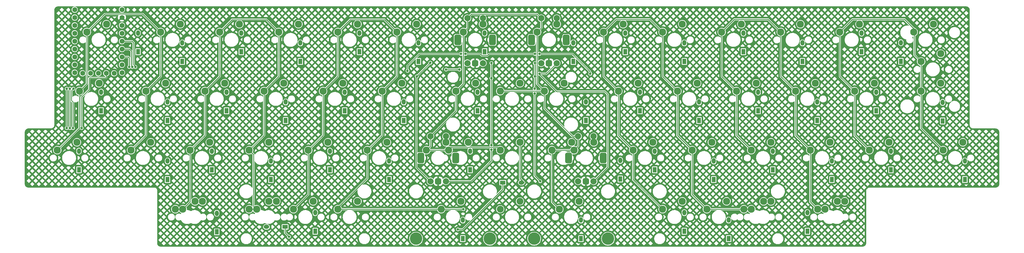
<source format=gbr>
%TF.GenerationSoftware,KiCad,Pcbnew,(7.0.0)*%
%TF.CreationDate,2024-02-27T23:11:23+01:00*%
%TF.ProjectId,NEC,4e45432e-6b69-4636-9164-5f7063625858,rev?*%
%TF.SameCoordinates,Original*%
%TF.FileFunction,Copper,L1,Top*%
%TF.FilePolarity,Positive*%
%FSLAX46Y46*%
G04 Gerber Fmt 4.6, Leading zero omitted, Abs format (unit mm)*
G04 Created by KiCad (PCBNEW (7.0.0)) date 2024-02-27 23:11:23*
%MOMM*%
%LPD*%
G01*
G04 APERTURE LIST*
G04 Aperture macros list*
%AMRoundRect*
0 Rectangle with rounded corners*
0 $1 Rounding radius*
0 $2 $3 $4 $5 $6 $7 $8 $9 X,Y pos of 4 corners*
0 Add a 4 corners polygon primitive as box body*
4,1,4,$2,$3,$4,$5,$6,$7,$8,$9,$2,$3,0*
0 Add four circle primitives for the rounded corners*
1,1,$1+$1,$2,$3*
1,1,$1+$1,$4,$5*
1,1,$1+$1,$6,$7*
1,1,$1+$1,$8,$9*
0 Add four rect primitives between the rounded corners*
20,1,$1+$1,$2,$3,$4,$5,0*
20,1,$1+$1,$4,$5,$6,$7,0*
20,1,$1+$1,$6,$7,$8,$9,0*
20,1,$1+$1,$8,$9,$2,$3,0*%
G04 Aperture macros list end*
%TA.AperFunction,ComponentPad*%
%ADD10R,1.300000X1.778000*%
%TD*%
%TA.AperFunction,ComponentPad*%
%ADD11O,1.300000X1.778000*%
%TD*%
%TA.AperFunction,ComponentPad*%
%ADD12O,1.778000X1.300000*%
%TD*%
%TA.AperFunction,ComponentPad*%
%ADD13R,1.778000X1.300000*%
%TD*%
%TA.AperFunction,ComponentPad*%
%ADD14C,2.300000*%
%TD*%
%TA.AperFunction,ComponentPad*%
%ADD15C,2.000000*%
%TD*%
%TA.AperFunction,ComponentPad*%
%ADD16RoundRect,0.500000X0.500000X-0.500000X0.500000X0.500000X-0.500000X0.500000X-0.500000X-0.500000X0*%
%TD*%
%TA.AperFunction,ComponentPad*%
%ADD17RoundRect,0.550000X0.550000X-1.150000X0.550000X1.150000X-0.550000X1.150000X-0.550000X-1.150000X0*%
%TD*%
%TA.AperFunction,ComponentPad*%
%ADD18C,4.000000*%
%TD*%
%TA.AperFunction,ComponentPad*%
%ADD19C,2.200000*%
%TD*%
%TA.AperFunction,ComponentPad*%
%ADD20C,1.600000*%
%TD*%
%TA.AperFunction,ViaPad*%
%ADD21C,0.800000*%
%TD*%
%TA.AperFunction,Conductor*%
%ADD22C,0.250000*%
%TD*%
G04 APERTURE END LIST*
D10*
%TO.P,D51,1,K*%
%TO.N,ROW6*%
X255587499Y-93487499D03*
D11*
%TO.P,D51,2,A*%
%TO.N,Net-(D51-A)*%
X255587499Y-87487499D03*
%TD*%
D10*
%TO.P,D50,1,K*%
%TO.N,ROW7*%
X230187499Y-95868749D03*
D11*
%TO.P,D50,2,A*%
%TO.N,Net-(D50-A)*%
X230187499Y-89868749D03*
%TD*%
D10*
%TO.P,D49,1,K*%
%TO.N,ROW6*%
X215899999Y-93487499D03*
D11*
%TO.P,D49,2,A*%
%TO.N,Net-(D49-A)*%
X215899999Y-87487499D03*
%TD*%
D10*
%TO.P,D48,1,K*%
%TO.N,ROW7*%
X182562499Y-95868749D03*
D11*
%TO.P,D48,2,A*%
%TO.N,Net-(D48-A)*%
X182562499Y-89868749D03*
%TD*%
D10*
%TO.P,D47,1,K*%
%TO.N,ROW7*%
X144462499Y-95868749D03*
D11*
%TO.P,D47,2,A*%
%TO.N,Net-(D47-A)*%
X144462499Y-89868749D03*
%TD*%
D10*
%TO.P,D46,1,K*%
%TO.N,ROW6*%
X96837499Y-93487499D03*
D11*
%TO.P,D46,2,A*%
%TO.N,Net-(D46-A)*%
X96837499Y-87487499D03*
%TD*%
D12*
%TO.P,D45,2,A*%
%TO.N,Net-(D45-A)*%
X81137499Y-92074999D03*
D13*
%TO.P,D45,1,K*%
%TO.N,ROW7*%
X87137499Y-92074999D03*
%TD*%
D10*
%TO.P,D44,1,K*%
%TO.N,ROW6*%
X65087499Y-93674999D03*
D11*
%TO.P,D44,2,A*%
%TO.N,Net-(D44-A)*%
X65087499Y-87674999D03*
%TD*%
D10*
%TO.P,D43,1,K*%
%TO.N,ROW5*%
X306387499Y-76818749D03*
D11*
%TO.P,D43,2,A*%
%TO.N,Net-(D43-A)*%
X306387499Y-70818749D03*
%TD*%
D10*
%TO.P,D42,1,K*%
%TO.N,ROW4*%
X282574999Y-73643749D03*
D11*
%TO.P,D42,2,A*%
%TO.N,Net-(D42-A)*%
X282574999Y-67643749D03*
%TD*%
D10*
%TO.P,D41,1,K*%
%TO.N,ROW5*%
X263524999Y-76818749D03*
D11*
%TO.P,D41,2,A*%
%TO.N,Net-(D41-A)*%
X263524999Y-70818749D03*
%TD*%
D10*
%TO.P,D40,1,K*%
%TO.N,ROW4*%
X244474999Y-73643749D03*
D11*
%TO.P,D40,2,A*%
%TO.N,Net-(D40-A)*%
X244474999Y-67643749D03*
%TD*%
D10*
%TO.P,D39,1,K*%
%TO.N,ROW5*%
X225424999Y-76818749D03*
D11*
%TO.P,D39,2,A*%
%TO.N,Net-(D39-A)*%
X225424999Y-70818749D03*
%TD*%
D10*
%TO.P,D38,1,K*%
%TO.N,ROW4*%
X206374999Y-73643749D03*
D11*
%TO.P,D38,2,A*%
%TO.N,Net-(D38-A)*%
X206374999Y-67643749D03*
%TD*%
D10*
%TO.P,D37,1,K*%
%TO.N,ROW5*%
X195262499Y-76631249D03*
D11*
%TO.P,D37,2,A*%
%TO.N,row_4*%
X195262499Y-70631249D03*
%TD*%
D13*
%TO.P,D36,1,K*%
%TO.N,ROW6*%
X157337499Y-77787499D03*
D12*
%TO.P,D36,2,A*%
%TO.N,Net-(D36-A)*%
X163337499Y-77787499D03*
%TD*%
D10*
%TO.P,D35,1,K*%
%TO.N,ROW4*%
X146811999Y-73643749D03*
D11*
%TO.P,D35,2,A*%
%TO.N,row_2*%
X146811999Y-67643749D03*
%TD*%
D10*
%TO.P,D34,1,K*%
%TO.N,ROW5*%
X120649999Y-76818749D03*
D11*
%TO.P,D34,2,A*%
%TO.N,Net-(D34-A)*%
X120649999Y-70818749D03*
%TD*%
D10*
%TO.P,D33,1,K*%
%TO.N,ROW4*%
X101599999Y-73643749D03*
D11*
%TO.P,D33,2,A*%
%TO.N,Net-(D33-A)*%
X101599999Y-67643749D03*
%TD*%
D10*
%TO.P,D32,1,K*%
%TO.N,ROW5*%
X82549999Y-76818749D03*
D11*
%TO.P,D32,2,A*%
%TO.N,Net-(D32-A)*%
X82549999Y-70818749D03*
%TD*%
D10*
%TO.P,D31,1,K*%
%TO.N,ROW4*%
X63499999Y-73643749D03*
D11*
%TO.P,D31,2,A*%
%TO.N,Net-(D31-A)*%
X63499999Y-67643749D03*
%TD*%
D10*
%TO.P,D30,1,K*%
%TO.N,ROW5*%
X49212499Y-76818749D03*
D11*
%TO.P,D30,2,A*%
%TO.N,Net-(D30-A)*%
X49212499Y-70818749D03*
%TD*%
D10*
%TO.P,D29,1,K*%
%TO.N,ROW4*%
X20637499Y-73643749D03*
D11*
%TO.P,D29,2,A*%
%TO.N,Net-(D29-A)*%
X20637499Y-67643749D03*
%TD*%
D10*
%TO.P,D28,1,K*%
%TO.N,ROW3*%
X299211999Y-57895749D03*
D11*
%TO.P,D28,2,A*%
%TO.N,Net-(D28-A)*%
X299211999Y-51895749D03*
%TD*%
D10*
%TO.P,D27,1,K*%
%TO.N,ROW2*%
X277812499Y-54593749D03*
D11*
%TO.P,D27,2,A*%
%TO.N,Net-(D27-A)*%
X277812499Y-48593749D03*
%TD*%
D10*
%TO.P,D26,1,K*%
%TO.N,ROW3*%
X258762499Y-57768749D03*
D11*
%TO.P,D26,2,A*%
%TO.N,Net-(D26-A)*%
X258762499Y-51768749D03*
%TD*%
D10*
%TO.P,D25,1,K*%
%TO.N,ROW2*%
X239712499Y-54593749D03*
D11*
%TO.P,D25,2,A*%
%TO.N,Net-(D25-A)*%
X239712499Y-48593749D03*
%TD*%
D10*
%TO.P,D24,1,K*%
%TO.N,ROW3*%
X220662499Y-57768749D03*
D11*
%TO.P,D24,2,A*%
%TO.N,Net-(D24-A)*%
X220662499Y-51768749D03*
%TD*%
D10*
%TO.P,D23,1,K*%
%TO.N,ROW2*%
X201612499Y-54593749D03*
D11*
%TO.P,D23,2,A*%
%TO.N,Net-(D23-A)*%
X201612499Y-48593749D03*
%TD*%
D10*
%TO.P,D22,1,K*%
%TO.N,ROW3*%
X184149999Y-57768749D03*
D11*
%TO.P,D22,2,A*%
%TO.N,Net-(D22-A)*%
X184149999Y-51768749D03*
%TD*%
D10*
%TO.P,D21,1,K*%
%TO.N,ROW2*%
X149224999Y-54593749D03*
D11*
%TO.P,D21,2,A*%
%TO.N,Net-(D21-A)*%
X149224999Y-48593749D03*
%TD*%
D10*
%TO.P,D20,1,K*%
%TO.N,ROW3*%
X125412499Y-57768749D03*
D11*
%TO.P,D20,2,A*%
%TO.N,Net-(D20-A)*%
X125412499Y-51768749D03*
%TD*%
D10*
%TO.P,D19,1,K*%
%TO.N,ROW2*%
X106362499Y-54593749D03*
D11*
%TO.P,D19,2,A*%
%TO.N,Net-(D19-A)*%
X106362499Y-48593749D03*
%TD*%
D10*
%TO.P,D18,1,K*%
%TO.N,ROW3*%
X87312499Y-57768749D03*
D11*
%TO.P,D18,2,A*%
%TO.N,Net-(D18-A)*%
X87312499Y-51768749D03*
%TD*%
D10*
%TO.P,D17,1,K*%
%TO.N,ROW2*%
X68262499Y-54593749D03*
D11*
%TO.P,D17,2,A*%
%TO.N,Net-(D17-A)*%
X68262499Y-48593749D03*
%TD*%
D10*
%TO.P,D16,1,K*%
%TO.N,ROW3*%
X49212499Y-57768749D03*
D11*
%TO.P,D16,2,A*%
%TO.N,Net-(D16-A)*%
X49212499Y-51768749D03*
%TD*%
D10*
%TO.P,D15,1,K*%
%TO.N,ROW2*%
X27812999Y-54593749D03*
D11*
%TO.P,D15,2,A*%
%TO.N,Net-(D15-A)*%
X27812999Y-48593749D03*
%TD*%
D10*
%TO.P,D14,1,K*%
%TO.N,ROW1*%
X285749999Y-38655249D03*
D11*
%TO.P,D14,2,A*%
%TO.N,Net-(D14-A)*%
X285749999Y-32655249D03*
%TD*%
D10*
%TO.P,D13,1,K*%
%TO.N,ROW0*%
X273049999Y-35543749D03*
D11*
%TO.P,D13,2,A*%
%TO.N,Net-(D13-A)*%
X273049999Y-29543749D03*
%TD*%
D10*
%TO.P,D12,1,K*%
%TO.N,ROW1*%
X253999999Y-38718749D03*
D11*
%TO.P,D12,2,A*%
%TO.N,Net-(D12-A)*%
X253999999Y-32718749D03*
%TD*%
D10*
%TO.P,D11,1,K*%
%TO.N,ROW0*%
X234949999Y-35543749D03*
D11*
%TO.P,D11,2,A*%
%TO.N,Net-(D11-A)*%
X234949999Y-29543749D03*
%TD*%
D10*
%TO.P,D10,1,K*%
%TO.N,ROW1*%
X215899999Y-38718749D03*
D11*
%TO.P,D10,2,A*%
%TO.N,Net-(D10-A)*%
X215899999Y-32718749D03*
%TD*%
D10*
%TO.P,D9,1,K*%
%TO.N,ROW0*%
X196849999Y-35543749D03*
D11*
%TO.P,D9,2,A*%
%TO.N,Net-(D9-A)*%
X196849999Y-29543749D03*
%TD*%
D10*
%TO.P,D8,1,K*%
%TO.N,ROW1*%
X180085999Y-38718749D03*
D11*
%TO.P,D8,2,A*%
%TO.N,row_3*%
X180085999Y-32718749D03*
%TD*%
D10*
%TO.P,D7,1,K*%
%TO.N,ROW0*%
X151510999Y-35543749D03*
D11*
%TO.P,D7,2,A*%
%TO.N,row_1*%
X151510999Y-29543749D03*
%TD*%
D10*
%TO.P,D6,1,K*%
%TO.N,ROW1*%
X130174999Y-38718749D03*
D11*
%TO.P,D6,2,A*%
%TO.N,Net-(D6-A)*%
X130174999Y-32718749D03*
%TD*%
D10*
%TO.P,D5,1,K*%
%TO.N,ROW0*%
X111124999Y-35543749D03*
D11*
%TO.P,D5,2,A*%
%TO.N,Net-(D5-A)*%
X111124999Y-29543749D03*
%TD*%
D10*
%TO.P,D4,1,K*%
%TO.N,ROW1*%
X92074999Y-38718749D03*
D11*
%TO.P,D4,2,A*%
%TO.N,Net-(D4-A)*%
X92074999Y-32718749D03*
%TD*%
D10*
%TO.P,D3,1,K*%
%TO.N,ROW0*%
X73024999Y-35543749D03*
D11*
%TO.P,D3,2,A*%
%TO.N,Net-(D3-A)*%
X73024999Y-29543749D03*
%TD*%
D10*
%TO.P,D2,1,K*%
%TO.N,ROW1*%
X53974999Y-38718749D03*
D11*
%TO.P,D2,2,A*%
%TO.N,Net-(D2-A)*%
X53974999Y-32718749D03*
%TD*%
D10*
%TO.P,D1,1,K*%
%TO.N,ROW0*%
X39687499Y-35543749D03*
D11*
%TO.P,D1,2,A*%
%TO.N,Net-(D1-A)*%
X39687499Y-29543749D03*
%TD*%
D14*
%TO.P,SW23,1,1*%
%TO.N,COL4*%
X194627500Y-48260000D03*
%TO.P,SW23,2,2*%
%TO.N,Net-(D23-A)*%
X200977500Y-45720000D03*
%TD*%
%TO.P,SW3,1,1*%
%TO.N,COL1*%
X66040000Y-29210000D03*
%TO.P,SW3,2,2*%
%TO.N,Net-(D3-A)*%
X72390000Y-26670000D03*
%TD*%
%TO.P,SW37,1,1*%
%TO.N,COL3*%
X180340000Y-67310000D03*
%TO.P,SW37,2,2*%
%TO.N,row_4*%
X186690000Y-64770000D03*
%TD*%
%TO.P,SW27,1,1*%
%TO.N,COL6*%
X270827500Y-48260000D03*
%TO.P,SW27,2,2*%
%TO.N,Net-(D27-A)*%
X277177500Y-45720000D03*
%TD*%
%TO.P,SW49(3)1,1,1*%
%TO.N,COL4*%
X223202500Y-86360000D03*
%TO.P,SW49(3)1,2,2*%
%TO.N,Net-(D49-A)*%
X229552500Y-83820000D03*
%TD*%
%TO.P,SW4,1,1*%
%TO.N,COL1*%
X85090000Y-29210000D03*
%TO.P,SW4,2,2*%
%TO.N,Net-(D4-A)*%
X91440000Y-26670000D03*
%TD*%
%TO.P,SW25,1,1*%
%TO.N,COL5*%
X232727500Y-48260000D03*
%TO.P,SW25,2,2*%
%TO.N,Net-(D25-A)*%
X239077500Y-45720000D03*
%TD*%
%TO.P,SW2,1,1*%
%TO.N,COL0*%
X46990000Y-29210000D03*
%TO.P,SW2,2,2*%
%TO.N,Net-(D2-A)*%
X53340000Y-26670000D03*
%TD*%
%TO.P,SW29,1,1*%
%TO.N,COL0*%
X13652500Y-67310000D03*
%TO.P,SW29,2,2*%
%TO.N,Net-(D29-A)*%
X20002500Y-64770000D03*
%TD*%
D15*
%TO.P,SW54,A,A*%
%TO.N,LEFT_A*%
X134025000Y-77350000D03*
%TO.P,SW54,B,B*%
%TO.N,LEFT_B*%
X139025000Y-77350000D03*
D16*
%TO.P,SW54,C,C*%
%TO.N,GND*%
X136525000Y-77350000D03*
D17*
%TO.P,SW54,MP*%
%TO.N,N/C*%
X130925000Y-69850000D03*
X142125000Y-69850000D03*
D15*
%TO.P,SW54,S1,S1*%
%TO.N,row_2*%
X139025000Y-62850000D03*
%TO.P,SW54,S2,S2*%
%TO.N,COL3*%
X134025000Y-62850000D03*
%TD*%
D14*
%TO.P,SW41,1,1*%
%TO.N,COL5*%
X256540000Y-67310000D03*
%TO.P,SW41,2,2*%
%TO.N,Net-(D41-A)*%
X262890000Y-64770000D03*
%TD*%
%TO.P,SW6,1,1*%
%TO.N,COL2*%
X123190000Y-29210000D03*
%TO.P,SW6,2,2*%
%TO.N,Net-(D6-A)*%
X129540000Y-26670000D03*
%TD*%
%TO.P,SW14(iso)1,1,1*%
%TO.N,COL6*%
X292259000Y-38735000D03*
%TO.P,SW14(iso)1,2,2*%
%TO.N,Net-(D14-A)*%
X298609000Y-36195000D03*
%TD*%
%TO.P,SW46,1,1*%
%TO.N,COL2*%
X104140000Y-86360000D03*
%TO.P,SW46,2,2*%
%TO.N,Net-(D46-A)*%
X110490000Y-83820000D03*
%TD*%
%TO.P,SW40,1,1*%
%TO.N,COL5*%
X237490000Y-67310000D03*
%TO.P,SW40,2,2*%
%TO.N,Net-(D40-A)*%
X243840000Y-64770000D03*
%TD*%
%TO.P,SW46(3)1,1,1*%
%TO.N,COL2*%
X89852500Y-86360000D03*
%TO.P,SW46(3)1,2,2*%
%TO.N,Net-(D46-A)*%
X96202500Y-83820000D03*
%TD*%
%TO.P,SW44(1.25)1,1,1*%
%TO.N,COL1*%
X54135000Y-86360000D03*
%TO.P,SW44(1.25)1,2,2*%
%TO.N,Net-(D44-A)*%
X60485000Y-83820000D03*
%TD*%
%TO.P,SW36,1,1*%
%TO.N,COL3*%
X156527500Y-67310000D03*
%TO.P,SW36,2,2*%
%TO.N,Net-(D36-A)*%
X162877500Y-64770000D03*
%TD*%
%TO.P,SW22,1,1*%
%TO.N,COL3*%
X170815000Y-48260000D03*
%TO.P,SW22,2,2*%
%TO.N,Net-(D22-A)*%
X177165000Y-45720000D03*
%TD*%
%TO.P,SW26,1,1*%
%TO.N,COL5*%
X251777500Y-48260000D03*
%TO.P,SW26,2,2*%
%TO.N,Net-(D26-A)*%
X258127500Y-45720000D03*
%TD*%
%TO.P,SW48,1,1*%
%TO.N,COL3*%
X175577500Y-86360000D03*
%TO.P,SW48,2,2*%
%TO.N,Net-(D48-A)*%
X181927500Y-83820000D03*
%TD*%
%TO.P,SW30,1,1*%
%TO.N,COL0*%
X37465000Y-67310000D03*
%TO.P,SW30,2,2*%
%TO.N,Net-(D30-A)*%
X43815000Y-64770000D03*
%TD*%
%TO.P,SW10,1,1*%
%TO.N,COL4*%
X208915000Y-29210000D03*
%TO.P,SW10,2,2*%
%TO.N,Net-(D10-A)*%
X215265000Y-26670000D03*
%TD*%
%TO.P,SW21(3)1,1,1*%
%TO.N,COL3*%
X156527500Y-48260000D03*
%TO.P,SW21(3)1,2,2*%
%TO.N,Net-(D21-A)*%
X162877500Y-45720000D03*
%TD*%
%TO.P,SW37(1.75)1,1,1*%
%TO.N,COL3*%
X173198000Y-67310000D03*
%TO.P,SW37(1.75)1,2,2*%
%TO.N,row_4*%
X179548000Y-64770000D03*
%TD*%
%TO.P,SW35(1.75)1,1,1*%
%TO.N,COL3*%
X139860000Y-67310000D03*
%TO.P,SW35(1.75)1,2,2*%
%TO.N,row_2*%
X146210000Y-64770000D03*
%TD*%
%TO.P,SW15,1,1*%
%TO.N,COL0*%
X20796000Y-48260000D03*
%TO.P,SW15,2,2*%
%TO.N,Net-(D15-A)*%
X27146000Y-45720000D03*
%TD*%
D15*
%TO.P,SW55,A,A*%
%TO.N,RIGHT_A*%
X181650000Y-77350000D03*
%TO.P,SW55,B,B*%
%TO.N,RIGHT_B*%
X186650000Y-77350000D03*
D16*
%TO.P,SW55,C,C*%
%TO.N,GND*%
X184150000Y-77350000D03*
D17*
%TO.P,SW55,MP*%
%TO.N,N/C*%
X178550000Y-69850000D03*
X189750000Y-69850000D03*
D15*
%TO.P,SW55,S1,S1*%
%TO.N,row_4*%
X186650000Y-62850000D03*
%TO.P,SW55,S2,S2*%
%TO.N,COL3*%
X181650000Y-62850000D03*
%TD*%
D14*
%TO.P,SW49,1,1*%
%TO.N,COL4*%
X208915000Y-86360000D03*
%TO.P,SW49,2,2*%
%TO.N,Net-(D49-A)*%
X215265000Y-83820000D03*
%TD*%
%TO.P,SW20,1,1*%
%TO.N,COL2*%
X118427500Y-48260000D03*
%TO.P,SW20,2,2*%
%TO.N,Net-(D20-A)*%
X124777500Y-45720000D03*
%TD*%
%TO.P,SW42,1,1*%
%TO.N,COL6*%
X275590000Y-67310000D03*
%TO.P,SW42,2,2*%
%TO.N,Net-(D42-A)*%
X281940000Y-64770000D03*
%TD*%
%TO.P,SW51(1.25)2,1,1*%
%TO.N,COL5*%
X258920000Y-86360000D03*
%TO.P,SW51(1.25)2,2,2*%
%TO.N,Net-(D51-A)*%
X265270000Y-83820000D03*
%TD*%
%TO.P,SW8,1,1*%
%TO.N,COL3*%
X168433000Y-29210000D03*
%TO.P,SW8,2,2*%
%TO.N,row_3*%
X174783000Y-26670000D03*
%TD*%
%TO.P,SW16,1,1*%
%TO.N,COL0*%
X42227500Y-48260000D03*
%TO.P,SW16,2,2*%
%TO.N,Net-(D16-A)*%
X48577500Y-45720000D03*
%TD*%
D18*
%TO.P,S1,*%
%TO.N,*%
X153193750Y-95885000D03*
X129381250Y-95885000D03*
%TD*%
D14*
%TO.P,SW50(1.25)1,1,1*%
%TO.N,COL4*%
X235108000Y-86360000D03*
%TO.P,SW50(1.25)1,2,2*%
%TO.N,Net-(D50-A)*%
X241458000Y-83820000D03*
%TD*%
%TO.P,SW39,1,1*%
%TO.N,COL4*%
X218440000Y-67310000D03*
%TO.P,SW39,2,2*%
%TO.N,Net-(D39-A)*%
X224790000Y-64770000D03*
%TD*%
%TO.P,SW18,1,1*%
%TO.N,COL1*%
X80327500Y-48260000D03*
%TO.P,SW18,2,2*%
%TO.N,Net-(D18-A)*%
X86677500Y-45720000D03*
%TD*%
%TO.P,SW50,1,1*%
%TO.N,COL4*%
X237490000Y-86360000D03*
%TO.P,SW50,2,2*%
%TO.N,Net-(D50-A)*%
X243840000Y-83820000D03*
%TD*%
%TO.P,SW21,1,1*%
%TO.N,COL3*%
X142240000Y-48260000D03*
%TO.P,SW21,2,2*%
%TO.N,Net-(D21-A)*%
X148590000Y-45720000D03*
%TD*%
%TO.P,SW32,1,1*%
%TO.N,COL1*%
X75565000Y-67310000D03*
%TO.P,SW32,2,2*%
%TO.N,Net-(D32-A)*%
X81915000Y-64770000D03*
%TD*%
%TO.P,SW45,1,1*%
%TO.N,COL1*%
X75565000Y-86360000D03*
%TO.P,SW45,2,2*%
%TO.N,Net-(D45-A)*%
X81915000Y-83820000D03*
%TD*%
%TO.P,SW24,1,1*%
%TO.N,COL4*%
X213677500Y-48260000D03*
%TO.P,SW24,2,2*%
%TO.N,Net-(D24-A)*%
X220027500Y-45720000D03*
%TD*%
D15*
%TO.P,SW52,A,A*%
%TO.N,LEFT_A*%
X145931000Y-39250000D03*
%TO.P,SW52,B,B*%
%TO.N,LEFT_B*%
X150931000Y-39250000D03*
D16*
%TO.P,SW52,C,C*%
%TO.N,GND*%
X148431000Y-39250000D03*
D17*
%TO.P,SW52,MP*%
%TO.N,N/C*%
X142831000Y-31750000D03*
X154031000Y-31750000D03*
D15*
%TO.P,SW52,S1,S1*%
%TO.N,row_1*%
X150931000Y-24750000D03*
%TO.P,SW52,S2,S2*%
%TO.N,COL3*%
X145931000Y-24750000D03*
%TD*%
D14*
%TO.P,SW44,1,1*%
%TO.N,COL1*%
X51752500Y-86360000D03*
%TO.P,SW44,2,2*%
%TO.N,Net-(D44-A)*%
X58102500Y-83820000D03*
%TD*%
%TO.P,SW12,1,1*%
%TO.N,COL5*%
X247015000Y-29210000D03*
%TO.P,SW12,2,2*%
%TO.N,Net-(D12-A)*%
X253365000Y-26670000D03*
%TD*%
%TO.P,SW9,1,1*%
%TO.N,COL4*%
X189865000Y-29210000D03*
%TO.P,SW9,2,2*%
%TO.N,Net-(D9-A)*%
X196215000Y-26670000D03*
%TD*%
%TO.P,SW1,1,1*%
%TO.N,COL0*%
X23177500Y-29210000D03*
%TO.P,SW1,2,2*%
%TO.N,Net-(D1-A)*%
X29527500Y-26670000D03*
%TD*%
D15*
%TO.P,SW53,A,A*%
%TO.N,RIGHT_A*%
X169743000Y-39250000D03*
%TO.P,SW53,B,B*%
%TO.N,RIGHT_B*%
X174743000Y-39250000D03*
D16*
%TO.P,SW53,C,C*%
%TO.N,GND*%
X172243000Y-39250000D03*
D17*
%TO.P,SW53,MP*%
%TO.N,N/C*%
X166643000Y-31750000D03*
X177843000Y-31750000D03*
D15*
%TO.P,SW53,S1,S1*%
%TO.N,row_3*%
X174743000Y-24750000D03*
%TO.P,SW53,S2,S2*%
%TO.N,COL3*%
X169743000Y-24750000D03*
%TD*%
D14*
%TO.P,SW7,1,1*%
%TO.N,COL3*%
X144621000Y-29210000D03*
%TO.P,SW7,2,2*%
%TO.N,row_1*%
X150971000Y-26670000D03*
%TD*%
D19*
%TO.P,SW44(4)1,1,1*%
%TO.N,COL2*%
X156527500Y-86360000D03*
%TO.P,SW44(4)1,2,2*%
%TO.N,Net-(D47-A)*%
X162877500Y-83820000D03*
%TD*%
D14*
%TO.P,SW19,1,1*%
%TO.N,COL2*%
X99377500Y-48260000D03*
%TO.P,SW19,2,2*%
%TO.N,Net-(D19-A)*%
X105727500Y-45720000D03*
%TD*%
%TO.P,SW43,1,1*%
%TO.N,COL6*%
X299402500Y-67310000D03*
%TO.P,SW43,2,2*%
%TO.N,Net-(D43-A)*%
X305752500Y-64770000D03*
%TD*%
%TO.P,SW47,1,1*%
%TO.N,COL2*%
X137477500Y-86360000D03*
%TO.P,SW47,2,2*%
%TO.N,Net-(D47-A)*%
X143827500Y-83820000D03*
%TD*%
D18*
%TO.P,S2,*%
%TO.N,*%
X191293750Y-95885000D03*
X167481250Y-95885000D03*
%TD*%
D14*
%TO.P,SW34,1,1*%
%TO.N,COL2*%
X113665000Y-67310000D03*
%TO.P,SW34,2,2*%
%TO.N,Net-(D34-A)*%
X120015000Y-64770000D03*
%TD*%
%TO.P,SW35,1,1*%
%TO.N,COL3*%
X132715000Y-67310000D03*
%TO.P,SW35,2,2*%
%TO.N,row_2*%
X139065000Y-64770000D03*
%TD*%
%TO.P,SW38,1,1*%
%TO.N,COL4*%
X199390000Y-67310000D03*
%TO.P,SW38,2,2*%
%TO.N,Net-(D38-A)*%
X205740000Y-64770000D03*
%TD*%
%TO.P,SW17,1,1*%
%TO.N,COL1*%
X61277500Y-48260000D03*
%TO.P,SW17,2,2*%
%TO.N,Net-(D17-A)*%
X67627500Y-45720000D03*
%TD*%
%TO.P,SW5,1,1*%
%TO.N,COL2*%
X104140000Y-29210000D03*
%TO.P,SW5,2,2*%
%TO.N,Net-(D5-A)*%
X110490000Y-26670000D03*
%TD*%
%TO.P,SW51,1,1*%
%TO.N,COL5*%
X261302500Y-86360000D03*
%TO.P,SW51,2,2*%
%TO.N,Net-(D51-A)*%
X267652500Y-83820000D03*
%TD*%
%TO.P,SW14,1,1*%
%TO.N,COL6*%
X289878000Y-29210000D03*
%TO.P,SW14,2,2*%
%TO.N,Net-(D14-A)*%
X296228000Y-26670000D03*
%TD*%
%TO.P,SW13,1,1*%
%TO.N,COL6*%
X266065000Y-29210000D03*
%TO.P,SW13,2,2*%
%TO.N,Net-(D13-A)*%
X272415000Y-26670000D03*
%TD*%
%TO.P,SW28,1,1*%
%TO.N,COL6*%
X292258500Y-48260000D03*
%TO.P,SW28,2,2*%
%TO.N,Net-(D28-A)*%
X298608500Y-45720000D03*
%TD*%
%TO.P,SW33,1,1*%
%TO.N,COL2*%
X94615000Y-67310000D03*
%TO.P,SW33,2,2*%
%TO.N,Net-(D33-A)*%
X100965000Y-64770000D03*
%TD*%
%TO.P,SW45(1.25)1,1,1*%
%TO.N,COL1*%
X77947000Y-86360000D03*
%TO.P,SW45(1.25)1,2,2*%
%TO.N,Net-(D45-A)*%
X84297000Y-83820000D03*
%TD*%
%TO.P,SW31,1,1*%
%TO.N,COL1*%
X56515000Y-67310000D03*
%TO.P,SW31,2,2*%
%TO.N,Net-(D31-A)*%
X62865000Y-64770000D03*
%TD*%
%TO.P,SW11,1,1*%
%TO.N,COL5*%
X227965000Y-29210000D03*
%TO.P,SW11,2,2*%
%TO.N,Net-(D11-A)*%
X234315000Y-26670000D03*
%TD*%
D20*
%TO.P,RZ1,1,GP0*%
%TO.N,ROW6*%
X19272500Y-21990000D03*
%TO.P,RZ1,2,GP1*%
%TO.N,ROW7*%
X19272500Y-24530000D03*
%TO.P,RZ1,3,GP2*%
%TO.N,ROW5*%
X19272500Y-27070000D03*
%TO.P,RZ1,4,GP3*%
%TO.N,ROW4*%
X19272500Y-29610000D03*
%TO.P,RZ1,5,GP4*%
%TO.N,ROW3*%
X19272500Y-32150000D03*
%TO.P,RZ1,6,GP5*%
%TO.N,ROW2*%
X19272500Y-34690000D03*
%TO.P,RZ1,7,GP6*%
%TO.N,COL0*%
X19272500Y-37230000D03*
%TO.P,RZ1,8,GP7*%
%TO.N,ROW0*%
X19272500Y-39770000D03*
%TO.P,RZ1,9,GP8*%
%TO.N,ROW1*%
X19272500Y-42310000D03*
%TO.P,RZ1,10,GP9*%
%TO.N,COL1*%
X21812500Y-42520000D03*
%TO.P,RZ1,11,GP10*%
%TO.N,COL2*%
X24352500Y-42520000D03*
%TO.P,RZ1,12,GP11*%
%TO.N,COL3*%
X26892500Y-42520000D03*
%TO.P,RZ1,13,GP12*%
%TO.N,COL4*%
X29432500Y-42520000D03*
%TO.P,RZ1,14,GP13*%
%TO.N,LEFT_B*%
X31972500Y-42520000D03*
%TO.P,RZ1,15,GP14*%
%TO.N,LEFT_A*%
X34512500Y-42310000D03*
%TO.P,RZ1,16,GP15*%
%TO.N,RIGHT_A*%
X34512500Y-39770000D03*
%TO.P,RZ1,17,GP26*%
%TO.N,RIGHT_B*%
X34512500Y-37230000D03*
%TO.P,RZ1,18,GP27*%
%TO.N,COL6*%
X34512500Y-34690000D03*
%TO.P,RZ1,19,GP28*%
%TO.N,COL5*%
X34512500Y-32150000D03*
%TO.P,RZ1,20,GP29*%
%TO.N,unconnected-(RZ1-GP29-Pad20)*%
X34512500Y-29610000D03*
%TO.P,RZ1,21,3V3*%
%TO.N,+3V3*%
X34512500Y-27070000D03*
%TO.P,RZ1,22,5V*%
%TO.N,+5V*%
X34512500Y-21990000D03*
%TO.P,RZ1,23,GND*%
%TO.N,GND*%
X34512500Y-24530000D03*
%TD*%
D21*
%TO.N,ROW6*%
X142875000Y-92868750D03*
%TO.N,COL5*%
X169142500Y-36268250D03*
X167693500Y-36268250D03*
X145330500Y-36268250D03*
X143881500Y-36268250D03*
%TO.N,GND*%
X172243000Y-37200500D03*
X148431000Y-37200500D03*
%TO.N,COL5*%
X38827247Y-40481250D03*
%TO.N,COL6*%
X37827744Y-40481250D03*
%TO.N,RIGHT_B*%
X36822800Y-40481250D03*
%TO.N,ROW7*%
X88392000Y-95250000D03*
%TO.N,LEFT_A*%
X133985000Y-39116000D03*
X129603500Y-43497500D03*
%TO.N,LEFT_B*%
X153670000Y-39243000D03*
X153670000Y-67137000D03*
X153670000Y-65688000D03*
X153670000Y-44094400D03*
%TO.N,RIGHT_B*%
X169164000Y-42672000D03*
%TO.N,RIGHT_A*%
X167640000Y-48984500D03*
X167693500Y-43528464D03*
X169418000Y-77343000D03*
X167640000Y-47535500D03*
X167693500Y-39243000D03*
%TO.N,COL6*%
X143383000Y-41299500D03*
X139055906Y-41299500D03*
%TO.N,COL5*%
X185551299Y-42667701D03*
X126619000Y-41720500D03*
%TO.N,COL4*%
X21520500Y-60187000D03*
%TO.N,COL3*%
X18712122Y-60197645D03*
X18846800Y-47498000D03*
%TO.N,COL2*%
X17718043Y-47494518D03*
X144653000Y-86360000D03*
X17712621Y-60199730D03*
%TO.N,COL1*%
X16713200Y-60187000D03*
X16717499Y-47526032D03*
%TO.N,GND*%
X184150000Y-79375000D03*
X136525000Y-79375000D03*
%TD*%
D22*
%TO.N,RIGHT_B*%
X174743000Y-39250000D02*
X171321000Y-42672000D01*
X171321000Y-42672000D02*
X169164000Y-42672000D01*
%TO.N,ROW6*%
X157337500Y-79898500D02*
X157337500Y-77787500D01*
X144367250Y-92868750D02*
X157337500Y-79898500D01*
%TO.N,ROW7*%
X87137500Y-93995500D02*
X88392000Y-95250000D01*
X87137500Y-92075000D02*
X87137500Y-93995500D01*
%TO.N,ROW6*%
X142875000Y-92868750D02*
X144367250Y-92868750D01*
%TO.N,COL5*%
X126619000Y-40085750D02*
X126619000Y-41720500D01*
X130436500Y-36268250D02*
X126619000Y-40085750D01*
X143881500Y-36268250D02*
X130436500Y-36268250D01*
X152889500Y-36268250D02*
X152400000Y-36757750D01*
X167693500Y-36268250D02*
X152889500Y-36268250D01*
X150536000Y-36757750D02*
X152400000Y-36757750D01*
X185551299Y-41995049D02*
X185551299Y-42667701D01*
X179824500Y-36268250D02*
X185551299Y-41995049D01*
X150046500Y-36268250D02*
X150536000Y-36757750D01*
X145330500Y-36268250D02*
X150046500Y-36268250D01*
X169142500Y-36268250D02*
X179824500Y-36268250D01*
%TO.N,GND*%
X172243000Y-39250000D02*
X172243000Y-37200500D01*
X148431000Y-39250000D02*
X148431000Y-37200500D01*
%TO.N,COL5*%
X38827247Y-40284222D02*
X38827247Y-40481250D01*
X38277744Y-39734719D02*
X38827247Y-40284222D01*
X38277744Y-32689744D02*
X38277744Y-39734719D01*
%TO.N,COL6*%
X37555000Y-35370600D02*
X37555000Y-40208506D01*
X37555000Y-40208506D02*
X37827744Y-40481250D01*
%TO.N,RIGHT_B*%
X36569600Y-37230000D02*
X36822800Y-37483200D01*
X36822800Y-40481250D02*
X36822800Y-37483200D01*
%TO.N,Net-(D36-A)*%
X162877500Y-64770000D02*
X162877500Y-76427500D01*
X162877500Y-76427500D02*
X164237500Y-77787500D01*
%TO.N,LEFT_A*%
X129500000Y-43601000D02*
X129603500Y-43497500D01*
X134025000Y-77350000D02*
X129500000Y-72825000D01*
X133985000Y-39116000D02*
X129603500Y-43497500D01*
X129500000Y-72825000D02*
X129500000Y-43601000D01*
%TO.N,LEFT_B*%
X153670000Y-65688000D02*
X153670000Y-44094400D01*
X153670000Y-67137000D02*
X153670000Y-70729500D01*
X153670000Y-39243000D02*
X153670000Y-44094400D01*
X147049500Y-77350000D02*
X139025000Y-77350000D01*
X153670000Y-70729500D02*
X147049500Y-77350000D01*
%TO.N,RIGHT_B*%
X169164000Y-42799000D02*
X169164000Y-42672000D01*
X190290100Y-48431100D02*
X174796100Y-48431100D01*
X191175000Y-72825000D02*
X186650000Y-77350000D01*
X174796100Y-48431100D02*
X169291000Y-42926000D01*
X169291000Y-42926000D02*
X169164000Y-42799000D01*
X190290100Y-48431100D02*
X191175000Y-49316000D01*
X36569600Y-37230000D02*
X34512500Y-37230000D01*
X191175000Y-49316000D02*
X191175000Y-72825000D01*
%TO.N,RIGHT_A*%
X167693500Y-39243000D02*
X167693500Y-44958000D01*
X167693500Y-44958000D02*
X167693500Y-47482000D01*
X167640000Y-48984500D02*
X167640000Y-75565000D01*
X167693500Y-47482000D02*
X167640000Y-47535500D01*
X167693500Y-43528464D02*
X167693500Y-44958000D01*
X167640000Y-75565000D02*
X169418000Y-77343000D01*
%TO.N,COL6*%
X270129000Y-25146000D02*
X266065000Y-29210000D01*
X36169600Y-34696400D02*
X36163200Y-34690000D01*
X270129000Y-25146000D02*
X286941381Y-25146000D01*
X36169600Y-34696400D02*
X36880800Y-34696400D01*
X299402500Y-67310000D02*
X292258500Y-60166000D01*
X292259000Y-38735000D02*
X290182900Y-36658900D01*
X266065000Y-43497500D02*
X270827500Y-48260000D01*
X139055906Y-41299500D02*
X143383000Y-41299500D01*
X270827500Y-62547500D02*
X275590000Y-67310000D01*
X37555000Y-35370600D02*
X36880800Y-34696400D01*
X270827500Y-48260000D02*
X270827500Y-62547500D01*
X290182900Y-28387519D02*
X286941381Y-25146000D01*
X292258500Y-48260000D02*
X292258500Y-38735500D01*
X36163200Y-34690000D02*
X34512500Y-34690000D01*
X292258500Y-38735500D02*
X292259000Y-38735000D01*
X290182900Y-36658900D02*
X290182900Y-28387519D01*
X292258500Y-60166000D02*
X292258500Y-48260000D01*
X266065000Y-29210000D02*
X266065000Y-43497500D01*
%TO.N,COL5*%
X247015000Y-43497500D02*
X251777500Y-48260000D01*
X37738000Y-32150000D02*
X34512500Y-32150000D01*
X38277744Y-32689744D02*
X37738000Y-32150000D01*
X247015000Y-29210000D02*
X247015000Y-43497500D01*
X242951000Y-25146000D02*
X232029000Y-25146000D01*
X227965000Y-43497500D02*
X232727500Y-48260000D01*
X251777500Y-48260000D02*
X251777500Y-62547500D01*
X227965000Y-29210000D02*
X227965000Y-43497500D01*
X232727500Y-48260000D02*
X232727500Y-62547500D01*
X251777500Y-62547500D02*
X256540000Y-67310000D01*
X247015000Y-29210000D02*
X242951000Y-25146000D01*
X232029000Y-25146000D02*
X227965000Y-29210000D01*
X232727500Y-62547500D02*
X237490000Y-67310000D01*
X258920000Y-86360000D02*
X261302500Y-86360000D01*
X256540000Y-67310000D02*
X256540000Y-83980000D01*
X256540000Y-83980000D02*
X258920000Y-86360000D01*
%TO.N,COL4*%
X208915000Y-29210000D02*
X204851000Y-25146000D01*
X199390000Y-67310000D02*
X199390000Y-76835000D01*
X29260800Y-43992800D02*
X29432500Y-43821100D01*
X193929000Y-25146000D02*
X189865000Y-29210000D01*
X218440000Y-67310000D02*
X218440000Y-81597500D01*
X21520500Y-60187000D02*
X21520500Y-50158300D01*
X29432500Y-43821100D02*
X29432500Y-42520000D01*
X199390000Y-76835000D02*
X208915000Y-86360000D01*
X23926800Y-47752000D02*
X23926800Y-44196000D01*
X213677500Y-48260000D02*
X213677500Y-62547500D01*
X189865000Y-43497500D02*
X194627500Y-48260000D01*
X23926800Y-44196000D02*
X24130000Y-43992800D01*
X223202500Y-86360000D02*
X237490000Y-86360000D01*
X189865000Y-29210000D02*
X189865000Y-43497500D01*
X204851000Y-25146000D02*
X193929000Y-25146000D01*
X21520500Y-50158300D02*
X23926800Y-47752000D01*
X194627500Y-48260000D02*
X194627500Y-62547500D01*
X218440000Y-81597500D02*
X223202500Y-86360000D01*
X208915000Y-43497500D02*
X213677500Y-48260000D01*
X24130000Y-43992800D02*
X29260800Y-43992800D01*
X213677500Y-62547500D02*
X218440000Y-67310000D01*
X194627500Y-62547500D02*
X199390000Y-67310000D01*
X208915000Y-29210000D02*
X208915000Y-43497500D01*
%TO.N,COL3*%
X156527500Y-48260000D02*
X170815000Y-48260000D01*
X134025000Y-66000000D02*
X132715000Y-67310000D01*
X168418000Y-29225000D02*
X168418000Y-45863000D01*
X155630000Y-66412500D02*
X156527500Y-67310000D01*
X140757500Y-66412500D02*
X155630000Y-66412500D01*
X145931000Y-27900000D02*
X144621000Y-29210000D01*
X142240000Y-54635000D02*
X134025000Y-62850000D01*
X144606000Y-45894000D02*
X142240000Y-48260000D01*
X181650000Y-62850000D02*
X181650000Y-66000000D01*
X134025000Y-62850000D02*
X134025000Y-66000000D01*
X173198000Y-83980500D02*
X175577500Y-86360000D01*
X169743000Y-27900000D02*
X168433000Y-29210000D01*
X18237200Y-48107600D02*
X18846800Y-47498000D01*
X144606000Y-29225000D02*
X144606000Y-45894000D01*
X132715000Y-67310000D02*
X139860000Y-67310000D01*
X145931000Y-24750000D02*
X145931000Y-27900000D01*
X179832369Y-62850000D02*
X181650000Y-62850000D01*
X173198000Y-67310000D02*
X173198000Y-83980500D01*
X168418000Y-45863000D02*
X170815000Y-48260000D01*
X180340000Y-67310000D02*
X173198000Y-67310000D01*
X168418000Y-23425000D02*
X147256000Y-23425000D01*
X169743000Y-24750000D02*
X169743000Y-27900000D01*
X139860000Y-67310000D02*
X140757500Y-66412500D01*
X18712122Y-60197645D02*
X18712122Y-51753889D01*
X142240000Y-48260000D02*
X142240000Y-54635000D01*
X170815000Y-53832631D02*
X179832369Y-62850000D01*
X169743000Y-24750000D02*
X168418000Y-23425000D01*
X18712122Y-51753889D02*
X18237200Y-51278967D01*
X170815000Y-48260000D02*
X170815000Y-53832631D01*
X144621000Y-29210000D02*
X144606000Y-29225000D01*
X147256000Y-23425000D02*
X145931000Y-24750000D01*
X168433000Y-29210000D02*
X168418000Y-29225000D01*
X181650000Y-66000000D02*
X180340000Y-67310000D01*
X18237200Y-51278967D02*
X18237200Y-48107600D01*
%TO.N,COL2*%
X144653000Y-86360000D02*
X137477500Y-86360000D01*
X113665000Y-76342369D02*
X104140000Y-85867369D01*
X123190000Y-29210000D02*
X123190000Y-43497500D01*
X17710427Y-59131200D02*
X17710427Y-48006000D01*
X17712621Y-59133394D02*
X17710427Y-59131200D01*
X17718043Y-47494518D02*
X17718043Y-47998384D01*
X17712621Y-60199730D02*
X17712621Y-59133394D01*
X99377500Y-62547500D02*
X94615000Y-67310000D01*
X123190000Y-43497500D02*
X118427500Y-48260000D01*
X94615000Y-81597500D02*
X89852500Y-86360000D01*
X113665000Y-67310000D02*
X113665000Y-76342369D01*
X137477500Y-86360000D02*
X104140000Y-86360000D01*
X118427500Y-48260000D02*
X118427500Y-62547500D01*
X123190000Y-29210000D02*
X119175000Y-25195000D01*
X104140000Y-43497500D02*
X99377500Y-48260000D01*
X119175000Y-25195000D02*
X108155000Y-25195000D01*
X94615000Y-67310000D02*
X94615000Y-81597500D01*
X99377500Y-48260000D02*
X99377500Y-62547500D01*
X17718043Y-47998384D02*
X17710427Y-48006000D01*
X104140000Y-85867369D02*
X104140000Y-86360000D01*
X108155000Y-25195000D02*
X104140000Y-29210000D01*
X104140000Y-29210000D02*
X104140000Y-43497500D01*
X118427500Y-62547500D02*
X113665000Y-67310000D01*
%TO.N,COL1*%
X54135000Y-86360000D02*
X51752500Y-86360000D01*
X61277500Y-48260000D02*
X61277500Y-62547500D01*
X80327500Y-62547500D02*
X75565000Y-67310000D01*
X76981400Y-68726400D02*
X76981400Y-85394400D01*
X75565000Y-67310000D02*
X76981400Y-68726400D01*
X56515000Y-83980000D02*
X54135000Y-86360000D01*
X16717499Y-48001701D02*
X16713200Y-48006000D01*
X85090000Y-29210000D02*
X85090000Y-43497500D01*
X85090000Y-43497500D02*
X80327500Y-48260000D01*
X66040000Y-43497500D02*
X61277500Y-48260000D01*
X81075000Y-25195000D02*
X70055000Y-25195000D01*
X76981400Y-85394400D02*
X77947000Y-86360000D01*
X85090000Y-29210000D02*
X81075000Y-25195000D01*
X61277500Y-62547500D02*
X56515000Y-67310000D01*
X70055000Y-25195000D02*
X66040000Y-29210000D01*
X16717499Y-47526032D02*
X16717499Y-48001701D01*
X75565000Y-86360000D02*
X77947000Y-86360000D01*
X80327500Y-48260000D02*
X80327500Y-62547500D01*
X56515000Y-67310000D02*
X56515000Y-83980000D01*
X66040000Y-29210000D02*
X66040000Y-43497500D01*
X16713200Y-60187000D02*
X16713200Y-48006000D01*
%TO.N,COL0*%
X42227500Y-48260000D02*
X46990000Y-43497500D01*
X28982500Y-23405000D02*
X23177500Y-29210000D01*
X23177500Y-29210000D02*
X23177500Y-45878500D01*
X42227500Y-62547500D02*
X42227500Y-48260000D01*
X46990000Y-29210000D02*
X41185000Y-23405000D01*
X46990000Y-43497500D02*
X46990000Y-29210000D01*
X20796000Y-60166500D02*
X13652500Y-67310000D01*
X37465000Y-67310000D02*
X42227500Y-62547500D01*
X23177500Y-45878500D02*
X20796000Y-48260000D01*
X41185000Y-23405000D02*
X28982500Y-23405000D01*
X20796000Y-48260000D02*
X20796000Y-60166500D01*
%TO.N,GND*%
X184150000Y-77350000D02*
X184150000Y-79375000D01*
X136525000Y-77350000D02*
X136525000Y-79375000D01*
%TD*%
%TA.AperFunction,Conductor*%
%TO.N,GND*%
G36*
X306825470Y-20948511D02*
G01*
X306869860Y-20952393D01*
X307033840Y-20968563D01*
X307035680Y-20968898D01*
X307118786Y-20991165D01*
X307119050Y-20991240D01*
X307238918Y-21027598D01*
X307240417Y-21028171D01*
X307325416Y-21067805D01*
X307325963Y-21068079D01*
X307429628Y-21123486D01*
X307430794Y-21124202D01*
X307509821Y-21179536D01*
X307510509Y-21180057D01*
X307599541Y-21253122D01*
X307600378Y-21253880D01*
X307669091Y-21322591D01*
X307669849Y-21323427D01*
X307742926Y-21412470D01*
X307743456Y-21413170D01*
X307798774Y-21492169D01*
X307799494Y-21493341D01*
X307810375Y-21513697D01*
X307854911Y-21597018D01*
X307855191Y-21597579D01*
X307894806Y-21682531D01*
X307895389Y-21684053D01*
X307931741Y-21803887D01*
X307931844Y-21804248D01*
X307954088Y-21887261D01*
X307954425Y-21889111D01*
X307970818Y-22055550D01*
X307970829Y-22055674D01*
X307974456Y-22097121D01*
X307974500Y-22098124D01*
X307974500Y-59174467D01*
X307974500Y-59174967D01*
X307974497Y-59275626D01*
X307974583Y-59276116D01*
X307974584Y-59276122D01*
X308009040Y-59471555D01*
X308009451Y-59473887D01*
X308009619Y-59474349D01*
X308009620Y-59474352D01*
X308078132Y-59662598D01*
X308078135Y-59662604D01*
X308078303Y-59663066D01*
X308078550Y-59663494D01*
X308078553Y-59663500D01*
X308141223Y-59772049D01*
X308178961Y-59837415D01*
X308179278Y-59837793D01*
X308179279Y-59837794D01*
X308239092Y-59909077D01*
X308308366Y-59991634D01*
X308462585Y-60121039D01*
X308580738Y-60189253D01*
X308618071Y-60210807D01*
X308636934Y-60221697D01*
X308826113Y-60290549D01*
X309024374Y-60325503D01*
X309125033Y-60325500D01*
X309125533Y-60325500D01*
X316349467Y-60325500D01*
X316349468Y-60325500D01*
X316350470Y-60325544D01*
X316395451Y-60329478D01*
X316558677Y-60345550D01*
X316560487Y-60345880D01*
X316644705Y-60368445D01*
X316645036Y-60368539D01*
X316763703Y-60404534D01*
X316765206Y-60405108D01*
X316850958Y-60445094D01*
X316851496Y-60445363D01*
X316933404Y-60489143D01*
X316954392Y-60500361D01*
X316955567Y-60501083D01*
X317035160Y-60556814D01*
X317035859Y-60557344D01*
X317089204Y-60601122D01*
X317107015Y-60615740D01*
X317124288Y-60629915D01*
X317125125Y-60630673D01*
X317194325Y-60699873D01*
X317195083Y-60700710D01*
X317267654Y-60789139D01*
X317268184Y-60789838D01*
X317323915Y-60869431D01*
X317324637Y-60870606D01*
X317379629Y-60973491D01*
X317379910Y-60974052D01*
X317419886Y-61059783D01*
X317420468Y-61061305D01*
X317456455Y-61179948D01*
X317456558Y-61180310D01*
X317479114Y-61264492D01*
X317479451Y-61266341D01*
X317495525Y-61429588D01*
X317495536Y-61429713D01*
X317499456Y-61474530D01*
X317499500Y-61475532D01*
X317499500Y-78231500D01*
X317499456Y-78232502D01*
X317496344Y-78268079D01*
X317495481Y-78277938D01*
X317495470Y-78278062D01*
X317479494Y-78440501D01*
X317479157Y-78442352D01*
X317456289Y-78527694D01*
X317456186Y-78528055D01*
X317420557Y-78645505D01*
X317419975Y-78647027D01*
X317379648Y-78733507D01*
X317379367Y-78734068D01*
X317324781Y-78836190D01*
X317324059Y-78837365D01*
X317267938Y-78917512D01*
X317267408Y-78918212D01*
X317195299Y-79006075D01*
X317194541Y-79006911D01*
X317124879Y-79076570D01*
X317124042Y-79077328D01*
X317036198Y-79149418D01*
X317035499Y-79149948D01*
X316955334Y-79206078D01*
X316954159Y-79206800D01*
X316852042Y-79261379D01*
X316851481Y-79261660D01*
X316764997Y-79301986D01*
X316763475Y-79302568D01*
X316646003Y-79338200D01*
X316645641Y-79338303D01*
X316560312Y-79361166D01*
X316558463Y-79361503D01*
X316398404Y-79377263D01*
X316398279Y-79377274D01*
X316350093Y-79381489D01*
X316349091Y-79381533D01*
X275709868Y-79381533D01*
X275709866Y-79381533D01*
X275709861Y-79381534D01*
X275609811Y-79381536D01*
X275609799Y-79381536D01*
X275609309Y-79381537D01*
X275608818Y-79381623D01*
X275608813Y-79381624D01*
X275411554Y-79416410D01*
X275411546Y-79416411D01*
X275411053Y-79416499D01*
X275410580Y-79416671D01*
X275410573Y-79416673D01*
X275222355Y-79485182D01*
X275222347Y-79485185D01*
X275221879Y-79485356D01*
X275221448Y-79485604D01*
X275221441Y-79485608D01*
X275047976Y-79585760D01*
X275047968Y-79585765D01*
X275047536Y-79586015D01*
X275047152Y-79586336D01*
X275047145Y-79586342D01*
X274893711Y-79715090D01*
X274893705Y-79715095D01*
X274893320Y-79715419D01*
X274892996Y-79715804D01*
X274892991Y-79715810D01*
X274764243Y-79869244D01*
X274764237Y-79869251D01*
X274763916Y-79869635D01*
X274763666Y-79870067D01*
X274763661Y-79870075D01*
X274663508Y-80043540D01*
X274663504Y-80043547D01*
X274663256Y-80043978D01*
X274663085Y-80044446D01*
X274663082Y-80044454D01*
X274594573Y-80232672D01*
X274594571Y-80232679D01*
X274594399Y-80233152D01*
X274594311Y-80233645D01*
X274594310Y-80233653D01*
X274559524Y-80430912D01*
X274559437Y-80431408D01*
X274559436Y-80431898D01*
X274559436Y-80431910D01*
X274559434Y-80531966D01*
X274559434Y-97281500D01*
X274559390Y-97282502D01*
X274555471Y-97327291D01*
X274555460Y-97327416D01*
X274539377Y-97490697D01*
X274539040Y-97492546D01*
X274516500Y-97576667D01*
X274516397Y-97577029D01*
X274480388Y-97695733D01*
X274479806Y-97697255D01*
X274439847Y-97782946D01*
X274439566Y-97783507D01*
X274384555Y-97886426D01*
X274383833Y-97887601D01*
X274328121Y-97967166D01*
X274327591Y-97967866D01*
X274254993Y-98056327D01*
X274254235Y-98057163D01*
X274185065Y-98126334D01*
X274184229Y-98127092D01*
X274095762Y-98199695D01*
X274095062Y-98200225D01*
X274015503Y-98255932D01*
X274014328Y-98256654D01*
X273911418Y-98311661D01*
X273910857Y-98311942D01*
X273825150Y-98351908D01*
X273823628Y-98352490D01*
X273704951Y-98388490D01*
X273704590Y-98388593D01*
X273620446Y-98411140D01*
X273618596Y-98411477D01*
X273455253Y-98427565D01*
X273455129Y-98427576D01*
X273414182Y-98431159D01*
X273410413Y-98431489D01*
X273409413Y-98431533D01*
X46990499Y-98431533D01*
X46989497Y-98431489D01*
X46945219Y-98427615D01*
X46945092Y-98427603D01*
X46783221Y-98411635D01*
X46781374Y-98411299D01*
X46699046Y-98389240D01*
X46698684Y-98389137D01*
X46580169Y-98353186D01*
X46578647Y-98352604D01*
X46494447Y-98313341D01*
X46493886Y-98313060D01*
X46391341Y-98258250D01*
X46390166Y-98257528D01*
X46311873Y-98202708D01*
X46311174Y-98202178D01*
X46248584Y-98150814D01*
X46223100Y-98129900D01*
X46222276Y-98129154D01*
X46164402Y-98071282D01*
X46154175Y-98061055D01*
X46153417Y-98060219D01*
X46081138Y-97972149D01*
X46080608Y-97971449D01*
X46025787Y-97893160D01*
X46025065Y-97891985D01*
X46022722Y-97887601D01*
X45970243Y-97789425D01*
X45969969Y-97788876D01*
X45930701Y-97704669D01*
X45930128Y-97703176D01*
X45894157Y-97584601D01*
X45894085Y-97584350D01*
X45872009Y-97501970D01*
X45871675Y-97500138D01*
X45857268Y-97353905D01*
X47308778Y-97353905D01*
X47888406Y-97933533D01*
X48146192Y-97933533D01*
X48725819Y-97353905D01*
X49430099Y-97353905D01*
X50009727Y-97933533D01*
X50267513Y-97933533D01*
X50847140Y-97353905D01*
X51551419Y-97353905D01*
X52131047Y-97933533D01*
X52388833Y-97933533D01*
X52968460Y-97353905D01*
X53672739Y-97353905D01*
X54252367Y-97933533D01*
X54510153Y-97933533D01*
X55089780Y-97353905D01*
X55794060Y-97353905D01*
X56373688Y-97933533D01*
X56631474Y-97933533D01*
X57211101Y-97353905D01*
X57915380Y-97353905D01*
X58495008Y-97933533D01*
X58752794Y-97933533D01*
X59332421Y-97353905D01*
X60036700Y-97353905D01*
X60616328Y-97933533D01*
X60874114Y-97933533D01*
X61453741Y-97353905D01*
X62158021Y-97353905D01*
X62737649Y-97933533D01*
X62995435Y-97933533D01*
X63575062Y-97353905D01*
X64279341Y-97353905D01*
X64858969Y-97933533D01*
X65116755Y-97933533D01*
X65696382Y-97353905D01*
X66400661Y-97353905D01*
X66980289Y-97933533D01*
X67238075Y-97933533D01*
X67817702Y-97353905D01*
X68521982Y-97353905D01*
X69101610Y-97933533D01*
X69359396Y-97933533D01*
X69939023Y-97353905D01*
X70643302Y-97353905D01*
X71222930Y-97933533D01*
X71480716Y-97933533D01*
X72060343Y-97353905D01*
X71351823Y-96645385D01*
X70643302Y-97353905D01*
X69939023Y-97353905D01*
X69230502Y-96645385D01*
X68521982Y-97353905D01*
X67817702Y-97353905D01*
X67109182Y-96645385D01*
X66400661Y-97353905D01*
X65696382Y-97353905D01*
X64987862Y-96645385D01*
X64279341Y-97353905D01*
X63575062Y-97353905D01*
X62866541Y-96645385D01*
X62158021Y-97353905D01*
X61453741Y-97353905D01*
X60745221Y-96645385D01*
X60036700Y-97353905D01*
X59332421Y-97353905D01*
X58623901Y-96645385D01*
X57915380Y-97353905D01*
X57211101Y-97353905D01*
X56502580Y-96645385D01*
X55794060Y-97353905D01*
X55089780Y-97353905D01*
X54381260Y-96645385D01*
X53672739Y-97353905D01*
X52968460Y-97353905D01*
X52259940Y-96645385D01*
X51551419Y-97353905D01*
X50847140Y-97353905D01*
X50138619Y-96645385D01*
X49430099Y-97353905D01*
X48725819Y-97353905D01*
X48017299Y-96645385D01*
X47308778Y-97353905D01*
X45857268Y-97353905D01*
X45855474Y-97335699D01*
X45851845Y-97294225D01*
X45851801Y-97293223D01*
X45851801Y-96394928D01*
X46349801Y-96394928D01*
X46956639Y-97001766D01*
X47665159Y-96293245D01*
X48369439Y-96293245D01*
X49077959Y-97001766D01*
X49786480Y-96293245D01*
X50490759Y-96293245D01*
X51199279Y-97001766D01*
X51907800Y-96293245D01*
X52612079Y-96293245D01*
X53320600Y-97001766D01*
X54029120Y-96293245D01*
X54733400Y-96293245D01*
X55441920Y-97001766D01*
X56150441Y-96293245D01*
X56854720Y-96293245D01*
X57563240Y-97001766D01*
X58271761Y-96293245D01*
X58976040Y-96293245D01*
X59684561Y-97001766D01*
X60393081Y-96293245D01*
X61097361Y-96293245D01*
X61805881Y-97001766D01*
X62514402Y-96293245D01*
X63218681Y-96293245D01*
X63927201Y-97001766D01*
X64635722Y-96293245D01*
X65340001Y-96293245D01*
X66048522Y-97001766D01*
X66757042Y-96293245D01*
X67461322Y-96293245D01*
X68169842Y-97001766D01*
X68878363Y-96293245D01*
X69582642Y-96293245D01*
X70291163Y-97001766D01*
X70999683Y-96293245D01*
X71703962Y-96293245D01*
X72412483Y-97001766D01*
X72557962Y-96856286D01*
X72507351Y-96751191D01*
X72507172Y-96750800D01*
X72492971Y-96718253D01*
X72492806Y-96717856D01*
X72492178Y-96716256D01*
X72492028Y-96715852D01*
X72480292Y-96682314D01*
X72480158Y-96681906D01*
X72401764Y-96427761D01*
X72401645Y-96427349D01*
X72392479Y-96393158D01*
X72392376Y-96392742D01*
X72391993Y-96391066D01*
X72391905Y-96390644D01*
X72385273Y-96355619D01*
X72385200Y-96355193D01*
X72345561Y-96092202D01*
X72345505Y-96091774D01*
X72341519Y-96056354D01*
X72341479Y-96055924D01*
X72341351Y-96054210D01*
X72341327Y-96053783D01*
X72340008Y-96018409D01*
X72340000Y-96017980D01*
X72838000Y-96017980D01*
X72838062Y-96018396D01*
X72838063Y-96018399D01*
X72875984Y-96269995D01*
X72877639Y-96280971D01*
X72877763Y-96281375D01*
X72877765Y-96281381D01*
X72955905Y-96534702D01*
X72956033Y-96535116D01*
X72956218Y-96535501D01*
X72956220Y-96535505D01*
X72964778Y-96553275D01*
X73071429Y-96774738D01*
X73071674Y-96775097D01*
X73071675Y-96775099D01*
X73188184Y-96945986D01*
X73221250Y-96994485D01*
X73402149Y-97189448D01*
X73402484Y-97189715D01*
X73402485Y-97189716D01*
X73585468Y-97335641D01*
X73610085Y-97355272D01*
X73610461Y-97355489D01*
X73828916Y-97481614D01*
X73840414Y-97488252D01*
X74087990Y-97585419D01*
X74347283Y-97644601D01*
X74546099Y-97659500D01*
X74678688Y-97659500D01*
X74678901Y-97659500D01*
X74877717Y-97644601D01*
X75137010Y-97585419D01*
X75384586Y-97488252D01*
X75614915Y-97355272D01*
X75616629Y-97353905D01*
X77007263Y-97353905D01*
X77586891Y-97933533D01*
X77844677Y-97933533D01*
X78424304Y-97353905D01*
X79128584Y-97353905D01*
X79708212Y-97933533D01*
X79965998Y-97933533D01*
X80545625Y-97353905D01*
X81249904Y-97353905D01*
X81829532Y-97933533D01*
X82087318Y-97933533D01*
X82666945Y-97353905D01*
X83371224Y-97353905D01*
X83950852Y-97933533D01*
X84208638Y-97933533D01*
X84788265Y-97353905D01*
X85492545Y-97353905D01*
X86072173Y-97933533D01*
X86329959Y-97933533D01*
X86909586Y-97353905D01*
X87613865Y-97353905D01*
X88193493Y-97933533D01*
X88451279Y-97933533D01*
X89030906Y-97353905D01*
X89735185Y-97353905D01*
X90314813Y-97933533D01*
X90572599Y-97933533D01*
X91152226Y-97353905D01*
X91856506Y-97353905D01*
X92436134Y-97933533D01*
X92693920Y-97933533D01*
X93273547Y-97353905D01*
X93977826Y-97353905D01*
X94557454Y-97933533D01*
X94815240Y-97933533D01*
X95394867Y-97353905D01*
X96099146Y-97353905D01*
X96678774Y-97933533D01*
X96936560Y-97933533D01*
X97516187Y-97353905D01*
X98220467Y-97353905D01*
X98800095Y-97933533D01*
X99057881Y-97933533D01*
X99637508Y-97353905D01*
X100341787Y-97353905D01*
X100921415Y-97933533D01*
X101179201Y-97933533D01*
X101758828Y-97353905D01*
X102463107Y-97353905D01*
X103042735Y-97933533D01*
X103300521Y-97933533D01*
X103880148Y-97353905D01*
X104584428Y-97353905D01*
X105164056Y-97933533D01*
X105421842Y-97933533D01*
X106001469Y-97353905D01*
X106705748Y-97353905D01*
X107285376Y-97933533D01*
X107543162Y-97933533D01*
X108122789Y-97353905D01*
X108827068Y-97353905D01*
X109406696Y-97933533D01*
X109664482Y-97933533D01*
X110244109Y-97353905D01*
X109535589Y-96645385D01*
X108827068Y-97353905D01*
X108122789Y-97353905D01*
X107414268Y-96645385D01*
X106705748Y-97353905D01*
X106001469Y-97353905D01*
X105292948Y-96645385D01*
X104584428Y-97353905D01*
X103880148Y-97353905D01*
X103171628Y-96645385D01*
X102463107Y-97353905D01*
X101758828Y-97353905D01*
X101050307Y-96645385D01*
X100341787Y-97353905D01*
X99637508Y-97353905D01*
X98928987Y-96645385D01*
X98220467Y-97353905D01*
X97516187Y-97353905D01*
X96807667Y-96645385D01*
X96099146Y-97353905D01*
X95394867Y-97353905D01*
X94686346Y-96645385D01*
X93977826Y-97353905D01*
X93273547Y-97353905D01*
X92565026Y-96645385D01*
X91856506Y-97353905D01*
X91152226Y-97353905D01*
X90443706Y-96645385D01*
X89735185Y-97353905D01*
X89030906Y-97353905D01*
X88322385Y-96645385D01*
X87613865Y-97353905D01*
X86909586Y-97353905D01*
X86201065Y-96645385D01*
X85492545Y-97353905D01*
X84788265Y-97353905D01*
X84079745Y-96645385D01*
X83371224Y-97353905D01*
X82666945Y-97353905D01*
X81958424Y-96645385D01*
X81249904Y-97353905D01*
X80545625Y-97353905D01*
X79837104Y-96645385D01*
X79128584Y-97353905D01*
X78424304Y-97353905D01*
X77715784Y-96645385D01*
X77007263Y-97353905D01*
X75616629Y-97353905D01*
X75822851Y-97189448D01*
X76003750Y-96994485D01*
X76025544Y-96962519D01*
X76615877Y-96962519D01*
X76655124Y-97001766D01*
X77363644Y-96293245D01*
X78067923Y-96293245D01*
X78776444Y-97001766D01*
X79484964Y-96293245D01*
X80189244Y-96293245D01*
X80897764Y-97001766D01*
X81606285Y-96293245D01*
X82310564Y-96293245D01*
X83019085Y-97001766D01*
X83727605Y-96293245D01*
X84431884Y-96293245D01*
X85140405Y-97001766D01*
X85848925Y-96293245D01*
X86553205Y-96293245D01*
X87261725Y-97001766D01*
X87952391Y-96311101D01*
X88692381Y-96311101D01*
X89383046Y-97001766D01*
X90091566Y-96293245D01*
X90795845Y-96293245D01*
X91504366Y-97001766D01*
X92212886Y-96293245D01*
X92917166Y-96293245D01*
X93625686Y-97001766D01*
X94334207Y-96293245D01*
X95038486Y-96293245D01*
X95747007Y-97001766D01*
X96455527Y-96293245D01*
X97159806Y-96293245D01*
X97868327Y-97001766D01*
X98576847Y-96293245D01*
X99281127Y-96293245D01*
X99989647Y-97001766D01*
X100698168Y-96293245D01*
X101402447Y-96293245D01*
X102110968Y-97001766D01*
X102819488Y-96293245D01*
X103523767Y-96293245D01*
X104232288Y-97001766D01*
X104940808Y-96293245D01*
X105645088Y-96293245D01*
X106353608Y-97001766D01*
X107062129Y-96293245D01*
X107766408Y-96293245D01*
X108474929Y-97001766D01*
X109183449Y-96293245D01*
X109887728Y-96293245D01*
X110596249Y-97001765D01*
X110685189Y-96912825D01*
X110607351Y-96751191D01*
X110607172Y-96750800D01*
X110592971Y-96718253D01*
X110592806Y-96717856D01*
X110592178Y-96716256D01*
X110592028Y-96715852D01*
X110580292Y-96682314D01*
X110580158Y-96681906D01*
X110501764Y-96427761D01*
X110501645Y-96427349D01*
X110492479Y-96393158D01*
X110492376Y-96392742D01*
X110491993Y-96391066D01*
X110491905Y-96390644D01*
X110485273Y-96355619D01*
X110485200Y-96355193D01*
X110445561Y-96092202D01*
X110445505Y-96091774D01*
X110441519Y-96056354D01*
X110441479Y-96055924D01*
X110441351Y-96054210D01*
X110441327Y-96053783D01*
X110440008Y-96018409D01*
X110440000Y-96017980D01*
X110938000Y-96017980D01*
X110938062Y-96018396D01*
X110938063Y-96018399D01*
X110975984Y-96269995D01*
X110977639Y-96280971D01*
X110977763Y-96281375D01*
X110977765Y-96281381D01*
X111055905Y-96534702D01*
X111056033Y-96535116D01*
X111056218Y-96535501D01*
X111056220Y-96535505D01*
X111064778Y-96553275D01*
X111171429Y-96774738D01*
X111171674Y-96775097D01*
X111171675Y-96775099D01*
X111288184Y-96945986D01*
X111321250Y-96994485D01*
X111502149Y-97189448D01*
X111502484Y-97189715D01*
X111502485Y-97189716D01*
X111685468Y-97335641D01*
X111710085Y-97355272D01*
X111710461Y-97355489D01*
X111928916Y-97481614D01*
X111940414Y-97488252D01*
X112187990Y-97585419D01*
X112447283Y-97644601D01*
X112646099Y-97659500D01*
X112778688Y-97659500D01*
X112778901Y-97659500D01*
X112977717Y-97644601D01*
X113237010Y-97585419D01*
X113484586Y-97488252D01*
X113714915Y-97355272D01*
X113716629Y-97353905D01*
X115191029Y-97353905D01*
X115770657Y-97933533D01*
X116028443Y-97933533D01*
X116608070Y-97353905D01*
X117312350Y-97353905D01*
X117891978Y-97933533D01*
X118149764Y-97933533D01*
X118729391Y-97353905D01*
X119433670Y-97353905D01*
X120013298Y-97933533D01*
X120271084Y-97933533D01*
X120850711Y-97353905D01*
X121554990Y-97353905D01*
X122134618Y-97933533D01*
X122392404Y-97933533D01*
X122972031Y-97353905D01*
X123676311Y-97353905D01*
X124255939Y-97933533D01*
X124513725Y-97933533D01*
X125093352Y-97353905D01*
X125797631Y-97353905D01*
X126377259Y-97933533D01*
X126635045Y-97933533D01*
X127156291Y-97412286D01*
X127057400Y-97264285D01*
X127057196Y-97263968D01*
X127040743Y-97237504D01*
X127040549Y-97237180D01*
X127039797Y-97235877D01*
X127039615Y-97235549D01*
X127025001Y-97208204D01*
X127024829Y-97207870D01*
X126982205Y-97121438D01*
X126506152Y-96645385D01*
X125797631Y-97353905D01*
X125093352Y-97353905D01*
X124384831Y-96645385D01*
X123676311Y-97353905D01*
X122972031Y-97353905D01*
X122263511Y-96645385D01*
X121554990Y-97353905D01*
X120850711Y-97353905D01*
X120142191Y-96645385D01*
X119433670Y-97353905D01*
X118729391Y-97353905D01*
X118020870Y-96645385D01*
X117312350Y-97353905D01*
X116608070Y-97353905D01*
X115899550Y-96645385D01*
X115191029Y-97353905D01*
X113716629Y-97353905D01*
X113922851Y-97189448D01*
X114103750Y-96994485D01*
X114164092Y-96905980D01*
X114743104Y-96905980D01*
X114838890Y-97001766D01*
X115547410Y-96293245D01*
X116251690Y-96293245D01*
X116960210Y-97001766D01*
X117668731Y-96293245D01*
X118373010Y-96293245D01*
X119081530Y-97001766D01*
X119790051Y-96293245D01*
X120494330Y-96293245D01*
X121202851Y-97001766D01*
X121911371Y-96293245D01*
X122615651Y-96293245D01*
X123324171Y-97001766D01*
X124032692Y-96293245D01*
X124736971Y-96293245D01*
X125445491Y-97001766D01*
X126154012Y-96293245D01*
X125445491Y-95584725D01*
X124736971Y-96293245D01*
X124032692Y-96293245D01*
X123324171Y-95584725D01*
X122615651Y-96293245D01*
X121911371Y-96293245D01*
X121202851Y-95584725D01*
X120494330Y-96293245D01*
X119790051Y-96293245D01*
X119081530Y-95584725D01*
X118373010Y-96293245D01*
X117668731Y-96293245D01*
X116960210Y-95584725D01*
X116251690Y-96293245D01*
X115547410Y-96293245D01*
X114984187Y-95730022D01*
X114984992Y-95751591D01*
X114985000Y-95752020D01*
X114985000Y-96017980D01*
X114984992Y-96018409D01*
X114983673Y-96053783D01*
X114983649Y-96054210D01*
X114983521Y-96055924D01*
X114983481Y-96056354D01*
X114979495Y-96091774D01*
X114979439Y-96092202D01*
X114939800Y-96355193D01*
X114939727Y-96355619D01*
X114933095Y-96390644D01*
X114933007Y-96391066D01*
X114932624Y-96392742D01*
X114932521Y-96393158D01*
X114923355Y-96427349D01*
X114923236Y-96427761D01*
X114844842Y-96681906D01*
X114844708Y-96682314D01*
X114832972Y-96715852D01*
X114832822Y-96716256D01*
X114832194Y-96717856D01*
X114832029Y-96718253D01*
X114817828Y-96750800D01*
X114817649Y-96751191D01*
X114743104Y-96905980D01*
X114164092Y-96905980D01*
X114253571Y-96774738D01*
X114368967Y-96535116D01*
X114447361Y-96280971D01*
X114487000Y-96017980D01*
X114487000Y-95752020D01*
X114447361Y-95489029D01*
X114368967Y-95234884D01*
X114367860Y-95232585D01*
X115191029Y-95232585D01*
X115899550Y-95941106D01*
X116608070Y-95232585D01*
X117312350Y-95232585D01*
X118020870Y-95941106D01*
X118729391Y-95232585D01*
X119433670Y-95232585D01*
X120142191Y-95941106D01*
X120850711Y-95232585D01*
X121554990Y-95232585D01*
X122263511Y-95941106D01*
X122972031Y-95232585D01*
X123676311Y-95232585D01*
X124384831Y-95941106D01*
X125093352Y-95232585D01*
X125797631Y-95232585D01*
X126506151Y-95941105D01*
X126562256Y-95885000D01*
X127176028Y-95885000D01*
X127194894Y-96172839D01*
X127194965Y-96173200D01*
X127194967Y-96173209D01*
X127231166Y-96355193D01*
X127251169Y-96455753D01*
X127251288Y-96456104D01*
X127251289Y-96456107D01*
X127343770Y-96728548D01*
X127343774Y-96728558D01*
X127343891Y-96728902D01*
X127344057Y-96729238D01*
X127344058Y-96729241D01*
X127368134Y-96778062D01*
X127471472Y-96987611D01*
X127471672Y-96987910D01*
X127471677Y-96987919D01*
X127631520Y-97227140D01*
X127631730Y-97227454D01*
X127640544Y-97237504D01*
X127813785Y-97435048D01*
X127821923Y-97444327D01*
X128038796Y-97634520D01*
X128039109Y-97634729D01*
X128278330Y-97794572D01*
X128278335Y-97794574D01*
X128278639Y-97794778D01*
X128537348Y-97922359D01*
X128537698Y-97922478D01*
X128537701Y-97922479D01*
X128570265Y-97933533D01*
X128810497Y-98015081D01*
X129093411Y-98071356D01*
X129381250Y-98090222D01*
X129669089Y-98071356D01*
X129952003Y-98015081D01*
X130225152Y-97922359D01*
X130483861Y-97794778D01*
X130723704Y-97634520D01*
X130940577Y-97444327D01*
X131019875Y-97353905D01*
X132161592Y-97353905D01*
X132741220Y-97933533D01*
X132999006Y-97933533D01*
X133578633Y-97353905D01*
X134282912Y-97353905D01*
X134862540Y-97933533D01*
X135120326Y-97933533D01*
X135699953Y-97353905D01*
X136404233Y-97353905D01*
X136983861Y-97933533D01*
X137241647Y-97933533D01*
X137821274Y-97353905D01*
X138525553Y-97353905D01*
X139105181Y-97933533D01*
X139362967Y-97933533D01*
X139942594Y-97353905D01*
X140646873Y-97353905D01*
X141226501Y-97933533D01*
X141484287Y-97933533D01*
X142063914Y-97353905D01*
X142768193Y-97353905D01*
X143347822Y-97933533D01*
X143605608Y-97933533D01*
X144082891Y-97456250D01*
X144991859Y-97456250D01*
X145469142Y-97933533D01*
X145726928Y-97933533D01*
X146306555Y-97353905D01*
X147010835Y-97353905D01*
X147590463Y-97933533D01*
X147848249Y-97933533D01*
X148427876Y-97353905D01*
X149132155Y-97353905D01*
X149711783Y-97933533D01*
X149969569Y-97933533D01*
X150549196Y-97353905D01*
X149840675Y-96645385D01*
X149132155Y-97353905D01*
X148427876Y-97353905D01*
X147719355Y-96645385D01*
X147010835Y-97353905D01*
X146306555Y-97353905D01*
X145804785Y-96852135D01*
X145801528Y-96874097D01*
X145801431Y-96874654D01*
X145789798Y-96933137D01*
X145789524Y-96934231D01*
X145762491Y-97023345D01*
X145762111Y-97024408D01*
X145760394Y-97028553D01*
X145759911Y-97029573D01*
X145716017Y-97111690D01*
X145715437Y-97112658D01*
X145671122Y-97178979D01*
X145670450Y-97179886D01*
X145611380Y-97251863D01*
X145610622Y-97252699D01*
X145607449Y-97255872D01*
X145606613Y-97256630D01*
X145534636Y-97315700D01*
X145533729Y-97316372D01*
X145467408Y-97360687D01*
X145466440Y-97361267D01*
X145384323Y-97405161D01*
X145383303Y-97405644D01*
X145379158Y-97407361D01*
X145378095Y-97407741D01*
X145288981Y-97434774D01*
X145287887Y-97435048D01*
X145229404Y-97446681D01*
X145228847Y-97446778D01*
X145182734Y-97453618D01*
X145182174Y-97453687D01*
X145179930Y-97453908D01*
X145179367Y-97453949D01*
X145132812Y-97456236D01*
X145132248Y-97456250D01*
X144991859Y-97456250D01*
X144082891Y-97456250D01*
X143792752Y-97456250D01*
X143792188Y-97456236D01*
X143745633Y-97453949D01*
X143745070Y-97453908D01*
X143742826Y-97453687D01*
X143742266Y-97453618D01*
X143696153Y-97446778D01*
X143695596Y-97446681D01*
X143637113Y-97435048D01*
X143636019Y-97434774D01*
X143546905Y-97407741D01*
X143545842Y-97407361D01*
X143541697Y-97405644D01*
X143540677Y-97405161D01*
X143458560Y-97361267D01*
X143457592Y-97360687D01*
X143391271Y-97316372D01*
X143390364Y-97315700D01*
X143318387Y-97256630D01*
X143317551Y-97255872D01*
X143314378Y-97252699D01*
X143313620Y-97251863D01*
X143254550Y-97179886D01*
X143253878Y-97178979D01*
X143209563Y-97112658D01*
X143208983Y-97111690D01*
X143165089Y-97029573D01*
X143164606Y-97028553D01*
X143162889Y-97024408D01*
X143162509Y-97023345D01*
X143147669Y-96974429D01*
X142768193Y-97353905D01*
X142063914Y-97353905D01*
X141355394Y-96645385D01*
X140646873Y-97353905D01*
X139942594Y-97353905D01*
X139234074Y-96645385D01*
X138525553Y-97353905D01*
X137821274Y-97353905D01*
X137112753Y-96645385D01*
X136404233Y-97353905D01*
X135699953Y-97353905D01*
X134991433Y-96645385D01*
X134282912Y-97353905D01*
X133578633Y-97353905D01*
X132870113Y-96645385D01*
X132161592Y-97353905D01*
X131019875Y-97353905D01*
X131130770Y-97227454D01*
X131291028Y-96987611D01*
X131418609Y-96728902D01*
X131511331Y-96455753D01*
X131543656Y-96293245D01*
X133222252Y-96293245D01*
X133930773Y-97001766D01*
X134639293Y-96293245D01*
X135343573Y-96293245D01*
X136052093Y-97001766D01*
X136760614Y-96293245D01*
X137464893Y-96293245D01*
X138173414Y-97001766D01*
X138881934Y-96293245D01*
X139586213Y-96293245D01*
X140294734Y-97001766D01*
X141003254Y-96293245D01*
X141707534Y-96293245D01*
X142416054Y-97001766D01*
X142640322Y-96777498D01*
X143612000Y-96777498D01*
X143612109Y-96778047D01*
X143612110Y-96778055D01*
X143623411Y-96834868D01*
X143623412Y-96834870D01*
X143623633Y-96835981D01*
X143624262Y-96836923D01*
X143624263Y-96836924D01*
X143637200Y-96856286D01*
X143667948Y-96902302D01*
X143734269Y-96946617D01*
X143792752Y-96958250D01*
X145131679Y-96958250D01*
X145132248Y-96958250D01*
X145190731Y-96946617D01*
X145257052Y-96902302D01*
X145301367Y-96835981D01*
X145313000Y-96777498D01*
X145313000Y-96293245D01*
X145950174Y-96293245D01*
X146658695Y-97001766D01*
X147367215Y-96293245D01*
X148071495Y-96293245D01*
X148780015Y-97001766D01*
X149488536Y-96293245D01*
X148780015Y-95584725D01*
X148071495Y-96293245D01*
X147367215Y-96293245D01*
X146658695Y-95584725D01*
X145950174Y-96293245D01*
X145313000Y-96293245D01*
X145313000Y-95232585D01*
X147010835Y-95232585D01*
X147719355Y-95941106D01*
X148427876Y-95232585D01*
X149132155Y-95232585D01*
X149840675Y-95941106D01*
X149896781Y-95885000D01*
X150988528Y-95885000D01*
X151007394Y-96172839D01*
X151007465Y-96173200D01*
X151007467Y-96173209D01*
X151043666Y-96355193D01*
X151063669Y-96455753D01*
X151063788Y-96456104D01*
X151063789Y-96456107D01*
X151156270Y-96728548D01*
X151156274Y-96728558D01*
X151156391Y-96728902D01*
X151156557Y-96729238D01*
X151156558Y-96729241D01*
X151180634Y-96778062D01*
X151283972Y-96987611D01*
X151284172Y-96987910D01*
X151284177Y-96987919D01*
X151444020Y-97227140D01*
X151444230Y-97227454D01*
X151453044Y-97237504D01*
X151626285Y-97435048D01*
X151634423Y-97444327D01*
X151851296Y-97634520D01*
X151851609Y-97634729D01*
X152090830Y-97794572D01*
X152090835Y-97794574D01*
X152091139Y-97794778D01*
X152349848Y-97922359D01*
X152350198Y-97922478D01*
X152350201Y-97922479D01*
X152382765Y-97933533D01*
X152622997Y-98015081D01*
X152905911Y-98071356D01*
X153193750Y-98090222D01*
X153481589Y-98071356D01*
X153764503Y-98015081D01*
X154037652Y-97922359D01*
X154296361Y-97794778D01*
X154536204Y-97634520D01*
X154753077Y-97444327D01*
X154832375Y-97353905D01*
X155496116Y-97353905D01*
X156075744Y-97933533D01*
X156333530Y-97933533D01*
X156913157Y-97353905D01*
X157617436Y-97353905D01*
X158197064Y-97933533D01*
X158454850Y-97933533D01*
X159034477Y-97353905D01*
X159738757Y-97353905D01*
X160318385Y-97933533D01*
X160576171Y-97933533D01*
X161155798Y-97353905D01*
X161860077Y-97353905D01*
X162439705Y-97933533D01*
X162697491Y-97933533D01*
X163277118Y-97353905D01*
X163981397Y-97353905D01*
X164561025Y-97933533D01*
X164818811Y-97933533D01*
X165289843Y-97462500D01*
X165157400Y-97264285D01*
X165157196Y-97263968D01*
X165140743Y-97237504D01*
X165140549Y-97237180D01*
X165139797Y-97235877D01*
X165139615Y-97235549D01*
X165125001Y-97208204D01*
X165124829Y-97207870D01*
X165000705Y-96956172D01*
X164689918Y-96645385D01*
X163981397Y-97353905D01*
X163277118Y-97353905D01*
X162568597Y-96645385D01*
X161860077Y-97353905D01*
X161155798Y-97353905D01*
X160447277Y-96645385D01*
X159738757Y-97353905D01*
X159034477Y-97353905D01*
X158325957Y-96645385D01*
X157617436Y-97353905D01*
X156913157Y-97353905D01*
X156204636Y-96645385D01*
X155496116Y-97353905D01*
X154832375Y-97353905D01*
X154943270Y-97227454D01*
X155103528Y-96987611D01*
X155231109Y-96728902D01*
X155323831Y-96455753D01*
X155356156Y-96293245D01*
X156556776Y-96293245D01*
X157265297Y-97001766D01*
X157973817Y-96293245D01*
X158678096Y-96293245D01*
X159386617Y-97001766D01*
X160095137Y-96293245D01*
X160799417Y-96293245D01*
X161507937Y-97001766D01*
X162216458Y-96293245D01*
X162920737Y-96293245D01*
X163629258Y-97001766D01*
X164337778Y-96293245D01*
X163629258Y-95584725D01*
X162920737Y-96293245D01*
X162216458Y-96293245D01*
X161507937Y-95584725D01*
X160799417Y-96293245D01*
X160095137Y-96293245D01*
X159386617Y-95584725D01*
X158678096Y-96293245D01*
X157973817Y-96293245D01*
X157265297Y-95584725D01*
X156556776Y-96293245D01*
X155356156Y-96293245D01*
X155380106Y-96172839D01*
X155398972Y-95885000D01*
X155380106Y-95597161D01*
X155323831Y-95314247D01*
X155242617Y-95075000D01*
X155231229Y-95041451D01*
X155231228Y-95041448D01*
X155231109Y-95041098D01*
X155205552Y-94989273D01*
X155739427Y-94989273D01*
X155795403Y-95154169D01*
X155795518Y-95154529D01*
X155804567Y-95184371D01*
X155804671Y-95184734D01*
X155805060Y-95186187D01*
X155805151Y-95186551D01*
X155812183Y-95216725D01*
X155812262Y-95217091D01*
X155868537Y-95500005D01*
X155868605Y-95500377D01*
X155873686Y-95531177D01*
X155873741Y-95531551D01*
X155873937Y-95533043D01*
X155873980Y-95533416D01*
X155877009Y-95564217D01*
X155877039Y-95564590D01*
X155880469Y-95616938D01*
X156204637Y-95941106D01*
X156913157Y-95232585D01*
X157617436Y-95232585D01*
X158325957Y-95941106D01*
X159034477Y-95232585D01*
X159738757Y-95232585D01*
X160447277Y-95941106D01*
X161155798Y-95232585D01*
X161860077Y-95232585D01*
X162568597Y-95941106D01*
X163277118Y-95232585D01*
X163981397Y-95232585D01*
X164689917Y-95941105D01*
X164746022Y-95885000D01*
X165276028Y-95885000D01*
X165294894Y-96172839D01*
X165294965Y-96173200D01*
X165294967Y-96173209D01*
X165331166Y-96355193D01*
X165351169Y-96455753D01*
X165351288Y-96456104D01*
X165351289Y-96456107D01*
X165443770Y-96728548D01*
X165443774Y-96728558D01*
X165443891Y-96728902D01*
X165444057Y-96729238D01*
X165444058Y-96729241D01*
X165468134Y-96778062D01*
X165571472Y-96987611D01*
X165571672Y-96987910D01*
X165571677Y-96987919D01*
X165731520Y-97227140D01*
X165731730Y-97227454D01*
X165740544Y-97237504D01*
X165913785Y-97435048D01*
X165921923Y-97444327D01*
X166138796Y-97634520D01*
X166139109Y-97634729D01*
X166378330Y-97794572D01*
X166378335Y-97794574D01*
X166378639Y-97794778D01*
X166637348Y-97922359D01*
X166637698Y-97922478D01*
X166637701Y-97922479D01*
X166670265Y-97933533D01*
X166910497Y-98015081D01*
X167193411Y-98071356D01*
X167481250Y-98090222D01*
X167769089Y-98071356D01*
X168052003Y-98015081D01*
X168325152Y-97922359D01*
X168583861Y-97794778D01*
X168823704Y-97634520D01*
X169040577Y-97444327D01*
X169119875Y-97353905D01*
X170345358Y-97353905D01*
X170924986Y-97933533D01*
X171182772Y-97933533D01*
X171762399Y-97353905D01*
X172466679Y-97353905D01*
X173046307Y-97933533D01*
X173304093Y-97933533D01*
X173883720Y-97353905D01*
X174587999Y-97353905D01*
X175167627Y-97933533D01*
X175425413Y-97933533D01*
X176005040Y-97353905D01*
X176709319Y-97353905D01*
X177288947Y-97933533D01*
X177546733Y-97933533D01*
X178126360Y-97353905D01*
X178830640Y-97353905D01*
X179410268Y-97933533D01*
X179668054Y-97933533D01*
X180247681Y-97353905D01*
X180951960Y-97353905D01*
X181531588Y-97933533D01*
X181789374Y-97933533D01*
X182266657Y-97456250D01*
X183175625Y-97456250D01*
X183652908Y-97933533D01*
X183910694Y-97933533D01*
X184490321Y-97353905D01*
X185194601Y-97353905D01*
X185774229Y-97933533D01*
X186032015Y-97933533D01*
X186611642Y-97353905D01*
X187315921Y-97353905D01*
X187895549Y-97933533D01*
X188153335Y-97933533D01*
X188732962Y-97353905D01*
X188024442Y-96645385D01*
X187315921Y-97353905D01*
X186611642Y-97353905D01*
X185903121Y-96645385D01*
X185194601Y-97353905D01*
X184490321Y-97353905D01*
X183911000Y-96774584D01*
X183911000Y-96777498D01*
X183910986Y-96778062D01*
X183908699Y-96824617D01*
X183908658Y-96825180D01*
X183908437Y-96827424D01*
X183908368Y-96827984D01*
X183901528Y-96874097D01*
X183901431Y-96874654D01*
X183889798Y-96933137D01*
X183889524Y-96934231D01*
X183862491Y-97023345D01*
X183862111Y-97024408D01*
X183860394Y-97028553D01*
X183859911Y-97029573D01*
X183816017Y-97111690D01*
X183815437Y-97112658D01*
X183771122Y-97178979D01*
X183770450Y-97179886D01*
X183711380Y-97251863D01*
X183710622Y-97252699D01*
X183707449Y-97255872D01*
X183706613Y-97256630D01*
X183634636Y-97315700D01*
X183633729Y-97316372D01*
X183567408Y-97360687D01*
X183566440Y-97361267D01*
X183484323Y-97405161D01*
X183483303Y-97405644D01*
X183479158Y-97407361D01*
X183478095Y-97407741D01*
X183388981Y-97434774D01*
X183387887Y-97435048D01*
X183329404Y-97446681D01*
X183328847Y-97446778D01*
X183282734Y-97453618D01*
X183282174Y-97453687D01*
X183279930Y-97453908D01*
X183279367Y-97453949D01*
X183232812Y-97456236D01*
X183232248Y-97456250D01*
X183175625Y-97456250D01*
X182266657Y-97456250D01*
X181892752Y-97456250D01*
X181892188Y-97456236D01*
X181845633Y-97453949D01*
X181845070Y-97453908D01*
X181842826Y-97453687D01*
X181842266Y-97453618D01*
X181796153Y-97446778D01*
X181795596Y-97446681D01*
X181737113Y-97435048D01*
X181736019Y-97434774D01*
X181646905Y-97407741D01*
X181645842Y-97407361D01*
X181641697Y-97405644D01*
X181640677Y-97405161D01*
X181558560Y-97361267D01*
X181557592Y-97360687D01*
X181491271Y-97316372D01*
X181490364Y-97315700D01*
X181418387Y-97256630D01*
X181417551Y-97255872D01*
X181414378Y-97252699D01*
X181413620Y-97251863D01*
X181354550Y-97179886D01*
X181353878Y-97178979D01*
X181309563Y-97112658D01*
X181308983Y-97111690D01*
X181268991Y-97036873D01*
X180951960Y-97353905D01*
X180247681Y-97353905D01*
X179539160Y-96645385D01*
X178830640Y-97353905D01*
X178126360Y-97353905D01*
X177417840Y-96645385D01*
X176709319Y-97353905D01*
X176005040Y-97353905D01*
X175296520Y-96645385D01*
X174587999Y-97353905D01*
X173883720Y-97353905D01*
X173175199Y-96645385D01*
X172466679Y-97353905D01*
X171762399Y-97353905D01*
X171053879Y-96645385D01*
X170345358Y-97353905D01*
X169119875Y-97353905D01*
X169230770Y-97227454D01*
X169391028Y-96987611D01*
X169401853Y-96965661D01*
X169957114Y-96965661D01*
X169993219Y-97001766D01*
X170701739Y-96293245D01*
X171406018Y-96293245D01*
X172114539Y-97001766D01*
X172823059Y-96293245D01*
X173527339Y-96293245D01*
X174235859Y-97001766D01*
X174944380Y-96293245D01*
X175648659Y-96293245D01*
X176357180Y-97001766D01*
X177065700Y-96293245D01*
X177769980Y-96293245D01*
X178478500Y-97001766D01*
X179187021Y-96293245D01*
X179891300Y-96293245D01*
X180599820Y-97001766D01*
X180824088Y-96777498D01*
X181712000Y-96777498D01*
X181712109Y-96778047D01*
X181712110Y-96778055D01*
X181723411Y-96834868D01*
X181723412Y-96834870D01*
X181723633Y-96835981D01*
X181724262Y-96836923D01*
X181724263Y-96836924D01*
X181737200Y-96856286D01*
X181767948Y-96902302D01*
X181834269Y-96946617D01*
X181892752Y-96958250D01*
X183231679Y-96958250D01*
X183232248Y-96958250D01*
X183290731Y-96946617D01*
X183357052Y-96902302D01*
X183401367Y-96835981D01*
X183413000Y-96777498D01*
X183413000Y-96293245D01*
X184133941Y-96293245D01*
X184842461Y-97001766D01*
X185550982Y-96293245D01*
X186255261Y-96293245D01*
X186963781Y-97001766D01*
X187672302Y-96293245D01*
X186963781Y-95584725D01*
X186255261Y-96293245D01*
X185550982Y-96293245D01*
X184842461Y-95584725D01*
X184133941Y-96293245D01*
X183413000Y-96293245D01*
X183413000Y-94960002D01*
X183401367Y-94901519D01*
X183357052Y-94835198D01*
X183336068Y-94821177D01*
X183291674Y-94791513D01*
X183291673Y-94791512D01*
X183290731Y-94790883D01*
X183289620Y-94790662D01*
X183289618Y-94790661D01*
X183232805Y-94779360D01*
X183232797Y-94779359D01*
X183232248Y-94779250D01*
X181892752Y-94779250D01*
X181892203Y-94779359D01*
X181892194Y-94779360D01*
X181835381Y-94790661D01*
X181835377Y-94790662D01*
X181834269Y-94790883D01*
X181833328Y-94791511D01*
X181833325Y-94791513D01*
X181768891Y-94834567D01*
X181768888Y-94834569D01*
X181767948Y-94835198D01*
X181767319Y-94836138D01*
X181767317Y-94836141D01*
X181724263Y-94900575D01*
X181724261Y-94900578D01*
X181723633Y-94901519D01*
X181723412Y-94902627D01*
X181723411Y-94902631D01*
X181714417Y-94947850D01*
X181712000Y-94960002D01*
X181712000Y-96777498D01*
X180824088Y-96777498D01*
X181214000Y-96387587D01*
X181214000Y-96198905D01*
X180599820Y-95584725D01*
X179891300Y-96293245D01*
X179187021Y-96293245D01*
X178478500Y-95584725D01*
X177769980Y-96293245D01*
X177065700Y-96293245D01*
X176357180Y-95584725D01*
X175648659Y-96293245D01*
X174944380Y-96293245D01*
X174235859Y-95584725D01*
X173527339Y-96293245D01*
X172823059Y-96293245D01*
X172114539Y-95584725D01*
X171406018Y-96293245D01*
X170701739Y-96293245D01*
X170177967Y-95769473D01*
X170183405Y-95852429D01*
X170183424Y-95852805D01*
X170184441Y-95883872D01*
X170184447Y-95884248D01*
X170184447Y-95885752D01*
X170184441Y-95886128D01*
X170183424Y-95917195D01*
X170183405Y-95917571D01*
X170164539Y-96205410D01*
X170164509Y-96205783D01*
X170161480Y-96236584D01*
X170161437Y-96236957D01*
X170161241Y-96238449D01*
X170161186Y-96238823D01*
X170156105Y-96269623D01*
X170156037Y-96269995D01*
X170099762Y-96552909D01*
X170099683Y-96553275D01*
X170092651Y-96583449D01*
X170092560Y-96583813D01*
X170092171Y-96585266D01*
X170092067Y-96585629D01*
X170083018Y-96615471D01*
X170082903Y-96615831D01*
X169990181Y-96888980D01*
X169990053Y-96889336D01*
X169979030Y-96918604D01*
X169978891Y-96918956D01*
X169978315Y-96920345D01*
X169978166Y-96920688D01*
X169965412Y-96948823D01*
X169965252Y-96949162D01*
X169957114Y-96965661D01*
X169401853Y-96965661D01*
X169518609Y-96728902D01*
X169611331Y-96455753D01*
X169667606Y-96172839D01*
X169686472Y-95885000D01*
X169667606Y-95597161D01*
X169611331Y-95314247D01*
X169583610Y-95232585D01*
X170345358Y-95232585D01*
X171053879Y-95941106D01*
X171762399Y-95232585D01*
X172466679Y-95232585D01*
X173175199Y-95941106D01*
X173883720Y-95232585D01*
X174587999Y-95232585D01*
X175296520Y-95941106D01*
X176005040Y-95232585D01*
X176709319Y-95232585D01*
X177417840Y-95941106D01*
X178126360Y-95232585D01*
X178830640Y-95232585D01*
X179539160Y-95941106D01*
X180247681Y-95232585D01*
X179539160Y-94524065D01*
X178830640Y-95232585D01*
X178126360Y-95232585D01*
X177417840Y-94524065D01*
X176709319Y-95232585D01*
X176005040Y-95232585D01*
X175296520Y-94524065D01*
X174587999Y-95232585D01*
X173883720Y-95232585D01*
X173175199Y-94524065D01*
X172466679Y-95232585D01*
X171762399Y-95232585D01*
X171053879Y-94524065D01*
X170345358Y-95232585D01*
X169583610Y-95232585D01*
X169530117Y-95075000D01*
X169518729Y-95041451D01*
X169518728Y-95041448D01*
X169518609Y-95041098D01*
X169391028Y-94782389D01*
X169389004Y-94779360D01*
X169246166Y-94565588D01*
X169230770Y-94542546D01*
X169040577Y-94325673D01*
X169006066Y-94295408D01*
X168906346Y-94207955D01*
X168823704Y-94135480D01*
X168823261Y-94135184D01*
X168652263Y-94020926D01*
X169435696Y-94020926D01*
X169605186Y-94214191D01*
X169605429Y-94214477D01*
X169625060Y-94238390D01*
X169625292Y-94238683D01*
X169626208Y-94239876D01*
X169626434Y-94240180D01*
X169644627Y-94265561D01*
X169644842Y-94265872D01*
X169805100Y-94505715D01*
X169805304Y-94506032D01*
X169821757Y-94532496D01*
X169821951Y-94532820D01*
X169822703Y-94534123D01*
X169822885Y-94534451D01*
X169837499Y-94561796D01*
X169837671Y-94562130D01*
X169965252Y-94820839D01*
X169965412Y-94821177D01*
X169978166Y-94849312D01*
X169978315Y-94849655D01*
X169978891Y-94851044D01*
X169979030Y-94851396D01*
X169988007Y-94875234D01*
X169993219Y-94880446D01*
X170701739Y-94171925D01*
X171406018Y-94171925D01*
X172114539Y-94880445D01*
X172823059Y-94171925D01*
X173527339Y-94171925D01*
X174235859Y-94880445D01*
X174944380Y-94171925D01*
X175648659Y-94171925D01*
X176357180Y-94880445D01*
X177065700Y-94171925D01*
X177769980Y-94171925D01*
X178478500Y-94880445D01*
X179187021Y-94171925D01*
X179891300Y-94171925D01*
X180599820Y-94880445D01*
X180934844Y-94545421D01*
X183760443Y-94545421D01*
X183770450Y-94557614D01*
X183771122Y-94558521D01*
X183815437Y-94624842D01*
X183816017Y-94625810D01*
X183859911Y-94707927D01*
X183860394Y-94708947D01*
X183862111Y-94713092D01*
X183862491Y-94714155D01*
X183889524Y-94803269D01*
X183889798Y-94804363D01*
X183901431Y-94862846D01*
X183901528Y-94863403D01*
X183908368Y-94909516D01*
X183908437Y-94910076D01*
X183908658Y-94912320D01*
X183908699Y-94912883D01*
X183910986Y-94959438D01*
X183911000Y-94960002D01*
X183911000Y-95811907D01*
X184490321Y-95232585D01*
X185194601Y-95232585D01*
X185903121Y-95941106D01*
X186611642Y-95232585D01*
X187315921Y-95232585D01*
X188024441Y-95941105D01*
X188080546Y-95885000D01*
X189088528Y-95885000D01*
X189107394Y-96172839D01*
X189107465Y-96173200D01*
X189107467Y-96173209D01*
X189143666Y-96355193D01*
X189163669Y-96455753D01*
X189163788Y-96456104D01*
X189163789Y-96456107D01*
X189256270Y-96728548D01*
X189256274Y-96728558D01*
X189256391Y-96728902D01*
X189256557Y-96729238D01*
X189256558Y-96729241D01*
X189280634Y-96778062D01*
X189383972Y-96987611D01*
X189384172Y-96987910D01*
X189384177Y-96987919D01*
X189544020Y-97227140D01*
X189544230Y-97227454D01*
X189553044Y-97237504D01*
X189726285Y-97435048D01*
X189734423Y-97444327D01*
X189951296Y-97634520D01*
X189951609Y-97634729D01*
X190190830Y-97794572D01*
X190190835Y-97794574D01*
X190191139Y-97794778D01*
X190449848Y-97922359D01*
X190450198Y-97922478D01*
X190450201Y-97922479D01*
X190482765Y-97933533D01*
X190722997Y-98015081D01*
X191005911Y-98071356D01*
X191293750Y-98090222D01*
X191581589Y-98071356D01*
X191864503Y-98015081D01*
X192137652Y-97922359D01*
X192396361Y-97794778D01*
X192636204Y-97634520D01*
X192853077Y-97444327D01*
X192932375Y-97353905D01*
X193679882Y-97353905D01*
X194259510Y-97933533D01*
X194517296Y-97933533D01*
X195096923Y-97353905D01*
X195801202Y-97353905D01*
X196380830Y-97933533D01*
X196638616Y-97933533D01*
X197218243Y-97353905D01*
X197922523Y-97353905D01*
X198502151Y-97933533D01*
X198759937Y-97933533D01*
X199339564Y-97353905D01*
X200043843Y-97353905D01*
X200623471Y-97933533D01*
X200881257Y-97933533D01*
X201460884Y-97353905D01*
X202165163Y-97353905D01*
X202744791Y-97933533D01*
X203002577Y-97933533D01*
X203582204Y-97353905D01*
X204286484Y-97353905D01*
X204866112Y-97933533D01*
X205123898Y-97933533D01*
X205703525Y-97353905D01*
X204995004Y-96645385D01*
X204286484Y-97353905D01*
X203582204Y-97353905D01*
X202873684Y-96645385D01*
X202165163Y-97353905D01*
X201460884Y-97353905D01*
X200752364Y-96645385D01*
X200043843Y-97353905D01*
X199339564Y-97353905D01*
X198631043Y-96645385D01*
X197922523Y-97353905D01*
X197218243Y-97353905D01*
X196509723Y-96645385D01*
X195801202Y-97353905D01*
X195096923Y-97353905D01*
X194388403Y-96645385D01*
X193679882Y-97353905D01*
X192932375Y-97353905D01*
X193043270Y-97227454D01*
X193203528Y-96987611D01*
X193331109Y-96728902D01*
X193423831Y-96455753D01*
X193456156Y-96293245D01*
X194740542Y-96293245D01*
X195449063Y-97001766D01*
X196157583Y-96293245D01*
X196861863Y-96293245D01*
X197570383Y-97001766D01*
X198278904Y-96293245D01*
X198983183Y-96293245D01*
X199691703Y-97001766D01*
X200400224Y-96293245D01*
X201104503Y-96293245D01*
X201813024Y-97001766D01*
X202521544Y-96293245D01*
X203225824Y-96293245D01*
X203934344Y-97001766D01*
X204642865Y-96293245D01*
X204367600Y-96017980D01*
X206188000Y-96017980D01*
X206188062Y-96018396D01*
X206188063Y-96018399D01*
X206225984Y-96269995D01*
X206227639Y-96280971D01*
X206227763Y-96281375D01*
X206227765Y-96281381D01*
X206305905Y-96534702D01*
X206306033Y-96535116D01*
X206306218Y-96535501D01*
X206306220Y-96535505D01*
X206314778Y-96553275D01*
X206421429Y-96774738D01*
X206421674Y-96775097D01*
X206421675Y-96775099D01*
X206538184Y-96945986D01*
X206571250Y-96994485D01*
X206752149Y-97189448D01*
X206752484Y-97189715D01*
X206752485Y-97189716D01*
X206935468Y-97335641D01*
X206960085Y-97355272D01*
X206960461Y-97355489D01*
X207178916Y-97481614D01*
X207190414Y-97488252D01*
X207437990Y-97585419D01*
X207697283Y-97644601D01*
X207896099Y-97659500D01*
X208028688Y-97659500D01*
X208028901Y-97659500D01*
X208227717Y-97644601D01*
X208487010Y-97585419D01*
X208734586Y-97488252D01*
X208964915Y-97355272D01*
X208966629Y-97353905D01*
X210650445Y-97353905D01*
X211230073Y-97933533D01*
X211487859Y-97933533D01*
X212067486Y-97353905D01*
X212771765Y-97353905D01*
X213351393Y-97933533D01*
X213609179Y-97933533D01*
X214188806Y-97353905D01*
X214893086Y-97353905D01*
X215472714Y-97933533D01*
X215730500Y-97933533D01*
X216310127Y-97353905D01*
X217014406Y-97353905D01*
X217594034Y-97933533D01*
X217851820Y-97933533D01*
X218431447Y-97353905D01*
X219135726Y-97353905D01*
X219715354Y-97933533D01*
X219973140Y-97933533D01*
X220552767Y-97353905D01*
X221257047Y-97353905D01*
X221836675Y-97933533D01*
X222094461Y-97933533D01*
X222674088Y-97353905D01*
X223378367Y-97353905D01*
X223957995Y-97933533D01*
X224215781Y-97933533D01*
X224795408Y-97353905D01*
X225499687Y-97353905D01*
X226079315Y-97933533D01*
X226337101Y-97933533D01*
X226916728Y-97353905D01*
X227621008Y-97353905D01*
X228200636Y-97933533D01*
X228458422Y-97933533D01*
X228935704Y-97456250D01*
X229844672Y-97456250D01*
X230321956Y-97933533D01*
X230579742Y-97933533D01*
X231107154Y-97406119D01*
X231104158Y-97407361D01*
X231103095Y-97407741D01*
X231013981Y-97434774D01*
X231012887Y-97435048D01*
X230954404Y-97446681D01*
X230953847Y-97446778D01*
X230907734Y-97453618D01*
X230907174Y-97453687D01*
X230904930Y-97453908D01*
X230904367Y-97453949D01*
X230857812Y-97456236D01*
X230857248Y-97456250D01*
X229844672Y-97456250D01*
X228935704Y-97456250D01*
X229038049Y-97353905D01*
X231863648Y-97353905D01*
X232443276Y-97933533D01*
X232701062Y-97933533D01*
X233280689Y-97353905D01*
X233984969Y-97353905D01*
X234564597Y-97933533D01*
X234822383Y-97933533D01*
X235402010Y-97353905D01*
X236106289Y-97353905D01*
X236685917Y-97933533D01*
X236943703Y-97933533D01*
X237523330Y-97353905D01*
X238227609Y-97353905D01*
X238807237Y-97933533D01*
X239065023Y-97933533D01*
X239644650Y-97353905D01*
X240348930Y-97353905D01*
X240928558Y-97933533D01*
X241186344Y-97933533D01*
X241765971Y-97353905D01*
X242470250Y-97353905D01*
X243049878Y-97933533D01*
X243307664Y-97933533D01*
X243887291Y-97353905D01*
X243178771Y-96645385D01*
X242470250Y-97353905D01*
X241765971Y-97353905D01*
X241057450Y-96645385D01*
X240348930Y-97353905D01*
X239644650Y-97353905D01*
X238936130Y-96645385D01*
X238227609Y-97353905D01*
X237523330Y-97353905D01*
X236814809Y-96645385D01*
X236106289Y-97353905D01*
X235402010Y-97353905D01*
X234693489Y-96645385D01*
X233984969Y-97353905D01*
X233280689Y-97353905D01*
X232572169Y-96645385D01*
X231863648Y-97353905D01*
X229038049Y-97353905D01*
X228672503Y-96988360D01*
X231498103Y-96988360D01*
X231511509Y-97001766D01*
X232220029Y-96293245D01*
X232924308Y-96293245D01*
X233632829Y-97001766D01*
X234341349Y-96293245D01*
X235045629Y-96293245D01*
X235754149Y-97001766D01*
X236462670Y-96293245D01*
X237166949Y-96293245D01*
X237875470Y-97001766D01*
X238583990Y-96293245D01*
X239288269Y-96293245D01*
X239996790Y-97001766D01*
X240705310Y-96293245D01*
X241409590Y-96293245D01*
X242118110Y-97001766D01*
X242826631Y-96293245D01*
X242551366Y-96017980D01*
X244288000Y-96017980D01*
X244288062Y-96018396D01*
X244288063Y-96018399D01*
X244325984Y-96269995D01*
X244327639Y-96280971D01*
X244327763Y-96281375D01*
X244327765Y-96281381D01*
X244405905Y-96534702D01*
X244406033Y-96535116D01*
X244406218Y-96535501D01*
X244406220Y-96535505D01*
X244414778Y-96553275D01*
X244521429Y-96774738D01*
X244521674Y-96775097D01*
X244521675Y-96775099D01*
X244638184Y-96945986D01*
X244671250Y-96994485D01*
X244852149Y-97189448D01*
X244852484Y-97189715D01*
X244852485Y-97189716D01*
X245035468Y-97335641D01*
X245060085Y-97355272D01*
X245060461Y-97355489D01*
X245278916Y-97481614D01*
X245290414Y-97488252D01*
X245537990Y-97585419D01*
X245797283Y-97644601D01*
X245996099Y-97659500D01*
X246128688Y-97659500D01*
X246128901Y-97659500D01*
X246327717Y-97644601D01*
X246587010Y-97585419D01*
X246834586Y-97488252D01*
X247064915Y-97355272D01*
X247066629Y-97353905D01*
X248834211Y-97353905D01*
X249413839Y-97933533D01*
X249671625Y-97933533D01*
X250251252Y-97353905D01*
X250955531Y-97353905D01*
X251535159Y-97933533D01*
X251792945Y-97933533D01*
X252372572Y-97353905D01*
X253076852Y-97353905D01*
X253656480Y-97933533D01*
X253914266Y-97933533D01*
X254493893Y-97353905D01*
X255198172Y-97353905D01*
X255777800Y-97933533D01*
X256035586Y-97933533D01*
X256615213Y-97353905D01*
X257319492Y-97353905D01*
X257899120Y-97933533D01*
X258156906Y-97933533D01*
X258736533Y-97353905D01*
X259440813Y-97353905D01*
X260020441Y-97933533D01*
X260278227Y-97933533D01*
X260857854Y-97353905D01*
X261562133Y-97353905D01*
X262141761Y-97933533D01*
X262399547Y-97933533D01*
X262979174Y-97353905D01*
X263683453Y-97353905D01*
X264263081Y-97933533D01*
X264520867Y-97933533D01*
X265100494Y-97353905D01*
X265804774Y-97353905D01*
X266384402Y-97933533D01*
X266642188Y-97933533D01*
X267221815Y-97353905D01*
X267926094Y-97353905D01*
X268505722Y-97933533D01*
X268763508Y-97933533D01*
X269343135Y-97353905D01*
X270047414Y-97353905D01*
X270627042Y-97933533D01*
X270884828Y-97933533D01*
X271464455Y-97353905D01*
X272168735Y-97353905D01*
X272748363Y-97933533D01*
X273006149Y-97933533D01*
X273585776Y-97353905D01*
X272877255Y-96645385D01*
X272168735Y-97353905D01*
X271464455Y-97353905D01*
X270755935Y-96645385D01*
X270047414Y-97353905D01*
X269343135Y-97353905D01*
X268634615Y-96645385D01*
X267926094Y-97353905D01*
X267221815Y-97353905D01*
X266513294Y-96645385D01*
X265804774Y-97353905D01*
X265100494Y-97353905D01*
X264391974Y-96645385D01*
X263683453Y-97353905D01*
X262979174Y-97353905D01*
X262270654Y-96645385D01*
X261562133Y-97353905D01*
X260857854Y-97353905D01*
X260149333Y-96645385D01*
X259440813Y-97353905D01*
X258736533Y-97353905D01*
X258028013Y-96645385D01*
X257319492Y-97353905D01*
X256615213Y-97353905D01*
X255906693Y-96645385D01*
X255198172Y-97353905D01*
X254493893Y-97353905D01*
X253785372Y-96645385D01*
X253076852Y-97353905D01*
X252372572Y-97353905D01*
X251664052Y-96645385D01*
X250955531Y-97353905D01*
X250251252Y-97353905D01*
X249542732Y-96645385D01*
X248834211Y-97353905D01*
X247066629Y-97353905D01*
X247272851Y-97189448D01*
X247453750Y-96994485D01*
X247603571Y-96774738D01*
X247636633Y-96706084D01*
X248186390Y-96706084D01*
X248482072Y-97001766D01*
X249190592Y-96293245D01*
X249894871Y-96293245D01*
X250603392Y-97001766D01*
X251311912Y-96293245D01*
X252016192Y-96293245D01*
X252724712Y-97001766D01*
X253433233Y-96293245D01*
X254137512Y-96293245D01*
X254846032Y-97001766D01*
X255554553Y-96293245D01*
X256258832Y-96293245D01*
X256967353Y-97001766D01*
X257675873Y-96293245D01*
X258380153Y-96293245D01*
X259088673Y-97001766D01*
X259797194Y-96293245D01*
X260501473Y-96293245D01*
X261209993Y-97001766D01*
X261918514Y-96293245D01*
X262622793Y-96293245D01*
X263331314Y-97001766D01*
X264039834Y-96293245D01*
X264744114Y-96293245D01*
X265452634Y-97001766D01*
X266161155Y-96293245D01*
X266865434Y-96293245D01*
X267573954Y-97001766D01*
X268282475Y-96293245D01*
X268986754Y-96293245D01*
X269695275Y-97001766D01*
X270403795Y-96293245D01*
X271108075Y-96293245D01*
X271816595Y-97001766D01*
X272525116Y-96293245D01*
X273229395Y-96293245D01*
X273937916Y-97001766D01*
X274061434Y-96878248D01*
X274061434Y-95708243D01*
X273937916Y-95584725D01*
X273229395Y-96293245D01*
X272525116Y-96293245D01*
X271816595Y-95584725D01*
X271108075Y-96293245D01*
X270403795Y-96293245D01*
X269695275Y-95584725D01*
X268986754Y-96293245D01*
X268282475Y-96293245D01*
X267573954Y-95584725D01*
X266865434Y-96293245D01*
X266161155Y-96293245D01*
X265452634Y-95584725D01*
X264744114Y-96293245D01*
X264039834Y-96293245D01*
X263331314Y-95584725D01*
X262622793Y-96293245D01*
X261918514Y-96293245D01*
X261209993Y-95584725D01*
X260501473Y-96293245D01*
X259797194Y-96293245D01*
X259088673Y-95584725D01*
X258380153Y-96293245D01*
X257675873Y-96293245D01*
X256967353Y-95584725D01*
X256258832Y-96293245D01*
X255554553Y-96293245D01*
X254846032Y-95584725D01*
X254137512Y-96293245D01*
X253433233Y-96293245D01*
X252724712Y-95584725D01*
X252016192Y-96293245D01*
X251311912Y-96293245D01*
X250603392Y-95584725D01*
X249894871Y-96293245D01*
X249190592Y-96293245D01*
X248482071Y-95584724D01*
X248334280Y-95732515D01*
X248334992Y-95751591D01*
X248335000Y-95752020D01*
X248335000Y-96017980D01*
X248334992Y-96018409D01*
X248333673Y-96053783D01*
X248333649Y-96054210D01*
X248333521Y-96055924D01*
X248333481Y-96056354D01*
X248329495Y-96091774D01*
X248329439Y-96092202D01*
X248289800Y-96355193D01*
X248289727Y-96355619D01*
X248283095Y-96390644D01*
X248283007Y-96391066D01*
X248282624Y-96392742D01*
X248282521Y-96393158D01*
X248273355Y-96427349D01*
X248273236Y-96427761D01*
X248194842Y-96681906D01*
X248194708Y-96682315D01*
X248186390Y-96706084D01*
X247636633Y-96706084D01*
X247718967Y-96535116D01*
X247797361Y-96280971D01*
X247837000Y-96017980D01*
X247837000Y-95752020D01*
X247797361Y-95489029D01*
X247718967Y-95234884D01*
X247717860Y-95232585D01*
X248834211Y-95232585D01*
X249542732Y-95941106D01*
X250251252Y-95232585D01*
X250955531Y-95232585D01*
X251664052Y-95941106D01*
X252372572Y-95232585D01*
X253076852Y-95232585D01*
X253785372Y-95941106D01*
X254493892Y-95232586D01*
X255198173Y-95232586D01*
X255906693Y-95941106D01*
X256615213Y-95232585D01*
X257319492Y-95232585D01*
X258028013Y-95941106D01*
X258736533Y-95232585D01*
X259440813Y-95232585D01*
X260149333Y-95941106D01*
X260857854Y-95232585D01*
X261562133Y-95232585D01*
X262270654Y-95941106D01*
X262979174Y-95232585D01*
X263683453Y-95232585D01*
X264391974Y-95941106D01*
X265100494Y-95232585D01*
X265804774Y-95232585D01*
X266513294Y-95941106D01*
X267221815Y-95232585D01*
X267926094Y-95232585D01*
X268634615Y-95941106D01*
X269343135Y-95232585D01*
X270047414Y-95232585D01*
X270755935Y-95941106D01*
X271464455Y-95232585D01*
X272168735Y-95232585D01*
X272877255Y-95941106D01*
X273585776Y-95232585D01*
X272877255Y-94524065D01*
X272168735Y-95232585D01*
X271464455Y-95232585D01*
X270755935Y-94524065D01*
X270047414Y-95232585D01*
X269343135Y-95232585D01*
X268634615Y-94524065D01*
X267926094Y-95232585D01*
X267221815Y-95232585D01*
X266513294Y-94524065D01*
X265804774Y-95232585D01*
X265100494Y-95232585D01*
X264391974Y-94524065D01*
X263683453Y-95232585D01*
X262979174Y-95232585D01*
X262270654Y-94524065D01*
X261562133Y-95232585D01*
X260857854Y-95232585D01*
X260149333Y-94524065D01*
X259440813Y-95232585D01*
X258736533Y-95232585D01*
X258028013Y-94524065D01*
X257319492Y-95232585D01*
X256615213Y-95232585D01*
X256430991Y-95048363D01*
X256413982Y-95053524D01*
X256412887Y-95053798D01*
X256354404Y-95065431D01*
X256353847Y-95065528D01*
X256307734Y-95072368D01*
X256307174Y-95072437D01*
X256304930Y-95072658D01*
X256304367Y-95072699D01*
X256257812Y-95074986D01*
X256257248Y-95075000D01*
X255355759Y-95075000D01*
X255198173Y-95232586D01*
X254493892Y-95232586D01*
X254493893Y-95232585D01*
X254005975Y-94744668D01*
X256831575Y-94744668D01*
X256967353Y-94880446D01*
X257675873Y-94171925D01*
X258380153Y-94171925D01*
X259088673Y-94880445D01*
X259797194Y-94171925D01*
X260501473Y-94171925D01*
X261209993Y-94880445D01*
X261918514Y-94171925D01*
X262622793Y-94171925D01*
X263331314Y-94880445D01*
X264039834Y-94171925D01*
X264744114Y-94171925D01*
X265452634Y-94880445D01*
X266161155Y-94171925D01*
X266865434Y-94171925D01*
X267573954Y-94880445D01*
X268282475Y-94171925D01*
X268986754Y-94171925D01*
X269695275Y-94880445D01*
X270403795Y-94171925D01*
X271108075Y-94171925D01*
X271816595Y-94880445D01*
X272525116Y-94171925D01*
X273229395Y-94171925D01*
X273937916Y-94880445D01*
X274061434Y-94756928D01*
X274061434Y-93586923D01*
X273937916Y-93463405D01*
X273229395Y-94171925D01*
X272525116Y-94171925D01*
X271816595Y-93463404D01*
X271108075Y-94171925D01*
X270403795Y-94171925D01*
X269695275Y-93463404D01*
X268986754Y-94171925D01*
X268282475Y-94171925D01*
X267573954Y-93463404D01*
X266865434Y-94171925D01*
X266161155Y-94171925D01*
X265452634Y-93463404D01*
X264744114Y-94171925D01*
X264039834Y-94171925D01*
X263331314Y-93463404D01*
X262622793Y-94171925D01*
X261918514Y-94171925D01*
X261209993Y-93463404D01*
X260501473Y-94171925D01*
X259797194Y-94171925D01*
X259088673Y-93463404D01*
X258380153Y-94171925D01*
X257675873Y-94171925D01*
X256967353Y-93463404D01*
X256936000Y-93494758D01*
X256936000Y-94396248D01*
X256935986Y-94396812D01*
X256933699Y-94443367D01*
X256933658Y-94443930D01*
X256933437Y-94446174D01*
X256933368Y-94446734D01*
X256926528Y-94492847D01*
X256926431Y-94493404D01*
X256914798Y-94551887D01*
X256914524Y-94552981D01*
X256887491Y-94642095D01*
X256887111Y-94643158D01*
X256885394Y-94647303D01*
X256884911Y-94648323D01*
X256841017Y-94730440D01*
X256840437Y-94731408D01*
X256831575Y-94744668D01*
X254005975Y-94744668D01*
X253785372Y-94524065D01*
X253076852Y-95232585D01*
X252372572Y-95232585D01*
X251664052Y-94524065D01*
X250955531Y-95232585D01*
X250251252Y-95232585D01*
X249542732Y-94524065D01*
X248834211Y-95232585D01*
X247717860Y-95232585D01*
X247603571Y-94995262D01*
X247453750Y-94775515D01*
X247272851Y-94580552D01*
X247253810Y-94565367D01*
X247065254Y-94414998D01*
X247065251Y-94414995D01*
X247064915Y-94414728D01*
X247064541Y-94414512D01*
X247064538Y-94414510D01*
X246834961Y-94281964D01*
X246834955Y-94281961D01*
X246834586Y-94281748D01*
X246834186Y-94281591D01*
X246834182Y-94281589D01*
X246587410Y-94184738D01*
X246587010Y-94184581D01*
X246531561Y-94171925D01*
X247773551Y-94171925D01*
X248482071Y-94880445D01*
X249190592Y-94171925D01*
X249894871Y-94171925D01*
X250603392Y-94880445D01*
X251311912Y-94171925D01*
X252016192Y-94171925D01*
X252724712Y-94880445D01*
X253208910Y-94396248D01*
X254737000Y-94396248D01*
X254737109Y-94396797D01*
X254737110Y-94396805D01*
X254748411Y-94453618D01*
X254748412Y-94453620D01*
X254748633Y-94454731D01*
X254749262Y-94455673D01*
X254749263Y-94455674D01*
X254791279Y-94518555D01*
X254792948Y-94521052D01*
X254859269Y-94565367D01*
X254917752Y-94577000D01*
X256256679Y-94577000D01*
X256257248Y-94577000D01*
X256315731Y-94565367D01*
X256382052Y-94521052D01*
X256426367Y-94454731D01*
X256438000Y-94396248D01*
X256438000Y-93111265D01*
X257319492Y-93111265D01*
X258028013Y-93819785D01*
X258736533Y-93111265D01*
X259440813Y-93111265D01*
X260149333Y-93819785D01*
X260857854Y-93111265D01*
X261562133Y-93111265D01*
X262270654Y-93819785D01*
X262979174Y-93111265D01*
X263683453Y-93111265D01*
X264391974Y-93819785D01*
X265100494Y-93111265D01*
X265804774Y-93111265D01*
X266513294Y-93819785D01*
X267221815Y-93111265D01*
X267926094Y-93111265D01*
X268634615Y-93819785D01*
X269343135Y-93111265D01*
X270047414Y-93111265D01*
X270755935Y-93819785D01*
X271464455Y-93111265D01*
X272168735Y-93111265D01*
X272877255Y-93819785D01*
X273585776Y-93111265D01*
X272877255Y-92402744D01*
X272168735Y-93111265D01*
X271464455Y-93111265D01*
X270755935Y-92402744D01*
X270047414Y-93111265D01*
X269343135Y-93111265D01*
X268634615Y-92402744D01*
X267926094Y-93111265D01*
X267221815Y-93111265D01*
X266513294Y-92402744D01*
X265804774Y-93111265D01*
X265100494Y-93111265D01*
X264391974Y-92402744D01*
X263683453Y-93111265D01*
X262979174Y-93111265D01*
X262270654Y-92402744D01*
X261562133Y-93111265D01*
X260857854Y-93111265D01*
X260149333Y-92402744D01*
X259440813Y-93111265D01*
X258736533Y-93111265D01*
X258028013Y-92402744D01*
X257319492Y-93111265D01*
X256438000Y-93111265D01*
X256438000Y-92578752D01*
X256426367Y-92520269D01*
X256382052Y-92453948D01*
X256336759Y-92423684D01*
X256316674Y-92410263D01*
X256316673Y-92410262D01*
X256315731Y-92409633D01*
X256314620Y-92409412D01*
X256314618Y-92409411D01*
X256257805Y-92398110D01*
X256257797Y-92398109D01*
X256257248Y-92398000D01*
X254917752Y-92398000D01*
X254917203Y-92398109D01*
X254917194Y-92398110D01*
X254860381Y-92409411D01*
X254860377Y-92409412D01*
X254859269Y-92409633D01*
X254858328Y-92410261D01*
X254858325Y-92410263D01*
X254793891Y-92453317D01*
X254793888Y-92453319D01*
X254792948Y-92453948D01*
X254792319Y-92454888D01*
X254792317Y-92454891D01*
X254749263Y-92519325D01*
X254749261Y-92519328D01*
X254748633Y-92520269D01*
X254748412Y-92521377D01*
X254748411Y-92521381D01*
X254739417Y-92566600D01*
X254737000Y-92578752D01*
X254737000Y-94396248D01*
X253208910Y-94396248D01*
X253433233Y-94171925D01*
X252724712Y-93463404D01*
X252016192Y-94171925D01*
X251311912Y-94171925D01*
X250603392Y-93463404D01*
X249894871Y-94171925D01*
X249190592Y-94171925D01*
X248482071Y-93463404D01*
X247773551Y-94171925D01*
X246531561Y-94171925D01*
X246378369Y-94136960D01*
X246328134Y-94125494D01*
X246328131Y-94125493D01*
X246327717Y-94125399D01*
X246327299Y-94125367D01*
X246327288Y-94125366D01*
X246129111Y-94110515D01*
X246129092Y-94110514D01*
X246128901Y-94110500D01*
X245996099Y-94110500D01*
X245995908Y-94110514D01*
X245995888Y-94110515D01*
X245797711Y-94125366D01*
X245797698Y-94125367D01*
X245797283Y-94125399D01*
X245796870Y-94125493D01*
X245796865Y-94125494D01*
X245593439Y-94171925D01*
X245537990Y-94184581D01*
X245537593Y-94184736D01*
X245537589Y-94184738D01*
X245290817Y-94281589D01*
X245290807Y-94281593D01*
X245290414Y-94281748D01*
X245290049Y-94281958D01*
X245290038Y-94281964D01*
X245060461Y-94414510D01*
X245060452Y-94414515D01*
X245060085Y-94414728D01*
X245059754Y-94414991D01*
X245059745Y-94414998D01*
X244852485Y-94580283D01*
X244852476Y-94580290D01*
X244852149Y-94580552D01*
X244851861Y-94580862D01*
X244851856Y-94580867D01*
X244688817Y-94756582D01*
X244671250Y-94775515D01*
X244671014Y-94775860D01*
X244671010Y-94775866D01*
X244521675Y-94994900D01*
X244521670Y-94994907D01*
X244521429Y-94995262D01*
X244521240Y-94995653D01*
X244521239Y-94995656D01*
X244406220Y-95234494D01*
X244406216Y-95234503D01*
X244406033Y-95234884D01*
X244405907Y-95235289D01*
X244405905Y-95235297D01*
X244327765Y-95488618D01*
X244327762Y-95488627D01*
X244327639Y-95489029D01*
X244327576Y-95489442D01*
X244327575Y-95489450D01*
X244288063Y-95751600D01*
X244288000Y-95752020D01*
X244288000Y-96017980D01*
X242551366Y-96017980D01*
X242118110Y-95584725D01*
X241409590Y-96293245D01*
X240705310Y-96293245D01*
X239996790Y-95584725D01*
X239288269Y-96293245D01*
X238583990Y-96293245D01*
X237875470Y-95584725D01*
X237166949Y-96293245D01*
X236462670Y-96293245D01*
X235754149Y-95584725D01*
X235045629Y-96293245D01*
X234341349Y-96293245D01*
X233632829Y-95584725D01*
X232924308Y-96293245D01*
X232220029Y-96293245D01*
X231536000Y-95609216D01*
X231536000Y-96777498D01*
X231535986Y-96778062D01*
X231533699Y-96824617D01*
X231533658Y-96825180D01*
X231533437Y-96827424D01*
X231533368Y-96827984D01*
X231526528Y-96874097D01*
X231526431Y-96874654D01*
X231514798Y-96933137D01*
X231514524Y-96934231D01*
X231498103Y-96988360D01*
X228672503Y-96988360D01*
X228461641Y-96777498D01*
X229337000Y-96777498D01*
X229337109Y-96778047D01*
X229337110Y-96778055D01*
X229348411Y-96834868D01*
X229348412Y-96834870D01*
X229348633Y-96835981D01*
X229349262Y-96836923D01*
X229349263Y-96836924D01*
X229362200Y-96856286D01*
X229392948Y-96902302D01*
X229459269Y-96946617D01*
X229517752Y-96958250D01*
X230856679Y-96958250D01*
X230857248Y-96958250D01*
X230915731Y-96946617D01*
X230982052Y-96902302D01*
X231026367Y-96835981D01*
X231038000Y-96777498D01*
X231038000Y-95232585D01*
X231863648Y-95232585D01*
X232572169Y-95941106D01*
X233280689Y-95232585D01*
X233984969Y-95232585D01*
X234693489Y-95941106D01*
X235402010Y-95232585D01*
X236106289Y-95232585D01*
X236814809Y-95941106D01*
X237523330Y-95232585D01*
X238227609Y-95232585D01*
X238936130Y-95941106D01*
X239644650Y-95232585D01*
X240348930Y-95232585D01*
X241057450Y-95941106D01*
X241765971Y-95232585D01*
X242470250Y-95232585D01*
X243178770Y-95941105D01*
X243884827Y-95235048D01*
X243885989Y-95231283D01*
X243178771Y-94524065D01*
X242470250Y-95232585D01*
X241765971Y-95232585D01*
X241057450Y-94524065D01*
X240348930Y-95232585D01*
X239644650Y-95232585D01*
X238936130Y-94524065D01*
X238227609Y-95232585D01*
X237523330Y-95232585D01*
X236814809Y-94524065D01*
X236106289Y-95232585D01*
X235402010Y-95232585D01*
X234693489Y-94524065D01*
X233984969Y-95232585D01*
X233280689Y-95232585D01*
X232572169Y-94524065D01*
X231863648Y-95232585D01*
X231038000Y-95232585D01*
X231038000Y-94960002D01*
X231026367Y-94901519D01*
X230982052Y-94835198D01*
X230961068Y-94821177D01*
X230916674Y-94791513D01*
X230916673Y-94791512D01*
X230915731Y-94790883D01*
X230914620Y-94790662D01*
X230914618Y-94790661D01*
X230857805Y-94779360D01*
X230857797Y-94779359D01*
X230857248Y-94779250D01*
X229517752Y-94779250D01*
X229517203Y-94779359D01*
X229517194Y-94779360D01*
X229460381Y-94790661D01*
X229460377Y-94790662D01*
X229459269Y-94790883D01*
X229458328Y-94791511D01*
X229458325Y-94791513D01*
X229393891Y-94834567D01*
X229393888Y-94834569D01*
X229392948Y-94835198D01*
X229392319Y-94836138D01*
X229392317Y-94836141D01*
X229349263Y-94900575D01*
X229349261Y-94900578D01*
X229348633Y-94901519D01*
X229348412Y-94902627D01*
X229348411Y-94902631D01*
X229339417Y-94947850D01*
X229337000Y-94960002D01*
X229337000Y-96777498D01*
X228461641Y-96777498D01*
X228329528Y-96645385D01*
X227621008Y-97353905D01*
X226916728Y-97353905D01*
X226208208Y-96645385D01*
X225499687Y-97353905D01*
X224795408Y-97353905D01*
X224086887Y-96645385D01*
X223378367Y-97353905D01*
X222674088Y-97353905D01*
X221965567Y-96645385D01*
X221257047Y-97353905D01*
X220552767Y-97353905D01*
X219844247Y-96645385D01*
X219135726Y-97353905D01*
X218431447Y-97353905D01*
X217722926Y-96645385D01*
X217014406Y-97353905D01*
X216310127Y-97353905D01*
X215601606Y-96645385D01*
X214893086Y-97353905D01*
X214188806Y-97353905D01*
X213480286Y-96645385D01*
X212771765Y-97353905D01*
X212067486Y-97353905D01*
X211358965Y-96645385D01*
X210650445Y-97353905D01*
X208966629Y-97353905D01*
X209172851Y-97189448D01*
X209353750Y-96994485D01*
X209503571Y-96774738D01*
X209508437Y-96764634D01*
X210061173Y-96764634D01*
X210298305Y-97001766D01*
X211006826Y-96293245D01*
X211711105Y-96293245D01*
X212419626Y-97001766D01*
X213128146Y-96293245D01*
X213832425Y-96293245D01*
X214540946Y-97001766D01*
X215249466Y-96293245D01*
X215953746Y-96293245D01*
X216662266Y-97001766D01*
X217370787Y-96293245D01*
X218075066Y-96293245D01*
X218783587Y-97001766D01*
X219492107Y-96293245D01*
X220196386Y-96293245D01*
X220904907Y-97001766D01*
X221613427Y-96293245D01*
X222317707Y-96293245D01*
X223026227Y-97001766D01*
X223734748Y-96293245D01*
X224439027Y-96293245D01*
X225147548Y-97001766D01*
X225856068Y-96293245D01*
X226560347Y-96293245D01*
X227268868Y-97001766D01*
X227977388Y-96293245D01*
X227268868Y-95584725D01*
X226560347Y-96293245D01*
X225856068Y-96293245D01*
X225147548Y-95584725D01*
X224439027Y-96293245D01*
X223734748Y-96293245D01*
X223026227Y-95584725D01*
X222317707Y-96293245D01*
X221613427Y-96293245D01*
X220904907Y-95584725D01*
X220196386Y-96293245D01*
X219492107Y-96293245D01*
X218783587Y-95584725D01*
X218075066Y-96293245D01*
X217370787Y-96293245D01*
X216662266Y-95584725D01*
X215953746Y-96293245D01*
X215249466Y-96293245D01*
X214540946Y-95584725D01*
X213832425Y-96293245D01*
X213128146Y-96293245D01*
X212419626Y-95584725D01*
X211711105Y-96293245D01*
X211006826Y-96293245D01*
X210298305Y-95584724D01*
X210226268Y-95656761D01*
X210229439Y-95677798D01*
X210229495Y-95678226D01*
X210233481Y-95713646D01*
X210233521Y-95714076D01*
X210233649Y-95715790D01*
X210233673Y-95716217D01*
X210234992Y-95751591D01*
X210235000Y-95752020D01*
X210235000Y-96017980D01*
X210234992Y-96018409D01*
X210233673Y-96053783D01*
X210233649Y-96054210D01*
X210233521Y-96055924D01*
X210233481Y-96056354D01*
X210229495Y-96091774D01*
X210229439Y-96092202D01*
X210189800Y-96355193D01*
X210189727Y-96355619D01*
X210183095Y-96390644D01*
X210183007Y-96391066D01*
X210182624Y-96392742D01*
X210182521Y-96393158D01*
X210173355Y-96427349D01*
X210173236Y-96427761D01*
X210094842Y-96681906D01*
X210094708Y-96682314D01*
X210082972Y-96715852D01*
X210082822Y-96716256D01*
X210082194Y-96717856D01*
X210082029Y-96718253D01*
X210067828Y-96750800D01*
X210067649Y-96751191D01*
X210061173Y-96764634D01*
X209508437Y-96764634D01*
X209618967Y-96535116D01*
X209697361Y-96280971D01*
X209737000Y-96017980D01*
X209737000Y-95752020D01*
X209697361Y-95489029D01*
X209618967Y-95234884D01*
X209617860Y-95232585D01*
X210650445Y-95232585D01*
X211358965Y-95941106D01*
X212067486Y-95232585D01*
X212771765Y-95232585D01*
X213480286Y-95941106D01*
X214188806Y-95232585D01*
X214893085Y-95232585D01*
X215601606Y-95941106D01*
X216310127Y-95232586D01*
X216310126Y-95232585D01*
X217014406Y-95232585D01*
X217722926Y-95941106D01*
X218431447Y-95232585D01*
X219135726Y-95232585D01*
X219844247Y-95941106D01*
X220552767Y-95232585D01*
X221257047Y-95232585D01*
X221965567Y-95941106D01*
X222674088Y-95232585D01*
X223378367Y-95232585D01*
X224086887Y-95941106D01*
X224795408Y-95232585D01*
X225499687Y-95232585D01*
X226208208Y-95941106D01*
X226916728Y-95232585D01*
X227621008Y-95232585D01*
X228329528Y-95941106D01*
X228839000Y-95431635D01*
X228839000Y-95033537D01*
X228329528Y-94524065D01*
X227621008Y-95232585D01*
X226916728Y-95232585D01*
X226208208Y-94524065D01*
X225499687Y-95232585D01*
X224795408Y-95232585D01*
X224086887Y-94524065D01*
X223378367Y-95232585D01*
X222674088Y-95232585D01*
X221965567Y-94524065D01*
X221257047Y-95232585D01*
X220552767Y-95232585D01*
X219844247Y-94524065D01*
X219135726Y-95232585D01*
X218431447Y-95232585D01*
X217722926Y-94524065D01*
X217014406Y-95232585D01*
X216310126Y-95232585D01*
X216152541Y-95075000D01*
X215230252Y-95075000D01*
X215229688Y-95074986D01*
X215183133Y-95072699D01*
X215182570Y-95072658D01*
X215180326Y-95072437D01*
X215179766Y-95072368D01*
X215133653Y-95065528D01*
X215133096Y-95065431D01*
X215074613Y-95053798D01*
X215073517Y-95053523D01*
X215072466Y-95053204D01*
X214893085Y-95232585D01*
X214188806Y-95232585D01*
X213480286Y-94524065D01*
X212771765Y-95232585D01*
X212067486Y-95232585D01*
X211358965Y-94524065D01*
X210650445Y-95232585D01*
X209617860Y-95232585D01*
X209503571Y-94995262D01*
X209353750Y-94775515D01*
X209172851Y-94580552D01*
X209153810Y-94565367D01*
X208965254Y-94414998D01*
X208965251Y-94414995D01*
X208964915Y-94414728D01*
X208964541Y-94414512D01*
X208964538Y-94414510D01*
X208734961Y-94281964D01*
X208734955Y-94281961D01*
X208734586Y-94281748D01*
X208734186Y-94281591D01*
X208734182Y-94281589D01*
X208487410Y-94184738D01*
X208487010Y-94184581D01*
X208431561Y-94171925D01*
X209589785Y-94171925D01*
X210298305Y-94880445D01*
X211006826Y-94171925D01*
X211711105Y-94171925D01*
X212419626Y-94880445D01*
X213128146Y-94171925D01*
X213832425Y-94171925D01*
X214540945Y-94880445D01*
X214664254Y-94757136D01*
X214647063Y-94731408D01*
X214646483Y-94730440D01*
X214602589Y-94648323D01*
X214602106Y-94647303D01*
X214600389Y-94643158D01*
X214600009Y-94642095D01*
X214572976Y-94552981D01*
X214572702Y-94551887D01*
X214561069Y-94493404D01*
X214560972Y-94492847D01*
X214554132Y-94446734D01*
X214554063Y-94446174D01*
X214553842Y-94443930D01*
X214553801Y-94443367D01*
X214551514Y-94396812D01*
X214551500Y-94396248D01*
X215049500Y-94396248D01*
X215049609Y-94396797D01*
X215049610Y-94396805D01*
X215060911Y-94453618D01*
X215060912Y-94453620D01*
X215061133Y-94454731D01*
X215061762Y-94455673D01*
X215061763Y-94455674D01*
X215103779Y-94518555D01*
X215105448Y-94521052D01*
X215171769Y-94565367D01*
X215230252Y-94577000D01*
X216569179Y-94577000D01*
X216569748Y-94577000D01*
X216628231Y-94565367D01*
X216694552Y-94521052D01*
X216738867Y-94454731D01*
X216750500Y-94396248D01*
X216750500Y-94171925D01*
X218075066Y-94171925D01*
X218783587Y-94880445D01*
X219492107Y-94171925D01*
X220196386Y-94171925D01*
X220904907Y-94880445D01*
X221613427Y-94171925D01*
X222317707Y-94171925D01*
X223026227Y-94880445D01*
X223734748Y-94171925D01*
X224439027Y-94171925D01*
X225147548Y-94880445D01*
X225856068Y-94171925D01*
X226560347Y-94171925D01*
X227268868Y-94880445D01*
X227977388Y-94171925D01*
X228681668Y-94171925D01*
X229019129Y-94509386D01*
X229038621Y-94485637D01*
X229039378Y-94484801D01*
X229042551Y-94481628D01*
X229043387Y-94480870D01*
X229115364Y-94421800D01*
X229116271Y-94421128D01*
X229182592Y-94376813D01*
X229183560Y-94376233D01*
X229265677Y-94332339D01*
X229266697Y-94331856D01*
X229270842Y-94330139D01*
X229271905Y-94329759D01*
X229361019Y-94302726D01*
X229362113Y-94302452D01*
X229420596Y-94290819D01*
X229421153Y-94290722D01*
X229467266Y-94283882D01*
X229467826Y-94283813D01*
X229470070Y-94283592D01*
X229470633Y-94283551D01*
X229517188Y-94281264D01*
X229517752Y-94281250D01*
X229989384Y-94281250D01*
X230098709Y-94171925D01*
X230802989Y-94171925D01*
X230916201Y-94285137D01*
X230953847Y-94290722D01*
X230954404Y-94290819D01*
X231012887Y-94302452D01*
X231013981Y-94302726D01*
X231103095Y-94329759D01*
X231104158Y-94330139D01*
X231108303Y-94331856D01*
X231109323Y-94332339D01*
X231191440Y-94376233D01*
X231192408Y-94376813D01*
X231258729Y-94421128D01*
X231259636Y-94421800D01*
X231331613Y-94480870D01*
X231332449Y-94481628D01*
X231335622Y-94484801D01*
X231336380Y-94485637D01*
X231395450Y-94557614D01*
X231396122Y-94558521D01*
X231440437Y-94624842D01*
X231441017Y-94625810D01*
X231484911Y-94707927D01*
X231485394Y-94708947D01*
X231487111Y-94713092D01*
X231487491Y-94714155D01*
X231514524Y-94803269D01*
X231514798Y-94804363D01*
X231526431Y-94862846D01*
X231526528Y-94863403D01*
X231526789Y-94865164D01*
X232220028Y-94171925D01*
X232924308Y-94171925D01*
X233632829Y-94880445D01*
X234341349Y-94171925D01*
X235045629Y-94171925D01*
X235754149Y-94880445D01*
X236462670Y-94171925D01*
X237166949Y-94171925D01*
X237875470Y-94880445D01*
X238583990Y-94171925D01*
X239288269Y-94171925D01*
X239996790Y-94880445D01*
X240705310Y-94171925D01*
X241409590Y-94171925D01*
X242118110Y-94880445D01*
X242826631Y-94171925D01*
X243530910Y-94171925D01*
X244095969Y-94736984D01*
X244109727Y-94715089D01*
X244109962Y-94714729D01*
X244259783Y-94494982D01*
X244260032Y-94494631D01*
X244281151Y-94466017D01*
X244281414Y-94465675D01*
X244282486Y-94464331D01*
X244282760Y-94464000D01*
X244305904Y-94437109D01*
X244306190Y-94436789D01*
X244487089Y-94241826D01*
X244487387Y-94241516D01*
X244512521Y-94216383D01*
X244512831Y-94216085D01*
X244514091Y-94214916D01*
X244514412Y-94214629D01*
X244541320Y-94191475D01*
X244541651Y-94191201D01*
X244749587Y-94025377D01*
X244749928Y-94025115D01*
X244778535Y-94004003D01*
X244778886Y-94003754D01*
X244779418Y-94003391D01*
X244239431Y-93463404D01*
X243530910Y-94171925D01*
X242826631Y-94171925D01*
X242118110Y-93463404D01*
X241409590Y-94171925D01*
X240705310Y-94171925D01*
X239996790Y-93463404D01*
X239288269Y-94171925D01*
X238583990Y-94171925D01*
X237875470Y-93463404D01*
X237166949Y-94171925D01*
X236462670Y-94171925D01*
X235754149Y-93463404D01*
X235045629Y-94171925D01*
X234341349Y-94171925D01*
X233632829Y-93463404D01*
X232924308Y-94171925D01*
X232220028Y-94171925D01*
X232220029Y-94171924D01*
X231511509Y-93463404D01*
X230802989Y-94171925D01*
X230098709Y-94171925D01*
X229390188Y-93463404D01*
X228681668Y-94171925D01*
X227977388Y-94171925D01*
X227268868Y-93463404D01*
X226560347Y-94171925D01*
X225856068Y-94171925D01*
X225147548Y-93463404D01*
X224439027Y-94171925D01*
X223734748Y-94171925D01*
X223026227Y-93463404D01*
X222317707Y-94171925D01*
X221613427Y-94171925D01*
X220904907Y-93463404D01*
X220196386Y-94171925D01*
X219492107Y-94171925D01*
X218783587Y-93463405D01*
X218075066Y-94171925D01*
X216750500Y-94171925D01*
X216750500Y-93345359D01*
X217248500Y-93345359D01*
X217722926Y-93819785D01*
X218431447Y-93111265D01*
X219135726Y-93111265D01*
X219844247Y-93819785D01*
X220552767Y-93111265D01*
X221257047Y-93111265D01*
X221965567Y-93819785D01*
X222674088Y-93111265D01*
X223378367Y-93111265D01*
X224086887Y-93819785D01*
X224795408Y-93111265D01*
X225499687Y-93111265D01*
X226208208Y-93819785D01*
X226916728Y-93111265D01*
X227621008Y-93111265D01*
X228329528Y-93819785D01*
X229038049Y-93111265D01*
X229742328Y-93111265D01*
X230450848Y-93819785D01*
X231159369Y-93111265D01*
X231863648Y-93111265D01*
X232572169Y-93819785D01*
X233280689Y-93111265D01*
X233984969Y-93111265D01*
X234693489Y-93819785D01*
X235402010Y-93111265D01*
X236106289Y-93111265D01*
X236814809Y-93819785D01*
X237523330Y-93111265D01*
X238227609Y-93111265D01*
X238936130Y-93819785D01*
X239644650Y-93111265D01*
X240348930Y-93111265D01*
X241057450Y-93819785D01*
X241765971Y-93111265D01*
X242470250Y-93111265D01*
X243178771Y-93819785D01*
X243887291Y-93111265D01*
X244591570Y-93111265D01*
X245244924Y-93764619D01*
X245356050Y-93721006D01*
X245356451Y-93720857D01*
X245389852Y-93709165D01*
X245390259Y-93709031D01*
X245391901Y-93708524D01*
X245392315Y-93708404D01*
X245418491Y-93701384D01*
X246008610Y-93111265D01*
X246712891Y-93111265D01*
X247421411Y-93819785D01*
X248129932Y-93111265D01*
X248834211Y-93111265D01*
X249542732Y-93819785D01*
X250251252Y-93111265D01*
X250955531Y-93111265D01*
X251664052Y-93819785D01*
X252372572Y-93111265D01*
X253076852Y-93111265D01*
X253785372Y-93819785D01*
X254239000Y-93366158D01*
X254239000Y-92856372D01*
X253785372Y-92402744D01*
X253076852Y-93111265D01*
X252372572Y-93111265D01*
X251664052Y-92402744D01*
X250955531Y-93111265D01*
X250251252Y-93111265D01*
X249542732Y-92402745D01*
X248834211Y-93111265D01*
X248129932Y-93111265D01*
X247421411Y-92402744D01*
X246712891Y-93111265D01*
X246008610Y-93111265D01*
X246008611Y-93111264D01*
X245300091Y-92402744D01*
X244591570Y-93111265D01*
X243887291Y-93111265D01*
X243178771Y-92402745D01*
X242470250Y-93111265D01*
X241765971Y-93111265D01*
X241057450Y-92402744D01*
X240348930Y-93111265D01*
X239644650Y-93111265D01*
X238936130Y-92402744D01*
X238227609Y-93111265D01*
X237523330Y-93111265D01*
X236814809Y-92402744D01*
X236106289Y-93111265D01*
X235402010Y-93111265D01*
X234693489Y-92402744D01*
X233984969Y-93111265D01*
X233280689Y-93111265D01*
X232572169Y-92402744D01*
X231863648Y-93111265D01*
X231159369Y-93111265D01*
X230450848Y-92402744D01*
X229742328Y-93111265D01*
X229038049Y-93111265D01*
X228329528Y-92402744D01*
X227621008Y-93111265D01*
X226916728Y-93111265D01*
X226208208Y-92402744D01*
X225499687Y-93111265D01*
X224795408Y-93111265D01*
X224086887Y-92402744D01*
X223378367Y-93111265D01*
X222674088Y-93111265D01*
X221965567Y-92402744D01*
X221257047Y-93111265D01*
X220552767Y-93111265D01*
X219844247Y-92402744D01*
X219135726Y-93111265D01*
X218431447Y-93111265D01*
X217722926Y-92402744D01*
X217248500Y-92877171D01*
X217248500Y-93345359D01*
X216750500Y-93345359D01*
X216750500Y-92578752D01*
X216738867Y-92520269D01*
X216694552Y-92453948D01*
X216649259Y-92423684D01*
X216629174Y-92410263D01*
X216629173Y-92410262D01*
X216628231Y-92409633D01*
X216627120Y-92409412D01*
X216627118Y-92409411D01*
X216570305Y-92398110D01*
X216570297Y-92398109D01*
X216569748Y-92398000D01*
X215230252Y-92398000D01*
X215229703Y-92398109D01*
X215229694Y-92398110D01*
X215172881Y-92409411D01*
X215172877Y-92409412D01*
X215171769Y-92409633D01*
X215170828Y-92410261D01*
X215170825Y-92410263D01*
X215106391Y-92453317D01*
X215106388Y-92453319D01*
X215105448Y-92453948D01*
X215104819Y-92454888D01*
X215104817Y-92454891D01*
X215061763Y-92519325D01*
X215061761Y-92519328D01*
X215061133Y-92520269D01*
X215060912Y-92521377D01*
X215060911Y-92521381D01*
X215051917Y-92566600D01*
X215049500Y-92578752D01*
X215049500Y-94396248D01*
X214551500Y-94396248D01*
X214551500Y-93473959D01*
X214540946Y-93463405D01*
X213832425Y-94171925D01*
X213128146Y-94171925D01*
X212419626Y-93463405D01*
X211711105Y-94171925D01*
X211006826Y-94171925D01*
X210298305Y-93463404D01*
X209589785Y-94171925D01*
X208431561Y-94171925D01*
X208278369Y-94136960D01*
X208228134Y-94125494D01*
X208228131Y-94125493D01*
X208227717Y-94125399D01*
X208227299Y-94125367D01*
X208227288Y-94125366D01*
X208029111Y-94110515D01*
X208029092Y-94110514D01*
X208028901Y-94110500D01*
X207896099Y-94110500D01*
X207895908Y-94110514D01*
X207895888Y-94110515D01*
X207697711Y-94125366D01*
X207697698Y-94125367D01*
X207697283Y-94125399D01*
X207696870Y-94125493D01*
X207696865Y-94125494D01*
X207493439Y-94171925D01*
X207437990Y-94184581D01*
X207437593Y-94184736D01*
X207437589Y-94184738D01*
X207190817Y-94281589D01*
X207190807Y-94281593D01*
X207190414Y-94281748D01*
X207190049Y-94281958D01*
X207190038Y-94281964D01*
X206960461Y-94414510D01*
X206960452Y-94414515D01*
X206960085Y-94414728D01*
X206959754Y-94414991D01*
X206959745Y-94414998D01*
X206752485Y-94580283D01*
X206752476Y-94580290D01*
X206752149Y-94580552D01*
X206751861Y-94580862D01*
X206751856Y-94580867D01*
X206588817Y-94756582D01*
X206571250Y-94775515D01*
X206571014Y-94775860D01*
X206571010Y-94775866D01*
X206421675Y-94994900D01*
X206421670Y-94994907D01*
X206421429Y-94995262D01*
X206421240Y-94995653D01*
X206421239Y-94995656D01*
X206306220Y-95234494D01*
X206306216Y-95234503D01*
X206306033Y-95234884D01*
X206305907Y-95235289D01*
X206305905Y-95235297D01*
X206227765Y-95488618D01*
X206227762Y-95488627D01*
X206227639Y-95489029D01*
X206227576Y-95489442D01*
X206227575Y-95489450D01*
X206188063Y-95751600D01*
X206188000Y-95752020D01*
X206188000Y-96017980D01*
X204367600Y-96017980D01*
X203934344Y-95584725D01*
X203225824Y-96293245D01*
X202521544Y-96293245D01*
X201813024Y-95584725D01*
X201104503Y-96293245D01*
X200400224Y-96293245D01*
X199691703Y-95584725D01*
X198983183Y-96293245D01*
X198278904Y-96293245D01*
X197570383Y-95584725D01*
X196861863Y-96293245D01*
X196157583Y-96293245D01*
X195449063Y-95584725D01*
X194740542Y-96293245D01*
X193456156Y-96293245D01*
X193480106Y-96172839D01*
X193498972Y-95885000D01*
X193480106Y-95597161D01*
X193423831Y-95314247D01*
X193342617Y-95075000D01*
X193334746Y-95051811D01*
X193860656Y-95051811D01*
X193895403Y-95154169D01*
X193895518Y-95154529D01*
X193904567Y-95184371D01*
X193904671Y-95184734D01*
X193905060Y-95186187D01*
X193905151Y-95186551D01*
X193912183Y-95216725D01*
X193912262Y-95217091D01*
X193968537Y-95500005D01*
X193968605Y-95500377D01*
X193972739Y-95525442D01*
X194388403Y-95941106D01*
X195096923Y-95232585D01*
X195801202Y-95232585D01*
X196509723Y-95941106D01*
X197218243Y-95232585D01*
X197922523Y-95232585D01*
X198631043Y-95941106D01*
X199339564Y-95232585D01*
X200043843Y-95232585D01*
X200752364Y-95941106D01*
X201460884Y-95232585D01*
X202165163Y-95232585D01*
X202873684Y-95941106D01*
X203582204Y-95232585D01*
X204286484Y-95232585D01*
X204995004Y-95941106D01*
X205703525Y-95232585D01*
X204995004Y-94524065D01*
X204286484Y-95232585D01*
X203582204Y-95232585D01*
X202873684Y-94524065D01*
X202165163Y-95232585D01*
X201460884Y-95232585D01*
X200752364Y-94524065D01*
X200043843Y-95232585D01*
X199339564Y-95232585D01*
X198631043Y-94524065D01*
X197922523Y-95232585D01*
X197218243Y-95232585D01*
X196509723Y-94524065D01*
X195801202Y-95232585D01*
X195096923Y-95232585D01*
X194388403Y-94524065D01*
X193860656Y-95051811D01*
X193334746Y-95051811D01*
X193331229Y-95041451D01*
X193331228Y-95041448D01*
X193331109Y-95041098D01*
X193203528Y-94782389D01*
X193201504Y-94779360D01*
X193058666Y-94565588D01*
X193043270Y-94542546D01*
X192853077Y-94325673D01*
X192818566Y-94295408D01*
X192718846Y-94207955D01*
X192636204Y-94135480D01*
X192635761Y-94135184D01*
X192396669Y-93975427D01*
X192396660Y-93975422D01*
X192396361Y-93975222D01*
X192170910Y-93864042D01*
X192137991Y-93847808D01*
X192137988Y-93847807D01*
X192137652Y-93847641D01*
X192137308Y-93847524D01*
X192137298Y-93847520D01*
X191972795Y-93791679D01*
X192999467Y-93791679D01*
X193181431Y-93951257D01*
X193181710Y-93951510D01*
X193204396Y-93972758D01*
X193204667Y-93973019D01*
X193205731Y-93974083D01*
X193205992Y-93974354D01*
X193227240Y-93997040D01*
X193227493Y-93997319D01*
X193417686Y-94214192D01*
X193417929Y-94214477D01*
X193437560Y-94238390D01*
X193437792Y-94238683D01*
X193438708Y-94239876D01*
X193438934Y-94240180D01*
X193457127Y-94265561D01*
X193457342Y-94265872D01*
X193617600Y-94505715D01*
X193617804Y-94506032D01*
X193634257Y-94532496D01*
X193634451Y-94532820D01*
X193635203Y-94534123D01*
X193635385Y-94534451D01*
X193648742Y-94559444D01*
X194036261Y-94171925D01*
X194740542Y-94171925D01*
X195449063Y-94880445D01*
X196157583Y-94171925D01*
X196861863Y-94171925D01*
X197570383Y-94880445D01*
X198278904Y-94171925D01*
X198983183Y-94171925D01*
X199691703Y-94880445D01*
X200400224Y-94171925D01*
X201104503Y-94171925D01*
X201813024Y-94880445D01*
X202521544Y-94171925D01*
X203225824Y-94171925D01*
X203934344Y-94880445D01*
X204642865Y-94171925D01*
X205347144Y-94171925D01*
X205966785Y-94791566D01*
X205972747Y-94779187D01*
X205972940Y-94778804D01*
X205989526Y-94747419D01*
X205989734Y-94747042D01*
X205990593Y-94745554D01*
X205990816Y-94745186D01*
X206009727Y-94715089D01*
X206009962Y-94714729D01*
X206159783Y-94494982D01*
X206160032Y-94494631D01*
X206181151Y-94466017D01*
X206181414Y-94465675D01*
X206182486Y-94464331D01*
X206182760Y-94464000D01*
X206205904Y-94437109D01*
X206206190Y-94436789D01*
X206387089Y-94241826D01*
X206387387Y-94241516D01*
X206412521Y-94216383D01*
X206412831Y-94216085D01*
X206414091Y-94214916D01*
X206414412Y-94214629D01*
X206441320Y-94191475D01*
X206441651Y-94191201D01*
X206631811Y-94039551D01*
X206055665Y-93463405D01*
X205347144Y-94171925D01*
X204642865Y-94171925D01*
X203934344Y-93463404D01*
X203225824Y-94171925D01*
X202521544Y-94171925D01*
X201813024Y-93463404D01*
X201104503Y-94171925D01*
X200400224Y-94171925D01*
X199691703Y-93463404D01*
X198983183Y-94171925D01*
X198278904Y-94171925D01*
X197570383Y-93463404D01*
X196861863Y-94171925D01*
X196157583Y-94171925D01*
X195449063Y-93463404D01*
X194740542Y-94171925D01*
X194036261Y-94171925D01*
X194036262Y-94171924D01*
X193327742Y-93463404D01*
X192999467Y-93791679D01*
X191972795Y-93791679D01*
X191864857Y-93755039D01*
X191864854Y-93755038D01*
X191864503Y-93754919D01*
X191864138Y-93754846D01*
X191864133Y-93754845D01*
X191581959Y-93698717D01*
X191581950Y-93698715D01*
X191581589Y-93698644D01*
X191581210Y-93698619D01*
X191581209Y-93698619D01*
X191294131Y-93679803D01*
X191293750Y-93679778D01*
X191293369Y-93679803D01*
X191006290Y-93698619D01*
X191006287Y-93698619D01*
X191005911Y-93698644D01*
X191005551Y-93698715D01*
X191005540Y-93698717D01*
X190723366Y-93754845D01*
X190723357Y-93754847D01*
X190722997Y-93754919D01*
X190722649Y-93755037D01*
X190722642Y-93755039D01*
X190450201Y-93847520D01*
X190450185Y-93847526D01*
X190449848Y-93847641D01*
X190449516Y-93847804D01*
X190449508Y-93847808D01*
X190191473Y-93975057D01*
X190191469Y-93975059D01*
X190191139Y-93975222D01*
X190190845Y-93975417D01*
X190190830Y-93975427D01*
X189951609Y-94135270D01*
X189951600Y-94135276D01*
X189951296Y-94135480D01*
X189951017Y-94135724D01*
X189951010Y-94135730D01*
X189734715Y-94325416D01*
X189734707Y-94325423D01*
X189734423Y-94325673D01*
X189734173Y-94325957D01*
X189734166Y-94325965D01*
X189544480Y-94542260D01*
X189544474Y-94542267D01*
X189544230Y-94542546D01*
X189544026Y-94542850D01*
X189544020Y-94542859D01*
X189384177Y-94782080D01*
X189384167Y-94782095D01*
X189383972Y-94782389D01*
X189383809Y-94782719D01*
X189383807Y-94782723D01*
X189256558Y-95040758D01*
X189256554Y-95040766D01*
X189256391Y-95041098D01*
X189256276Y-95041435D01*
X189256270Y-95041451D01*
X189163789Y-95313892D01*
X189163787Y-95313899D01*
X189163669Y-95314247D01*
X189163597Y-95314607D01*
X189163595Y-95314616D01*
X189107467Y-95596790D01*
X189107465Y-95596801D01*
X189107394Y-95597161D01*
X189107369Y-95597537D01*
X189107369Y-95597540D01*
X189093319Y-95811907D01*
X189088528Y-95885000D01*
X188080546Y-95885000D01*
X188657056Y-95308490D01*
X188675238Y-95217091D01*
X188675317Y-95216725D01*
X188682349Y-95186551D01*
X188682440Y-95186187D01*
X188682829Y-95184734D01*
X188682933Y-95184371D01*
X188683355Y-95182979D01*
X188024441Y-94524065D01*
X187315921Y-95232585D01*
X186611642Y-95232585D01*
X185903121Y-94524065D01*
X185194601Y-95232585D01*
X184490321Y-95232585D01*
X183781800Y-94524064D01*
X183760443Y-94545421D01*
X180934844Y-94545421D01*
X181308341Y-94171925D01*
X182012621Y-94171925D01*
X182121946Y-94281250D01*
X183232248Y-94281250D01*
X183232812Y-94281264D01*
X183279367Y-94283551D01*
X183279930Y-94283592D01*
X183282174Y-94283813D01*
X183282734Y-94283882D01*
X183313187Y-94288398D01*
X183429660Y-94171925D01*
X184133941Y-94171925D01*
X184842461Y-94880445D01*
X185550982Y-94171925D01*
X186255261Y-94171925D01*
X186963781Y-94880445D01*
X187672302Y-94171925D01*
X188376582Y-94171925D01*
X188881003Y-94676346D01*
X188937329Y-94562130D01*
X188937501Y-94561796D01*
X188952115Y-94534451D01*
X188952297Y-94534123D01*
X188953049Y-94532820D01*
X188953243Y-94532496D01*
X188969696Y-94506032D01*
X188969900Y-94505715D01*
X189130158Y-94265872D01*
X189130373Y-94265561D01*
X189148566Y-94240180D01*
X189148792Y-94239876D01*
X189149708Y-94238683D01*
X189149940Y-94238390D01*
X189169571Y-94214477D01*
X189169814Y-94214192D01*
X189360007Y-93997319D01*
X189360260Y-93997040D01*
X189381508Y-93974354D01*
X189381769Y-93974083D01*
X189382833Y-93973019D01*
X189383104Y-93972758D01*
X189405790Y-93951510D01*
X189406068Y-93951257D01*
X189494979Y-93873282D01*
X189085102Y-93463405D01*
X188376582Y-94171925D01*
X187672302Y-94171925D01*
X186963781Y-93463404D01*
X186255261Y-94171925D01*
X185550982Y-94171925D01*
X184842461Y-93463404D01*
X184133941Y-94171925D01*
X183429660Y-94171925D01*
X183429661Y-94171924D01*
X182721141Y-93463404D01*
X182012621Y-94171925D01*
X181308341Y-94171925D01*
X180599820Y-93463404D01*
X179891300Y-94171925D01*
X179187021Y-94171925D01*
X178478500Y-93463404D01*
X177769980Y-94171925D01*
X177065700Y-94171925D01*
X176357180Y-93463404D01*
X175648659Y-94171925D01*
X174944380Y-94171925D01*
X174235859Y-93463404D01*
X173527339Y-94171925D01*
X172823059Y-94171925D01*
X172114539Y-93463404D01*
X171406018Y-94171925D01*
X170701739Y-94171925D01*
X169993218Y-93463404D01*
X169435696Y-94020926D01*
X168652263Y-94020926D01*
X168584169Y-93975427D01*
X168584160Y-93975422D01*
X168583861Y-93975222D01*
X168358410Y-93864042D01*
X168325491Y-93847808D01*
X168325488Y-93847807D01*
X168325152Y-93847641D01*
X168324808Y-93847524D01*
X168324798Y-93847520D01*
X168052357Y-93755039D01*
X168052354Y-93755038D01*
X168052003Y-93754919D01*
X168051638Y-93754846D01*
X168051633Y-93754845D01*
X167769459Y-93698717D01*
X167769450Y-93698715D01*
X167769089Y-93698644D01*
X167768710Y-93698619D01*
X167768709Y-93698619D01*
X167481631Y-93679803D01*
X167481250Y-93679778D01*
X167480869Y-93679803D01*
X167193790Y-93698619D01*
X167193787Y-93698619D01*
X167193411Y-93698644D01*
X167193051Y-93698715D01*
X167193040Y-93698717D01*
X166910866Y-93754845D01*
X166910857Y-93754847D01*
X166910497Y-93754919D01*
X166910149Y-93755037D01*
X166910142Y-93755039D01*
X166637701Y-93847520D01*
X166637685Y-93847526D01*
X166637348Y-93847641D01*
X166637016Y-93847804D01*
X166637008Y-93847808D01*
X166378973Y-93975057D01*
X166378969Y-93975059D01*
X166378639Y-93975222D01*
X166378345Y-93975417D01*
X166378330Y-93975427D01*
X166139109Y-94135270D01*
X166139100Y-94135276D01*
X166138796Y-94135480D01*
X166138517Y-94135724D01*
X166138510Y-94135730D01*
X165922215Y-94325416D01*
X165922207Y-94325423D01*
X165921923Y-94325673D01*
X165921673Y-94325957D01*
X165921666Y-94325965D01*
X165731980Y-94542260D01*
X165731974Y-94542267D01*
X165731730Y-94542546D01*
X165731526Y-94542850D01*
X165731520Y-94542859D01*
X165571677Y-94782080D01*
X165571667Y-94782095D01*
X165571472Y-94782389D01*
X165571309Y-94782719D01*
X165571307Y-94782723D01*
X165444058Y-95040758D01*
X165444054Y-95040766D01*
X165443891Y-95041098D01*
X165443776Y-95041435D01*
X165443770Y-95041451D01*
X165351289Y-95313892D01*
X165351287Y-95313899D01*
X165351169Y-95314247D01*
X165351097Y-95314607D01*
X165351095Y-95314616D01*
X165294967Y-95596790D01*
X165294965Y-95596801D01*
X165294894Y-95597161D01*
X165294869Y-95597537D01*
X165294869Y-95597540D01*
X165280819Y-95811907D01*
X165276028Y-95885000D01*
X164746022Y-95885000D01*
X164779130Y-95851892D01*
X164797961Y-95564590D01*
X164797991Y-95564217D01*
X164801020Y-95533416D01*
X164801063Y-95533043D01*
X164801259Y-95531551D01*
X164801314Y-95531177D01*
X164806395Y-95500377D01*
X164806463Y-95500005D01*
X164862738Y-95217091D01*
X164862817Y-95216725D01*
X164869849Y-95186551D01*
X164869940Y-95186187D01*
X164870329Y-95184734D01*
X164870433Y-95184371D01*
X164879482Y-95154529D01*
X164879597Y-95154169D01*
X164972319Y-94881020D01*
X164972447Y-94880664D01*
X164983470Y-94851396D01*
X164983609Y-94851044D01*
X164984185Y-94849655D01*
X164984334Y-94849312D01*
X164993950Y-94828097D01*
X164689918Y-94524065D01*
X163981397Y-95232585D01*
X163277118Y-95232585D01*
X162568597Y-94524065D01*
X161860077Y-95232585D01*
X161155798Y-95232585D01*
X160447277Y-94524065D01*
X159738757Y-95232585D01*
X159034477Y-95232585D01*
X158325957Y-94524065D01*
X157617436Y-95232585D01*
X156913157Y-95232585D01*
X156204636Y-94524064D01*
X155739427Y-94989273D01*
X155205552Y-94989273D01*
X155103528Y-94782389D01*
X155101504Y-94779360D01*
X154958666Y-94565588D01*
X154943270Y-94542546D01*
X154753077Y-94325673D01*
X154718566Y-94295408D01*
X154618846Y-94207955D01*
X154536204Y-94135480D01*
X154535761Y-94135184D01*
X154296669Y-93975427D01*
X154296660Y-93975422D01*
X154296361Y-93975222D01*
X154070910Y-93864042D01*
X154037991Y-93847808D01*
X154037988Y-93847807D01*
X154037652Y-93847641D01*
X154037308Y-93847524D01*
X154037298Y-93847520D01*
X153764857Y-93755039D01*
X153764854Y-93755038D01*
X153764503Y-93754919D01*
X153764138Y-93754846D01*
X153764133Y-93754845D01*
X153754028Y-93752835D01*
X154854545Y-93752835D01*
X154864273Y-93760821D01*
X154864558Y-93761064D01*
X155081431Y-93951257D01*
X155081710Y-93951510D01*
X155104396Y-93972758D01*
X155104667Y-93973019D01*
X155105731Y-93974083D01*
X155105992Y-93974354D01*
X155127240Y-93997040D01*
X155127493Y-93997319D01*
X155317686Y-94214192D01*
X155317929Y-94214477D01*
X155337560Y-94238390D01*
X155337792Y-94238683D01*
X155338708Y-94239876D01*
X155338934Y-94240180D01*
X155357127Y-94265561D01*
X155357342Y-94265872D01*
X155517600Y-94505715D01*
X155517804Y-94506032D01*
X155518028Y-94506393D01*
X155852497Y-94171925D01*
X156556776Y-94171925D01*
X157265297Y-94880445D01*
X157973817Y-94171925D01*
X158678096Y-94171925D01*
X159386617Y-94880445D01*
X160095137Y-94171925D01*
X160799417Y-94171925D01*
X161507937Y-94880445D01*
X162216458Y-94171925D01*
X162920737Y-94171925D01*
X163629258Y-94880445D01*
X164337778Y-94171925D01*
X163629258Y-93463404D01*
X162920737Y-94171925D01*
X162216458Y-94171925D01*
X161507937Y-93463404D01*
X160799417Y-94171925D01*
X160095137Y-94171925D01*
X159386617Y-93463404D01*
X158678096Y-94171925D01*
X157973817Y-94171925D01*
X157265297Y-93463404D01*
X156556776Y-94171925D01*
X155852497Y-94171925D01*
X155143976Y-93463404D01*
X154854545Y-93752835D01*
X153754028Y-93752835D01*
X153481959Y-93698717D01*
X153481950Y-93698715D01*
X153481589Y-93698644D01*
X153481210Y-93698619D01*
X153481209Y-93698619D01*
X153194131Y-93679803D01*
X153193750Y-93679778D01*
X153193369Y-93679803D01*
X152906290Y-93698619D01*
X152906287Y-93698619D01*
X152905911Y-93698644D01*
X152905551Y-93698715D01*
X152905540Y-93698717D01*
X152623366Y-93754845D01*
X152623357Y-93754847D01*
X152622997Y-93754919D01*
X152622649Y-93755037D01*
X152622642Y-93755039D01*
X152350201Y-93847520D01*
X152350185Y-93847526D01*
X152349848Y-93847641D01*
X152349516Y-93847804D01*
X152349508Y-93847808D01*
X152091473Y-93975057D01*
X152091469Y-93975059D01*
X152091139Y-93975222D01*
X152090845Y-93975417D01*
X152090830Y-93975427D01*
X151851609Y-94135270D01*
X151851600Y-94135276D01*
X151851296Y-94135480D01*
X151851017Y-94135724D01*
X151851010Y-94135730D01*
X151634715Y-94325416D01*
X151634707Y-94325423D01*
X151634423Y-94325673D01*
X151634173Y-94325957D01*
X151634166Y-94325965D01*
X151444480Y-94542260D01*
X151444474Y-94542267D01*
X151444230Y-94542546D01*
X151444026Y-94542850D01*
X151444020Y-94542859D01*
X151284177Y-94782080D01*
X151284167Y-94782095D01*
X151283972Y-94782389D01*
X151283809Y-94782719D01*
X151283807Y-94782723D01*
X151156558Y-95040758D01*
X151156554Y-95040766D01*
X151156391Y-95041098D01*
X151156276Y-95041435D01*
X151156270Y-95041451D01*
X151063789Y-95313892D01*
X151063787Y-95313899D01*
X151063669Y-95314247D01*
X151063597Y-95314607D01*
X151063595Y-95314616D01*
X151007467Y-95596790D01*
X151007465Y-95596801D01*
X151007394Y-95597161D01*
X151007369Y-95597537D01*
X151007369Y-95597540D01*
X150993319Y-95811907D01*
X150988528Y-95885000D01*
X149896781Y-95885000D01*
X150549196Y-95232585D01*
X149840675Y-94524065D01*
X149132155Y-95232585D01*
X148427876Y-95232585D01*
X147719355Y-94524065D01*
X147010835Y-95232585D01*
X145313000Y-95232585D01*
X145313000Y-94960002D01*
X145301367Y-94901519D01*
X145257052Y-94835198D01*
X145236068Y-94821177D01*
X145191674Y-94791513D01*
X145191673Y-94791512D01*
X145190731Y-94790883D01*
X145189620Y-94790662D01*
X145189618Y-94790661D01*
X145132805Y-94779360D01*
X145132797Y-94779359D01*
X145132248Y-94779250D01*
X143792752Y-94779250D01*
X143792203Y-94779359D01*
X143792194Y-94779360D01*
X143735381Y-94790661D01*
X143735377Y-94790662D01*
X143734269Y-94790883D01*
X143733328Y-94791511D01*
X143733325Y-94791513D01*
X143668891Y-94834567D01*
X143668888Y-94834569D01*
X143667948Y-94835198D01*
X143667319Y-94836138D01*
X143667317Y-94836141D01*
X143624263Y-94900575D01*
X143624261Y-94900578D01*
X143623633Y-94901519D01*
X143623412Y-94902627D01*
X143623411Y-94902631D01*
X143614417Y-94947850D01*
X143612000Y-94960002D01*
X143612000Y-96777498D01*
X142640322Y-96777498D01*
X143114000Y-96303821D01*
X143114000Y-96282671D01*
X142416054Y-95584725D01*
X141707534Y-96293245D01*
X141003254Y-96293245D01*
X140294734Y-95584725D01*
X139586213Y-96293245D01*
X138881934Y-96293245D01*
X138173414Y-95584725D01*
X137464893Y-96293245D01*
X136760614Y-96293245D01*
X136052093Y-95584725D01*
X135343573Y-96293245D01*
X134639293Y-96293245D01*
X133930773Y-95584725D01*
X133222252Y-96293245D01*
X131543656Y-96293245D01*
X131567606Y-96172839D01*
X131586472Y-95885000D01*
X131567606Y-95597161D01*
X131511331Y-95314247D01*
X131483610Y-95232585D01*
X132161592Y-95232585D01*
X132870113Y-95941106D01*
X133578633Y-95232585D01*
X134282912Y-95232585D01*
X134991433Y-95941106D01*
X135699953Y-95232585D01*
X136404233Y-95232585D01*
X137112753Y-95941106D01*
X137821274Y-95232585D01*
X138525553Y-95232585D01*
X139234074Y-95941106D01*
X139942594Y-95232585D01*
X140646873Y-95232585D01*
X141355394Y-95941106D01*
X142063914Y-95232585D01*
X141355394Y-94524065D01*
X140646873Y-95232585D01*
X139942594Y-95232585D01*
X139234074Y-94524065D01*
X138525553Y-95232585D01*
X137821274Y-95232585D01*
X137112753Y-94524065D01*
X136404233Y-95232585D01*
X135699953Y-95232585D01*
X134991433Y-94524065D01*
X134282912Y-95232585D01*
X133578633Y-95232585D01*
X132870113Y-94524065D01*
X132161592Y-95232585D01*
X131483610Y-95232585D01*
X131430117Y-95075000D01*
X131418729Y-95041451D01*
X131418728Y-95041448D01*
X131418609Y-95041098D01*
X131291028Y-94782389D01*
X131289004Y-94779360D01*
X131146166Y-94565588D01*
X131130770Y-94542546D01*
X130940577Y-94325673D01*
X130906066Y-94295408D01*
X130806346Y-94207955D01*
X130723704Y-94135480D01*
X130723261Y-94135184D01*
X130486435Y-93976941D01*
X131295915Y-93976941D01*
X131314740Y-93997040D01*
X131314993Y-93997319D01*
X131505186Y-94214192D01*
X131505429Y-94214477D01*
X131525060Y-94238390D01*
X131525292Y-94238683D01*
X131526208Y-94239876D01*
X131526434Y-94240180D01*
X131544627Y-94265561D01*
X131544842Y-94265872D01*
X131705100Y-94505715D01*
X131705304Y-94506032D01*
X131721757Y-94532496D01*
X131721951Y-94532820D01*
X131722703Y-94534123D01*
X131722885Y-94534451D01*
X131737499Y-94561796D01*
X131737671Y-94562130D01*
X131865252Y-94820839D01*
X131865412Y-94821177D01*
X131866444Y-94823453D01*
X132517973Y-94171925D01*
X133222252Y-94171925D01*
X133930773Y-94880445D01*
X134639293Y-94171925D01*
X135343573Y-94171925D01*
X136052093Y-94880445D01*
X136760614Y-94171925D01*
X137464893Y-94171925D01*
X138173414Y-94880445D01*
X138881934Y-94171925D01*
X139586213Y-94171925D01*
X140294734Y-94880445D01*
X141003254Y-94171925D01*
X141707534Y-94171925D01*
X142416054Y-94880445D01*
X143124575Y-94171925D01*
X143828855Y-94171925D01*
X143938180Y-94281250D01*
X145132248Y-94281250D01*
X145132812Y-94281264D01*
X145136379Y-94281439D01*
X145245893Y-94171925D01*
X145950174Y-94171925D01*
X146658695Y-94880445D01*
X147367215Y-94171925D01*
X148071495Y-94171925D01*
X148780015Y-94880445D01*
X149488536Y-94171925D01*
X150192815Y-94171925D01*
X150753337Y-94732447D01*
X150837329Y-94562130D01*
X150837501Y-94561796D01*
X150852115Y-94534451D01*
X150852297Y-94534123D01*
X150853049Y-94532820D01*
X150853243Y-94532496D01*
X150869696Y-94506032D01*
X150869900Y-94505715D01*
X151030158Y-94265872D01*
X151030373Y-94265561D01*
X151048566Y-94240180D01*
X151048792Y-94239876D01*
X151049708Y-94238683D01*
X151049940Y-94238390D01*
X151069571Y-94214477D01*
X151069814Y-94214192D01*
X151260007Y-93997319D01*
X151260260Y-93997040D01*
X151281508Y-93974354D01*
X151281769Y-93974083D01*
X151282833Y-93973019D01*
X151283104Y-93972758D01*
X151305790Y-93951510D01*
X151306068Y-93951257D01*
X151350351Y-93912420D01*
X150901336Y-93463405D01*
X150192815Y-94171925D01*
X149488536Y-94171925D01*
X148780015Y-93463404D01*
X148071495Y-94171925D01*
X147367215Y-94171925D01*
X146658695Y-93463404D01*
X145950174Y-94171925D01*
X145245893Y-94171925D01*
X145245894Y-94171924D01*
X144699994Y-93626024D01*
X144683392Y-93632066D01*
X144653330Y-93646086D01*
X144652401Y-93646471D01*
X144648647Y-93647837D01*
X144647691Y-93648138D01*
X144567742Y-93669556D01*
X144566762Y-93669773D01*
X144545680Y-93673488D01*
X144524962Y-93679042D01*
X144523982Y-93679259D01*
X144442416Y-93693641D01*
X144441421Y-93693772D01*
X144437442Y-93694120D01*
X144436440Y-93694164D01*
X144353654Y-93694162D01*
X144352652Y-93694118D01*
X144331302Y-93692250D01*
X144308530Y-93692250D01*
X143828855Y-94171925D01*
X143124575Y-94171925D01*
X142922023Y-93969373D01*
X142877253Y-93972309D01*
X142876501Y-93972334D01*
X142873499Y-93972334D01*
X142872747Y-93972309D01*
X142810747Y-93968245D01*
X142809998Y-93968172D01*
X142653236Y-93947534D01*
X142652494Y-93947411D01*
X142591563Y-93935292D01*
X142590830Y-93935121D01*
X142587930Y-93934344D01*
X142587210Y-93934126D01*
X142528366Y-93914152D01*
X142527661Y-93913887D01*
X142381582Y-93853379D01*
X142380897Y-93853068D01*
X142325185Y-93825595D01*
X142324521Y-93825240D01*
X142321921Y-93823739D01*
X142321282Y-93823342D01*
X142269608Y-93788815D01*
X142268996Y-93788377D01*
X142168327Y-93711131D01*
X141707534Y-94171925D01*
X141003254Y-94171925D01*
X140294734Y-93463404D01*
X139586213Y-94171925D01*
X138881934Y-94171925D01*
X138173414Y-93463405D01*
X137464893Y-94171925D01*
X136760614Y-94171925D01*
X136052093Y-93463404D01*
X135343573Y-94171925D01*
X134639293Y-94171925D01*
X133930773Y-93463404D01*
X133222252Y-94171925D01*
X132517973Y-94171925D01*
X131809452Y-93463404D01*
X131295915Y-93976941D01*
X130486435Y-93976941D01*
X130484169Y-93975427D01*
X130484160Y-93975422D01*
X130483861Y-93975222D01*
X130258410Y-93864042D01*
X130225491Y-93847808D01*
X130225488Y-93847807D01*
X130225152Y-93847641D01*
X130224808Y-93847524D01*
X130224798Y-93847520D01*
X129952357Y-93755039D01*
X129952354Y-93755038D01*
X129952003Y-93754919D01*
X129951638Y-93754846D01*
X129951633Y-93754845D01*
X129669459Y-93698717D01*
X129669450Y-93698715D01*
X129669089Y-93698644D01*
X129668710Y-93698619D01*
X129668709Y-93698619D01*
X129381631Y-93679803D01*
X129381250Y-93679778D01*
X129380869Y-93679803D01*
X129093790Y-93698619D01*
X129093787Y-93698619D01*
X129093411Y-93698644D01*
X129093051Y-93698715D01*
X129093040Y-93698717D01*
X128810866Y-93754845D01*
X128810857Y-93754847D01*
X128810497Y-93754919D01*
X128810149Y-93755037D01*
X128810142Y-93755039D01*
X128537701Y-93847520D01*
X128537685Y-93847526D01*
X128537348Y-93847641D01*
X128537016Y-93847804D01*
X128537008Y-93847808D01*
X128278973Y-93975057D01*
X128278969Y-93975059D01*
X128278639Y-93975222D01*
X128278345Y-93975417D01*
X128278330Y-93975427D01*
X128039109Y-94135270D01*
X128039100Y-94135276D01*
X128038796Y-94135480D01*
X128038517Y-94135724D01*
X128038510Y-94135730D01*
X127822215Y-94325416D01*
X127822207Y-94325423D01*
X127821923Y-94325673D01*
X127821673Y-94325957D01*
X127821666Y-94325965D01*
X127631980Y-94542260D01*
X127631974Y-94542267D01*
X127631730Y-94542546D01*
X127631526Y-94542850D01*
X127631520Y-94542859D01*
X127471677Y-94782080D01*
X127471667Y-94782095D01*
X127471472Y-94782389D01*
X127471309Y-94782719D01*
X127471307Y-94782723D01*
X127344058Y-95040758D01*
X127344054Y-95040766D01*
X127343891Y-95041098D01*
X127343776Y-95041435D01*
X127343770Y-95041451D01*
X127251289Y-95313892D01*
X127251287Y-95313899D01*
X127251169Y-95314247D01*
X127251097Y-95314607D01*
X127251095Y-95314616D01*
X127194967Y-95596790D01*
X127194965Y-95596801D01*
X127194894Y-95597161D01*
X127194869Y-95597537D01*
X127194869Y-95597540D01*
X127180819Y-95811907D01*
X127176028Y-95885000D01*
X126562256Y-95885000D01*
X126685005Y-95762251D01*
X126697961Y-95564590D01*
X126697991Y-95564217D01*
X126701020Y-95533416D01*
X126701063Y-95533043D01*
X126701259Y-95531551D01*
X126701314Y-95531177D01*
X126706395Y-95500377D01*
X126706463Y-95500005D01*
X126762738Y-95217091D01*
X126762817Y-95216725D01*
X126769849Y-95186551D01*
X126769940Y-95186187D01*
X126770329Y-95184734D01*
X126770433Y-95184371D01*
X126779482Y-95154529D01*
X126779597Y-95154169D01*
X126869984Y-94887897D01*
X126506152Y-94524065D01*
X125797631Y-95232585D01*
X125093352Y-95232585D01*
X124384831Y-94524065D01*
X123676311Y-95232585D01*
X122972031Y-95232585D01*
X122263511Y-94524065D01*
X121554990Y-95232585D01*
X120850711Y-95232585D01*
X120142191Y-94524065D01*
X119433670Y-95232585D01*
X118729391Y-95232585D01*
X118020870Y-94524065D01*
X117312350Y-95232585D01*
X116608070Y-95232585D01*
X115899550Y-94524065D01*
X115191029Y-95232585D01*
X114367860Y-95232585D01*
X114253571Y-94995262D01*
X114103750Y-94775515D01*
X113922851Y-94580552D01*
X113903810Y-94565367D01*
X113715254Y-94414998D01*
X113715251Y-94414995D01*
X113714915Y-94414728D01*
X113714541Y-94414512D01*
X113714538Y-94414510D01*
X113484961Y-94281964D01*
X113484955Y-94281961D01*
X113484586Y-94281748D01*
X113484186Y-94281591D01*
X113484182Y-94281589D01*
X113237410Y-94184738D01*
X113237010Y-94184581D01*
X113028369Y-94136960D01*
X114165333Y-94136960D01*
X114233349Y-94191201D01*
X114233680Y-94191475D01*
X114260588Y-94214629D01*
X114260909Y-94214916D01*
X114262169Y-94216085D01*
X114262479Y-94216383D01*
X114287613Y-94241516D01*
X114287911Y-94241826D01*
X114468810Y-94436789D01*
X114469096Y-94437109D01*
X114492240Y-94464000D01*
X114492514Y-94464331D01*
X114493586Y-94465675D01*
X114493849Y-94466017D01*
X114514968Y-94494631D01*
X114515217Y-94494982D01*
X114647607Y-94689162D01*
X114838890Y-94880445D01*
X115547410Y-94171925D01*
X116251690Y-94171925D01*
X116960210Y-94880445D01*
X117668731Y-94171925D01*
X118373010Y-94171925D01*
X119081530Y-94880445D01*
X119790051Y-94171925D01*
X120494330Y-94171925D01*
X121202851Y-94880445D01*
X121911371Y-94171925D01*
X122615651Y-94171925D01*
X123324171Y-94880445D01*
X124032692Y-94171925D01*
X124736971Y-94171925D01*
X125445491Y-94880445D01*
X126154012Y-94171925D01*
X126858292Y-94171925D01*
X127111345Y-94424978D01*
X127217658Y-94265872D01*
X127217873Y-94265561D01*
X127236066Y-94240180D01*
X127236292Y-94239876D01*
X127237208Y-94238683D01*
X127237440Y-94238390D01*
X127257071Y-94214477D01*
X127257314Y-94214192D01*
X127447507Y-93997319D01*
X127447760Y-93997040D01*
X127469008Y-93974354D01*
X127469269Y-93974083D01*
X127470333Y-93973019D01*
X127470604Y-93972758D01*
X127493290Y-93951510D01*
X127493569Y-93951257D01*
X127710442Y-93761064D01*
X127710727Y-93760821D01*
X127734640Y-93741190D01*
X127734933Y-93740958D01*
X127736126Y-93740042D01*
X127736430Y-93739816D01*
X127761811Y-93721623D01*
X127762122Y-93721408D01*
X127799703Y-93696296D01*
X127566812Y-93463405D01*
X126858292Y-94171925D01*
X126154012Y-94171925D01*
X125445491Y-93463404D01*
X124736971Y-94171925D01*
X124032692Y-94171925D01*
X123324171Y-93463404D01*
X122615651Y-94171925D01*
X121911371Y-94171925D01*
X121202851Y-93463404D01*
X120494330Y-94171925D01*
X119790051Y-94171925D01*
X119081530Y-93463404D01*
X118373010Y-94171925D01*
X117668731Y-94171925D01*
X116960210Y-93463404D01*
X116251690Y-94171925D01*
X115547410Y-94171925D01*
X114838889Y-93463404D01*
X114165333Y-94136960D01*
X113028369Y-94136960D01*
X112978134Y-94125494D01*
X112978131Y-94125493D01*
X112977717Y-94125399D01*
X112977299Y-94125367D01*
X112977288Y-94125366D01*
X112779111Y-94110515D01*
X112779092Y-94110514D01*
X112778901Y-94110500D01*
X112646099Y-94110500D01*
X112645908Y-94110514D01*
X112645888Y-94110515D01*
X112447711Y-94125366D01*
X112447698Y-94125367D01*
X112447283Y-94125399D01*
X112446870Y-94125493D01*
X112446865Y-94125494D01*
X112243439Y-94171925D01*
X112187990Y-94184581D01*
X112187593Y-94184736D01*
X112187589Y-94184738D01*
X111940817Y-94281589D01*
X111940807Y-94281593D01*
X111940414Y-94281748D01*
X111940049Y-94281958D01*
X111940038Y-94281964D01*
X111710461Y-94414510D01*
X111710452Y-94414515D01*
X111710085Y-94414728D01*
X111709754Y-94414991D01*
X111709745Y-94414998D01*
X111502485Y-94580283D01*
X111502476Y-94580290D01*
X111502149Y-94580552D01*
X111501861Y-94580862D01*
X111501856Y-94580867D01*
X111338817Y-94756582D01*
X111321250Y-94775515D01*
X111321014Y-94775860D01*
X111321010Y-94775866D01*
X111171675Y-94994900D01*
X111171670Y-94994907D01*
X111171429Y-94995262D01*
X111171240Y-94995653D01*
X111171239Y-94995656D01*
X111056220Y-95234494D01*
X111056216Y-95234503D01*
X111056033Y-95234884D01*
X111055907Y-95235289D01*
X111055905Y-95235297D01*
X110977765Y-95488618D01*
X110977762Y-95488627D01*
X110977639Y-95489029D01*
X110977576Y-95489442D01*
X110977575Y-95489450D01*
X110938063Y-95751600D01*
X110938000Y-95752020D01*
X110938000Y-96017980D01*
X110440000Y-96017980D01*
X110440000Y-95752020D01*
X110440008Y-95751591D01*
X110440419Y-95740554D01*
X109887728Y-96293245D01*
X109183449Y-96293245D01*
X108474929Y-95584725D01*
X107766408Y-96293245D01*
X107062129Y-96293245D01*
X106353608Y-95584725D01*
X105645088Y-96293245D01*
X104940808Y-96293245D01*
X104232288Y-95584725D01*
X103523767Y-96293245D01*
X102819488Y-96293245D01*
X102110968Y-95584725D01*
X101402447Y-96293245D01*
X100698168Y-96293245D01*
X99989647Y-95584725D01*
X99281127Y-96293245D01*
X98576847Y-96293245D01*
X97868327Y-95584725D01*
X97159806Y-96293245D01*
X96455527Y-96293245D01*
X95747007Y-95584725D01*
X95038486Y-96293245D01*
X94334207Y-96293245D01*
X93625686Y-95584725D01*
X92917166Y-96293245D01*
X92212886Y-96293245D01*
X91504366Y-95584725D01*
X90795845Y-96293245D01*
X90091566Y-96293245D01*
X89424988Y-95626667D01*
X89376629Y-95743418D01*
X89376318Y-95744103D01*
X89348845Y-95799815D01*
X89348490Y-95800479D01*
X89346989Y-95803079D01*
X89346592Y-95803718D01*
X89312065Y-95855392D01*
X89311627Y-95856004D01*
X89215373Y-95981445D01*
X89214895Y-95982026D01*
X89173928Y-96028741D01*
X89173414Y-96029291D01*
X89171291Y-96031414D01*
X89170741Y-96031928D01*
X89124026Y-96072895D01*
X89123445Y-96073373D01*
X88998004Y-96169627D01*
X88997392Y-96170065D01*
X88945718Y-96204592D01*
X88945079Y-96204989D01*
X88942479Y-96206490D01*
X88941815Y-96206845D01*
X88886103Y-96234318D01*
X88885418Y-96234629D01*
X88739339Y-96295137D01*
X88738634Y-96295402D01*
X88692381Y-96311101D01*
X87952391Y-96311101D01*
X87970246Y-96293246D01*
X87920854Y-96243854D01*
X87898582Y-96234629D01*
X87897897Y-96234318D01*
X87842185Y-96206845D01*
X87841521Y-96206490D01*
X87838921Y-96204989D01*
X87838282Y-96204592D01*
X87786608Y-96170065D01*
X87785996Y-96169627D01*
X87660555Y-96073373D01*
X87659974Y-96072895D01*
X87613259Y-96031928D01*
X87612709Y-96031414D01*
X87610586Y-96029291D01*
X87610072Y-96028741D01*
X87569105Y-95982026D01*
X87568627Y-95981445D01*
X87472373Y-95856004D01*
X87471935Y-95855392D01*
X87437408Y-95803718D01*
X87437011Y-95803079D01*
X87435510Y-95800479D01*
X87435155Y-95799815D01*
X87407682Y-95744103D01*
X87407371Y-95743418D01*
X87398144Y-95721143D01*
X87261726Y-95584725D01*
X86553205Y-96293245D01*
X85848925Y-96293245D01*
X85140405Y-95584725D01*
X84431884Y-96293245D01*
X83727605Y-96293245D01*
X83019085Y-95584725D01*
X82310564Y-96293245D01*
X81606285Y-96293245D01*
X80897764Y-95584725D01*
X80189244Y-96293245D01*
X79484964Y-96293245D01*
X78776444Y-95584725D01*
X78067923Y-96293245D01*
X77363644Y-96293245D01*
X76885000Y-95814601D01*
X76885000Y-96017980D01*
X76884992Y-96018409D01*
X76883673Y-96053783D01*
X76883649Y-96054210D01*
X76883521Y-96055924D01*
X76883481Y-96056354D01*
X76879495Y-96091774D01*
X76879439Y-96092202D01*
X76839800Y-96355193D01*
X76839727Y-96355619D01*
X76833095Y-96390644D01*
X76833007Y-96391066D01*
X76832624Y-96392742D01*
X76832521Y-96393158D01*
X76823355Y-96427349D01*
X76823236Y-96427761D01*
X76744842Y-96681906D01*
X76744708Y-96682314D01*
X76732972Y-96715852D01*
X76732822Y-96716256D01*
X76732194Y-96717856D01*
X76732029Y-96718253D01*
X76717828Y-96750800D01*
X76717649Y-96751191D01*
X76615877Y-96962519D01*
X76025544Y-96962519D01*
X76153571Y-96774738D01*
X76268967Y-96535116D01*
X76347361Y-96280971D01*
X76387000Y-96017980D01*
X76387000Y-95752020D01*
X76347361Y-95489029D01*
X76268967Y-95234884D01*
X76267860Y-95232585D01*
X77007263Y-95232585D01*
X77715784Y-95941106D01*
X78424304Y-95232585D01*
X79128584Y-95232585D01*
X79837104Y-95941106D01*
X80545625Y-95232585D01*
X81249904Y-95232585D01*
X81958424Y-95941106D01*
X82666945Y-95232585D01*
X83371224Y-95232585D01*
X84079745Y-95941106D01*
X84788265Y-95232585D01*
X85492545Y-95232585D01*
X86201065Y-95941106D01*
X86909586Y-95232585D01*
X86201065Y-94524065D01*
X85492545Y-95232585D01*
X84788265Y-95232585D01*
X84079745Y-94524065D01*
X83371224Y-95232585D01*
X82666945Y-95232585D01*
X81958424Y-94524065D01*
X81249904Y-95232585D01*
X80545625Y-95232585D01*
X79837104Y-94524065D01*
X79128584Y-95232585D01*
X78424304Y-95232585D01*
X77715784Y-94524065D01*
X77007263Y-95232585D01*
X76267860Y-95232585D01*
X76153571Y-94995262D01*
X76003750Y-94775515D01*
X75822851Y-94580552D01*
X75803810Y-94565367D01*
X75615254Y-94414998D01*
X75615251Y-94414995D01*
X75614915Y-94414728D01*
X75614541Y-94414512D01*
X75614538Y-94414510D01*
X75384961Y-94281964D01*
X75384955Y-94281961D01*
X75384586Y-94281748D01*
X75384186Y-94281591D01*
X75384182Y-94281589D01*
X75137410Y-94184738D01*
X75137010Y-94184581D01*
X74928369Y-94136960D01*
X74878134Y-94125494D01*
X74878131Y-94125493D01*
X74877717Y-94125399D01*
X74877299Y-94125367D01*
X74877288Y-94125366D01*
X74679111Y-94110515D01*
X74679092Y-94110514D01*
X74678901Y-94110500D01*
X74546099Y-94110500D01*
X74545908Y-94110514D01*
X74545888Y-94110515D01*
X74347711Y-94125366D01*
X74347698Y-94125367D01*
X74347283Y-94125399D01*
X74346870Y-94125493D01*
X74346865Y-94125494D01*
X74143439Y-94171925D01*
X74087990Y-94184581D01*
X74087593Y-94184736D01*
X74087589Y-94184738D01*
X73840817Y-94281589D01*
X73840807Y-94281593D01*
X73840414Y-94281748D01*
X73840049Y-94281958D01*
X73840038Y-94281964D01*
X73610461Y-94414510D01*
X73610452Y-94414515D01*
X73610085Y-94414728D01*
X73609754Y-94414991D01*
X73609745Y-94414998D01*
X73402485Y-94580283D01*
X73402476Y-94580290D01*
X73402149Y-94580552D01*
X73401861Y-94580862D01*
X73401856Y-94580867D01*
X73238817Y-94756582D01*
X73221250Y-94775515D01*
X73221014Y-94775860D01*
X73221010Y-94775866D01*
X73071675Y-94994900D01*
X73071670Y-94994907D01*
X73071429Y-94995262D01*
X73071240Y-94995653D01*
X73071239Y-94995656D01*
X72956220Y-95234494D01*
X72956216Y-95234503D01*
X72956033Y-95234884D01*
X72955907Y-95235289D01*
X72955905Y-95235297D01*
X72877765Y-95488618D01*
X72877762Y-95488627D01*
X72877639Y-95489029D01*
X72877576Y-95489442D01*
X72877575Y-95489450D01*
X72838063Y-95751600D01*
X72838000Y-95752020D01*
X72838000Y-96017980D01*
X72340000Y-96017980D01*
X72340000Y-95752020D01*
X72340008Y-95751591D01*
X72341327Y-95716217D01*
X72341351Y-95715790D01*
X72341479Y-95714076D01*
X72341519Y-95713646D01*
X72345505Y-95678226D01*
X72345561Y-95677798D01*
X72350201Y-95647005D01*
X71703962Y-96293245D01*
X70999683Y-96293245D01*
X70291163Y-95584725D01*
X69582642Y-96293245D01*
X68878363Y-96293245D01*
X68169842Y-95584725D01*
X67461322Y-96293245D01*
X66757042Y-96293245D01*
X66048522Y-95584725D01*
X65340001Y-96293245D01*
X64635722Y-96293245D01*
X63927201Y-95584725D01*
X63218681Y-96293245D01*
X62514402Y-96293245D01*
X61805881Y-95584725D01*
X61097361Y-96293245D01*
X60393081Y-96293245D01*
X59684561Y-95584725D01*
X58976040Y-96293245D01*
X58271761Y-96293245D01*
X57563240Y-95584725D01*
X56854720Y-96293245D01*
X56150441Y-96293245D01*
X55441920Y-95584725D01*
X54733400Y-96293245D01*
X54029120Y-96293245D01*
X53320600Y-95584725D01*
X52612079Y-96293245D01*
X51907800Y-96293245D01*
X51199279Y-95584725D01*
X50490759Y-96293245D01*
X49786480Y-96293245D01*
X49077959Y-95584725D01*
X48369439Y-96293245D01*
X47665159Y-96293245D01*
X46956639Y-95584725D01*
X46349801Y-96191564D01*
X46349801Y-96394928D01*
X45851801Y-96394928D01*
X45851801Y-95232585D01*
X47308778Y-95232585D01*
X48017299Y-95941106D01*
X48725819Y-95232585D01*
X49430099Y-95232585D01*
X50138619Y-95941106D01*
X50847140Y-95232585D01*
X51551419Y-95232585D01*
X52259940Y-95941106D01*
X52968460Y-95232585D01*
X53672739Y-95232585D01*
X54381260Y-95941106D01*
X55089780Y-95232585D01*
X55794060Y-95232585D01*
X56502580Y-95941106D01*
X57211101Y-95232585D01*
X57915380Y-95232585D01*
X58623901Y-95941106D01*
X59332421Y-95232585D01*
X60036700Y-95232585D01*
X60745221Y-95941106D01*
X61453741Y-95232585D01*
X62158021Y-95232585D01*
X62866541Y-95941106D01*
X63559909Y-95247738D01*
X64294494Y-95247738D01*
X64987862Y-95941106D01*
X65666469Y-95262500D01*
X64417752Y-95262500D01*
X64417188Y-95262486D01*
X64370633Y-95260199D01*
X64370070Y-95260158D01*
X64367826Y-95259937D01*
X64367266Y-95259868D01*
X64321153Y-95253028D01*
X64320596Y-95252931D01*
X64294494Y-95247738D01*
X63559909Y-95247738D01*
X63575062Y-95232585D01*
X66400661Y-95232585D01*
X67109182Y-95941106D01*
X67817702Y-95232585D01*
X68521982Y-95232585D01*
X69230502Y-95941106D01*
X69939023Y-95232585D01*
X70643302Y-95232585D01*
X71351823Y-95941106D01*
X72060343Y-95232585D01*
X71351823Y-94524065D01*
X70643302Y-95232585D01*
X69939023Y-95232585D01*
X69230502Y-94524065D01*
X68521982Y-95232585D01*
X67817702Y-95232585D01*
X67109182Y-94524065D01*
X66400661Y-95232585D01*
X63575062Y-95232585D01*
X62926224Y-94583748D01*
X64237000Y-94583748D01*
X64237109Y-94584297D01*
X64237110Y-94584305D01*
X64248411Y-94641118D01*
X64248412Y-94641120D01*
X64248633Y-94642231D01*
X64249262Y-94643173D01*
X64249263Y-94643174D01*
X64286913Y-94699521D01*
X64292948Y-94708552D01*
X64359269Y-94752867D01*
X64417752Y-94764500D01*
X65756679Y-94764500D01*
X65757248Y-94764500D01*
X65815731Y-94752867D01*
X65882052Y-94708552D01*
X65926367Y-94642231D01*
X65938000Y-94583748D01*
X65938000Y-94171925D01*
X67461322Y-94171925D01*
X68169842Y-94880445D01*
X68878363Y-94171925D01*
X69582642Y-94171925D01*
X70291163Y-94880445D01*
X70999683Y-94171925D01*
X71703962Y-94171925D01*
X72412482Y-94880445D01*
X72856832Y-94436095D01*
X73037089Y-94241826D01*
X73037387Y-94241516D01*
X73062521Y-94216383D01*
X73062831Y-94216085D01*
X73064091Y-94214916D01*
X73064412Y-94214629D01*
X73091320Y-94191475D01*
X73091651Y-94191201D01*
X73118704Y-94169625D01*
X73048875Y-94099796D01*
X76018731Y-94099796D01*
X76133349Y-94191201D01*
X76133680Y-94191475D01*
X76160588Y-94214629D01*
X76160909Y-94214916D01*
X76162169Y-94216085D01*
X76162479Y-94216383D01*
X76187613Y-94241516D01*
X76187911Y-94241826D01*
X76368810Y-94436789D01*
X76369096Y-94437109D01*
X76392240Y-94464000D01*
X76392514Y-94464331D01*
X76393586Y-94465675D01*
X76393849Y-94466017D01*
X76414968Y-94494631D01*
X76415217Y-94494982D01*
X76565038Y-94714729D01*
X76565273Y-94715089D01*
X76584184Y-94745186D01*
X76584407Y-94745554D01*
X76585266Y-94747042D01*
X76585474Y-94747419D01*
X76602060Y-94778804D01*
X76602253Y-94779187D01*
X76647200Y-94872522D01*
X76655123Y-94880445D01*
X77363644Y-94171925D01*
X78067923Y-94171925D01*
X78776444Y-94880445D01*
X79484964Y-94171925D01*
X80189244Y-94171925D01*
X80897764Y-94880445D01*
X81606285Y-94171925D01*
X82310564Y-94171925D01*
X83019085Y-94880445D01*
X83727605Y-94171925D01*
X84431884Y-94171925D01*
X85140405Y-94880445D01*
X85848925Y-94171925D01*
X85140405Y-93463404D01*
X84431884Y-94171925D01*
X83727605Y-94171925D01*
X83019085Y-93463405D01*
X82310564Y-94171925D01*
X81606285Y-94171925D01*
X80897764Y-93463404D01*
X80189244Y-94171925D01*
X79484964Y-94171925D01*
X78776444Y-93463404D01*
X78067923Y-94171925D01*
X77363644Y-94171925D01*
X76655123Y-93463404D01*
X76018731Y-94099796D01*
X73048875Y-94099796D01*
X72412483Y-93463404D01*
X71703962Y-94171925D01*
X70999683Y-94171925D01*
X70291163Y-93463405D01*
X69582642Y-94171925D01*
X68878363Y-94171925D01*
X68169842Y-93463404D01*
X67461322Y-94171925D01*
X65938000Y-94171925D01*
X65938000Y-93146603D01*
X66436000Y-93146603D01*
X67109182Y-93819785D01*
X67817702Y-93111265D01*
X68521982Y-93111265D01*
X69230502Y-93819785D01*
X69939023Y-93111265D01*
X70643302Y-93111265D01*
X71351823Y-93819785D01*
X72060343Y-93111265D01*
X72764622Y-93111265D01*
X73473143Y-93819785D01*
X74181663Y-93111265D01*
X74885943Y-93111265D01*
X75594463Y-93819785D01*
X76302984Y-93111265D01*
X77007263Y-93111265D01*
X77715784Y-93819785D01*
X78424304Y-93111265D01*
X79128584Y-93111265D01*
X79837104Y-93819785D01*
X80244425Y-93412463D01*
X81551102Y-93412463D01*
X81958424Y-93819785D01*
X82666945Y-93111265D01*
X83371224Y-93111265D01*
X84079745Y-93819785D01*
X84788265Y-93111265D01*
X84079745Y-92402744D01*
X83371224Y-93111265D01*
X82666945Y-93111265D01*
X82450132Y-92894452D01*
X82440730Y-92908320D01*
X82440368Y-92908825D01*
X82409301Y-92949701D01*
X82408911Y-92950185D01*
X82407302Y-92952080D01*
X82406886Y-92952545D01*
X82371458Y-92989953D01*
X82371017Y-92990394D01*
X82236712Y-93117615D01*
X82236248Y-93118031D01*
X82197029Y-93151343D01*
X82196543Y-93151733D01*
X82194563Y-93153238D01*
X82194057Y-93153602D01*
X82151504Y-93182452D01*
X82150980Y-93182787D01*
X81992465Y-93278161D01*
X81991922Y-93278468D01*
X81946452Y-93302572D01*
X81945894Y-93302848D01*
X81943637Y-93303892D01*
X81943065Y-93304138D01*
X81895319Y-93323160D01*
X81894735Y-93323375D01*
X81719424Y-93382445D01*
X81718829Y-93382628D01*
X81669331Y-93396374D01*
X81668728Y-93396524D01*
X81666299Y-93397059D01*
X81665686Y-93397176D01*
X81614869Y-93405511D01*
X81614251Y-93405596D01*
X81551102Y-93412463D01*
X80244425Y-93412463D01*
X80349880Y-93307008D01*
X80248329Y-93260026D01*
X80247771Y-93259749D01*
X80202357Y-93235673D01*
X80201816Y-93235367D01*
X80199685Y-93234085D01*
X80199160Y-93233750D01*
X80156565Y-93204872D01*
X80156058Y-93204508D01*
X80008785Y-93092554D01*
X80008300Y-93092164D01*
X79969079Y-93058848D01*
X79968615Y-93058431D01*
X79966810Y-93056721D01*
X79966370Y-93056281D01*
X79931022Y-93018961D01*
X79930606Y-93018498D01*
X79810843Y-92877502D01*
X79810453Y-92877016D01*
X79779296Y-92836025D01*
X79778932Y-92835519D01*
X79777537Y-92833461D01*
X79777202Y-92832936D01*
X79750719Y-92788915D01*
X79750413Y-92788374D01*
X79663759Y-92624929D01*
X79663482Y-92624372D01*
X79648294Y-92591554D01*
X79128584Y-93111265D01*
X78424304Y-93111265D01*
X77715784Y-92402744D01*
X77007263Y-93111265D01*
X76302984Y-93111265D01*
X75594463Y-92402744D01*
X74885943Y-93111265D01*
X74181663Y-93111265D01*
X73473143Y-92402744D01*
X72764622Y-93111265D01*
X72060343Y-93111265D01*
X71351823Y-92402744D01*
X70643302Y-93111265D01*
X69939023Y-93111265D01*
X69230502Y-92402744D01*
X68521982Y-93111265D01*
X67817702Y-93111265D01*
X67109182Y-92402744D01*
X66436000Y-93075927D01*
X66436000Y-93146603D01*
X65938000Y-93146603D01*
X65938000Y-92766252D01*
X65926367Y-92707769D01*
X65882052Y-92641448D01*
X65873310Y-92635607D01*
X65816674Y-92597763D01*
X65816673Y-92597762D01*
X65815731Y-92597133D01*
X65814620Y-92596912D01*
X65814618Y-92596911D01*
X65757805Y-92585610D01*
X65757797Y-92585609D01*
X65757248Y-92585500D01*
X64417752Y-92585500D01*
X64417203Y-92585609D01*
X64417194Y-92585610D01*
X64360381Y-92596911D01*
X64360377Y-92596912D01*
X64359269Y-92597133D01*
X64358328Y-92597761D01*
X64358325Y-92597763D01*
X64293891Y-92640817D01*
X64293888Y-92640819D01*
X64292948Y-92641448D01*
X64292319Y-92642388D01*
X64292317Y-92642391D01*
X64249263Y-92706825D01*
X64249261Y-92706828D01*
X64248633Y-92707769D01*
X64248412Y-92708877D01*
X64248411Y-92708881D01*
X64237110Y-92765694D01*
X64237109Y-92765703D01*
X64237000Y-92766252D01*
X64237000Y-94583748D01*
X62926224Y-94583748D01*
X62866541Y-94524065D01*
X62158021Y-95232585D01*
X61453741Y-95232585D01*
X60745221Y-94524065D01*
X60036700Y-95232585D01*
X59332421Y-95232585D01*
X58623901Y-94524065D01*
X57915380Y-95232585D01*
X57211101Y-95232585D01*
X56502580Y-94524065D01*
X55794060Y-95232585D01*
X55089780Y-95232585D01*
X54381260Y-94524065D01*
X53672739Y-95232585D01*
X52968460Y-95232585D01*
X52259940Y-94524065D01*
X51551419Y-95232585D01*
X50847140Y-95232585D01*
X50138619Y-94524065D01*
X49430099Y-95232585D01*
X48725819Y-95232585D01*
X48017299Y-94524065D01*
X47308778Y-95232585D01*
X45851801Y-95232585D01*
X45851801Y-94273607D01*
X46349801Y-94273607D01*
X46956639Y-94880445D01*
X47665159Y-94171925D01*
X48369439Y-94171925D01*
X49077959Y-94880445D01*
X49786480Y-94171925D01*
X50490759Y-94171925D01*
X51199279Y-94880445D01*
X51907800Y-94171925D01*
X52612079Y-94171925D01*
X53320600Y-94880445D01*
X54029120Y-94171925D01*
X54733400Y-94171925D01*
X55441920Y-94880445D01*
X56150441Y-94171925D01*
X56854720Y-94171925D01*
X57563240Y-94880445D01*
X58271761Y-94171925D01*
X58976040Y-94171925D01*
X59684561Y-94880445D01*
X60393081Y-94171925D01*
X61097361Y-94171925D01*
X61805881Y-94880445D01*
X62514402Y-94171925D01*
X61805881Y-93463404D01*
X61097361Y-94171925D01*
X60393081Y-94171925D01*
X59684561Y-93463404D01*
X58976040Y-94171925D01*
X58271761Y-94171925D01*
X57563240Y-93463404D01*
X56854720Y-94171925D01*
X56150441Y-94171925D01*
X55441920Y-93463404D01*
X54733400Y-94171925D01*
X54029120Y-94171925D01*
X53320600Y-93463404D01*
X52612079Y-94171925D01*
X51907800Y-94171925D01*
X51199279Y-93463404D01*
X50490759Y-94171925D01*
X49786480Y-94171925D01*
X49077959Y-93463404D01*
X48369439Y-94171925D01*
X47665159Y-94171925D01*
X46956639Y-93463404D01*
X46349801Y-94070243D01*
X46349801Y-94273607D01*
X45851801Y-94273607D01*
X45851801Y-93111265D01*
X47308778Y-93111265D01*
X48017299Y-93819785D01*
X48725819Y-93111265D01*
X49430099Y-93111265D01*
X50138619Y-93819785D01*
X50847140Y-93111265D01*
X51551419Y-93111265D01*
X52259940Y-93819785D01*
X52968460Y-93111265D01*
X53672739Y-93111265D01*
X54381260Y-93819785D01*
X55089780Y-93111265D01*
X55794060Y-93111265D01*
X56502580Y-93819785D01*
X57211101Y-93111265D01*
X57915380Y-93111265D01*
X58623901Y-93819785D01*
X59332421Y-93111265D01*
X60036700Y-93111265D01*
X60745221Y-93819785D01*
X61453741Y-93111265D01*
X62158021Y-93111265D01*
X62866541Y-93819785D01*
X63575062Y-93111265D01*
X62866541Y-92402744D01*
X62158021Y-93111265D01*
X61453741Y-93111265D01*
X60745221Y-92402744D01*
X60036700Y-93111265D01*
X59332421Y-93111265D01*
X58623901Y-92402744D01*
X57915380Y-93111265D01*
X57211101Y-93111265D01*
X56502580Y-92402744D01*
X55794060Y-93111265D01*
X55089780Y-93111265D01*
X54381260Y-92402744D01*
X53672739Y-93111265D01*
X52968460Y-93111265D01*
X52259940Y-92402744D01*
X51551419Y-93111265D01*
X50847140Y-93111265D01*
X50138619Y-92402744D01*
X49430099Y-93111265D01*
X48725819Y-93111265D01*
X48017299Y-92402744D01*
X47308778Y-93111265D01*
X45851801Y-93111265D01*
X45851801Y-92152287D01*
X46349801Y-92152287D01*
X46956639Y-92759125D01*
X47665158Y-92050605D01*
X48369439Y-92050605D01*
X49077959Y-92759125D01*
X49786480Y-92050605D01*
X50490759Y-92050605D01*
X51199279Y-92759125D01*
X51907800Y-92050605D01*
X52612080Y-92050605D01*
X53320600Y-92759125D01*
X54029120Y-92050604D01*
X54733400Y-92050604D01*
X55441920Y-92759125D01*
X56150441Y-92050605D01*
X56150440Y-92050604D01*
X56854719Y-92050604D01*
X57563240Y-92759125D01*
X58271761Y-92050605D01*
X58976041Y-92050605D01*
X59684561Y-92759125D01*
X60393080Y-92050605D01*
X61097361Y-92050605D01*
X61805881Y-92759125D01*
X62514402Y-92050605D01*
X63218681Y-92050605D01*
X63764460Y-92596384D01*
X63787509Y-92520405D01*
X63787889Y-92519342D01*
X63789606Y-92515197D01*
X63790089Y-92514177D01*
X63833983Y-92432060D01*
X63834563Y-92431092D01*
X63878878Y-92364771D01*
X63879550Y-92363864D01*
X63938620Y-92291887D01*
X63939378Y-92291051D01*
X63942551Y-92287878D01*
X63943387Y-92287120D01*
X64015364Y-92228050D01*
X64016271Y-92227378D01*
X64082592Y-92183063D01*
X64083560Y-92182483D01*
X64165677Y-92138589D01*
X64166697Y-92138106D01*
X64170842Y-92136389D01*
X64171905Y-92136009D01*
X64261019Y-92108976D01*
X64262113Y-92108702D01*
X64320596Y-92097069D01*
X64321153Y-92096972D01*
X64367266Y-92090132D01*
X64367826Y-92090063D01*
X64370070Y-92089842D01*
X64370633Y-92089801D01*
X64417188Y-92087514D01*
X64417752Y-92087500D01*
X64598827Y-92087500D01*
X64635722Y-92050605D01*
X65340002Y-92050605D01*
X65376897Y-92087500D01*
X65757248Y-92087500D01*
X65757812Y-92087514D01*
X65804367Y-92089801D01*
X65804930Y-92089842D01*
X65807174Y-92090063D01*
X65807734Y-92090132D01*
X65853847Y-92096972D01*
X65854404Y-92097069D01*
X65912887Y-92108702D01*
X65913981Y-92108976D01*
X66003095Y-92136009D01*
X66004158Y-92136389D01*
X66008303Y-92138106D01*
X66009323Y-92138589D01*
X66091440Y-92182483D01*
X66092408Y-92183063D01*
X66158729Y-92227378D01*
X66159636Y-92228050D01*
X66231613Y-92287120D01*
X66232449Y-92287878D01*
X66235622Y-92291051D01*
X66236380Y-92291887D01*
X66295450Y-92363864D01*
X66296122Y-92364771D01*
X66340437Y-92431092D01*
X66341017Y-92432060D01*
X66353058Y-92454587D01*
X66757041Y-92050605D01*
X67461322Y-92050605D01*
X68169842Y-92759125D01*
X68878363Y-92050605D01*
X69582643Y-92050605D01*
X70291163Y-92759125D01*
X70999683Y-92050605D01*
X71703963Y-92050605D01*
X72412483Y-92759125D01*
X73121002Y-92050605D01*
X73825283Y-92050605D01*
X74533803Y-92759125D01*
X75242324Y-92050605D01*
X75946604Y-92050605D01*
X76655124Y-92759125D01*
X77363644Y-92050605D01*
X77363643Y-92050604D01*
X78067923Y-92050604D01*
X78776444Y-92759125D01*
X79484964Y-92050605D01*
X79463042Y-92028683D01*
X80044240Y-92028683D01*
X80044273Y-92029296D01*
X80044273Y-92029302D01*
X80052296Y-92177271D01*
X80054255Y-92213407D01*
X80054422Y-92214008D01*
X80096280Y-92364771D01*
X80103746Y-92391659D01*
X80190400Y-92555104D01*
X80190801Y-92555576D01*
X80190803Y-92555579D01*
X80258780Y-92635607D01*
X80310163Y-92696100D01*
X80457436Y-92808054D01*
X80625333Y-92885732D01*
X80806003Y-92925500D01*
X81422309Y-92925500D01*
X81422613Y-92925500D01*
X81560410Y-92910514D01*
X81735721Y-92851444D01*
X81894236Y-92756070D01*
X82028541Y-92628849D01*
X82132358Y-92475730D01*
X82200831Y-92303875D01*
X82230760Y-92121317D01*
X82220745Y-91936593D01*
X82171254Y-91758341D01*
X82135872Y-91691605D01*
X82669564Y-91691605D01*
X82700594Y-91803364D01*
X82700744Y-91803970D01*
X82711809Y-91854257D01*
X82711927Y-91854869D01*
X82712329Y-91857323D01*
X82712413Y-91857939D01*
X82717964Y-91909012D01*
X82718014Y-91909632D01*
X82728029Y-92094356D01*
X82728046Y-92094977D01*
X82728053Y-92146279D01*
X82728036Y-92146900D01*
X82727902Y-92149384D01*
X82727852Y-92150007D01*
X82722285Y-92201267D01*
X82722201Y-92201886D01*
X82692272Y-92384444D01*
X82692154Y-92385057D01*
X82683644Y-92423684D01*
X83019085Y-92759125D01*
X83727605Y-92050605D01*
X84431885Y-92050605D01*
X85140405Y-92759125D01*
X85154782Y-92744748D01*
X86048000Y-92744748D01*
X86048109Y-92745297D01*
X86048110Y-92745305D01*
X86059411Y-92802118D01*
X86059412Y-92802120D01*
X86059633Y-92803231D01*
X86060262Y-92804173D01*
X86060263Y-92804174D01*
X86101906Y-92866497D01*
X86103948Y-92869552D01*
X86170269Y-92913867D01*
X86228752Y-92925500D01*
X86800500Y-92925500D01*
X86808632Y-92928868D01*
X86812000Y-92937000D01*
X86812000Y-93980787D01*
X86811956Y-93981789D01*
X86808323Y-94023305D01*
X86808323Y-94023308D01*
X86808236Y-94024307D01*
X86808495Y-94025277D01*
X86808496Y-94025278D01*
X86819284Y-94065540D01*
X86819501Y-94066519D01*
X86826912Y-94108545D01*
X86827413Y-94109413D01*
X86827414Y-94109415D01*
X86833424Y-94119824D01*
X86834573Y-94122597D01*
X86837685Y-94134212D01*
X86837686Y-94134214D01*
X86837946Y-94135184D01*
X86838523Y-94136008D01*
X86862423Y-94170142D01*
X86862962Y-94170988D01*
X86870901Y-94184738D01*
X86884306Y-94207955D01*
X86885072Y-94208598D01*
X86885074Y-94208600D01*
X86917003Y-94235391D01*
X86917743Y-94236069D01*
X87799217Y-95117543D01*
X87801975Y-95121978D01*
X87802487Y-95127176D01*
X87788359Y-95234494D01*
X87786318Y-95250000D01*
X87806956Y-95406762D01*
X87807241Y-95407451D01*
X87807242Y-95407453D01*
X87845732Y-95500377D01*
X87867464Y-95552841D01*
X87867918Y-95553433D01*
X87867919Y-95553434D01*
X87924112Y-95626667D01*
X87963718Y-95678282D01*
X88089159Y-95774536D01*
X88235238Y-95835044D01*
X88392000Y-95855682D01*
X88548762Y-95835044D01*
X88694841Y-95774536D01*
X88820282Y-95678282D01*
X88916536Y-95552841D01*
X88977044Y-95406762D01*
X88997682Y-95250000D01*
X88995389Y-95232585D01*
X89735185Y-95232585D01*
X90443706Y-95941106D01*
X91152226Y-95232585D01*
X91856506Y-95232585D01*
X92565026Y-95941106D01*
X93273547Y-95232585D01*
X93977826Y-95232585D01*
X94686346Y-95941106D01*
X95394866Y-95232586D01*
X96099147Y-95232586D01*
X96807667Y-95941106D01*
X97516187Y-95232585D01*
X98220467Y-95232585D01*
X98928987Y-95941106D01*
X99637508Y-95232585D01*
X100341787Y-95232585D01*
X101050308Y-95941106D01*
X101758828Y-95232585D01*
X102463107Y-95232585D01*
X103171628Y-95941106D01*
X103880148Y-95232585D01*
X104584428Y-95232585D01*
X105292948Y-95941106D01*
X106001469Y-95232585D01*
X106705748Y-95232585D01*
X107414269Y-95941106D01*
X108122789Y-95232585D01*
X108827068Y-95232585D01*
X109535589Y-95941106D01*
X110244109Y-95232585D01*
X109535589Y-94524065D01*
X108827068Y-95232585D01*
X108122789Y-95232585D01*
X107414269Y-94524065D01*
X106705748Y-95232585D01*
X106001469Y-95232585D01*
X105292948Y-94524065D01*
X104584428Y-95232585D01*
X103880148Y-95232585D01*
X103171628Y-94524065D01*
X102463107Y-95232585D01*
X101758828Y-95232585D01*
X101050308Y-94524065D01*
X100341787Y-95232585D01*
X99637508Y-95232585D01*
X98928987Y-94524065D01*
X98220467Y-95232585D01*
X97516187Y-95232585D01*
X97358602Y-95075000D01*
X96256733Y-95075000D01*
X96099147Y-95232586D01*
X95394866Y-95232586D01*
X95394867Y-95232585D01*
X94686346Y-94524065D01*
X93977826Y-95232585D01*
X93273547Y-95232585D01*
X92565026Y-94524065D01*
X91856506Y-95232585D01*
X91152226Y-95232585D01*
X90443706Y-94524065D01*
X89735185Y-95232585D01*
X88995389Y-95232585D01*
X88977044Y-95093238D01*
X88916536Y-94947159D01*
X88820282Y-94821718D01*
X88819136Y-94820839D01*
X88695434Y-94725919D01*
X88695433Y-94725918D01*
X88694841Y-94725464D01*
X88694151Y-94725178D01*
X88694149Y-94725177D01*
X88549453Y-94665242D01*
X88549451Y-94665241D01*
X88548762Y-94664956D01*
X88548020Y-94664858D01*
X88548019Y-94664858D01*
X88414673Y-94647303D01*
X88392000Y-94644318D01*
X88384306Y-94645330D01*
X88269176Y-94660487D01*
X88263978Y-94659975D01*
X88259543Y-94657217D01*
X87774251Y-94171925D01*
X88674526Y-94171925D01*
X88691045Y-94188444D01*
X88738634Y-94204598D01*
X88739339Y-94204863D01*
X88885418Y-94265371D01*
X88886103Y-94265682D01*
X88941815Y-94293155D01*
X88942479Y-94293510D01*
X88945079Y-94295011D01*
X88945718Y-94295408D01*
X88997392Y-94329935D01*
X88998004Y-94330373D01*
X89123445Y-94426627D01*
X89124026Y-94427105D01*
X89170741Y-94468072D01*
X89171291Y-94468586D01*
X89173414Y-94470709D01*
X89173928Y-94471259D01*
X89214895Y-94517974D01*
X89215373Y-94518555D01*
X89311627Y-94643996D01*
X89312065Y-94644608D01*
X89346592Y-94696282D01*
X89346989Y-94696921D01*
X89348490Y-94699521D01*
X89348845Y-94700185D01*
X89376318Y-94755897D01*
X89376629Y-94756582D01*
X89414787Y-94848703D01*
X90091565Y-94171925D01*
X90795845Y-94171925D01*
X91504366Y-94880445D01*
X92212886Y-94171925D01*
X92917166Y-94171925D01*
X93625686Y-94880445D01*
X94109884Y-94396248D01*
X95987000Y-94396248D01*
X95987109Y-94396797D01*
X95987110Y-94396805D01*
X95998411Y-94453618D01*
X95998412Y-94453620D01*
X95998633Y-94454731D01*
X95999262Y-94455673D01*
X95999263Y-94455674D01*
X96041279Y-94518555D01*
X96042948Y-94521052D01*
X96109269Y-94565367D01*
X96167752Y-94577000D01*
X97506679Y-94577000D01*
X97507248Y-94577000D01*
X97565731Y-94565367D01*
X97632052Y-94521052D01*
X97676367Y-94454731D01*
X97688000Y-94396248D01*
X97688000Y-94171925D01*
X99281127Y-94171925D01*
X99989647Y-94880445D01*
X100698168Y-94171925D01*
X101402447Y-94171925D01*
X102110968Y-94880445D01*
X102819488Y-94171925D01*
X103523767Y-94171925D01*
X104232288Y-94880445D01*
X104940808Y-94171925D01*
X105645088Y-94171925D01*
X106353608Y-94880445D01*
X107062129Y-94171925D01*
X107766408Y-94171925D01*
X108474929Y-94880445D01*
X109183449Y-94171925D01*
X109887729Y-94171925D01*
X110596249Y-94880445D01*
X110756547Y-94720147D01*
X110759727Y-94715088D01*
X110759962Y-94714729D01*
X110909783Y-94494982D01*
X110910032Y-94494631D01*
X110931151Y-94466017D01*
X110931414Y-94465675D01*
X110932486Y-94464331D01*
X110932760Y-94464000D01*
X110955904Y-94437109D01*
X110956190Y-94436789D01*
X111137089Y-94241826D01*
X111137387Y-94241516D01*
X111162521Y-94216383D01*
X111162831Y-94216085D01*
X111164091Y-94214916D01*
X111164412Y-94214629D01*
X111191320Y-94191475D01*
X111191651Y-94191201D01*
X111265306Y-94132461D01*
X110596249Y-93463404D01*
X109887729Y-94171925D01*
X109183449Y-94171925D01*
X108474929Y-93463404D01*
X107766408Y-94171925D01*
X107062129Y-94171925D01*
X106353608Y-93463404D01*
X105645088Y-94171925D01*
X104940808Y-94171925D01*
X104232288Y-93463404D01*
X103523767Y-94171925D01*
X102819488Y-94171925D01*
X102110968Y-93463404D01*
X101402447Y-94171925D01*
X100698168Y-94171925D01*
X99989647Y-93463404D01*
X99281127Y-94171925D01*
X97688000Y-94171925D01*
X97688000Y-93111265D01*
X98220467Y-93111265D01*
X98928987Y-93819785D01*
X99637508Y-93111265D01*
X100341787Y-93111265D01*
X101050307Y-93819785D01*
X101758828Y-93111265D01*
X102463107Y-93111265D01*
X103171628Y-93819785D01*
X103880148Y-93111265D01*
X104584428Y-93111265D01*
X105292948Y-93819785D01*
X106001469Y-93111265D01*
X106705748Y-93111265D01*
X107414268Y-93819785D01*
X108122789Y-93111265D01*
X108827068Y-93111265D01*
X109535589Y-93819785D01*
X110244109Y-93111265D01*
X110948389Y-93111265D01*
X111656909Y-93819785D01*
X112365430Y-93111265D01*
X113069709Y-93111265D01*
X113778229Y-93819785D01*
X114486750Y-93111265D01*
X115191029Y-93111265D01*
X115899550Y-93819785D01*
X116608070Y-93111265D01*
X117312350Y-93111265D01*
X118020870Y-93819785D01*
X118729391Y-93111265D01*
X119433670Y-93111265D01*
X120142191Y-93819785D01*
X120850711Y-93111265D01*
X121554990Y-93111265D01*
X122263511Y-93819785D01*
X122972031Y-93111265D01*
X123676311Y-93111265D01*
X124384831Y-93819785D01*
X125093352Y-93111265D01*
X125797631Y-93111265D01*
X126506152Y-93819785D01*
X127214672Y-93111265D01*
X127918952Y-93111265D01*
X128244487Y-93436800D01*
X128317089Y-93400998D01*
X128317427Y-93400838D01*
X128345562Y-93388084D01*
X128345905Y-93387935D01*
X128347294Y-93387359D01*
X128347646Y-93387220D01*
X128376914Y-93376197D01*
X128377270Y-93376069D01*
X128650419Y-93283347D01*
X128650779Y-93283232D01*
X128680621Y-93274183D01*
X128680984Y-93274079D01*
X128682437Y-93273690D01*
X128682801Y-93273599D01*
X128712975Y-93266567D01*
X128713341Y-93266488D01*
X128996255Y-93210213D01*
X128996627Y-93210145D01*
X129027427Y-93205064D01*
X129027801Y-93205009D01*
X129029293Y-93204813D01*
X129029666Y-93204770D01*
X129060467Y-93201741D01*
X129060840Y-93201711D01*
X129258501Y-93188755D01*
X129335991Y-93111265D01*
X130040272Y-93111265D01*
X130263883Y-93334876D01*
X130385230Y-93376069D01*
X130385586Y-93376197D01*
X130414854Y-93387220D01*
X130415206Y-93387359D01*
X130416595Y-93387935D01*
X130416938Y-93388084D01*
X130445073Y-93400838D01*
X130445411Y-93400998D01*
X130704120Y-93528579D01*
X130704454Y-93528751D01*
X130731799Y-93543365D01*
X130732127Y-93543547D01*
X130733430Y-93544299D01*
X130733754Y-93544493D01*
X130760218Y-93560946D01*
X130760535Y-93561150D01*
X130908536Y-93660041D01*
X131457313Y-93111265D01*
X132161592Y-93111265D01*
X132870113Y-93819785D01*
X133578633Y-93111265D01*
X134282912Y-93111265D01*
X134991433Y-93819785D01*
X135699953Y-93111265D01*
X136404233Y-93111265D01*
X137112753Y-93819785D01*
X137821274Y-93111265D01*
X138525553Y-93111265D01*
X139234074Y-93819785D01*
X139942594Y-93111265D01*
X140646873Y-93111265D01*
X141355393Y-93819785D01*
X141867712Y-93307466D01*
X141829863Y-93216089D01*
X141829598Y-93215384D01*
X141809624Y-93156540D01*
X141809406Y-93155820D01*
X141808629Y-93152920D01*
X141808458Y-93152187D01*
X141796339Y-93091256D01*
X141796216Y-93090514D01*
X141775578Y-92933752D01*
X141775505Y-92933003D01*
X141771441Y-92871003D01*
X141771416Y-92870251D01*
X141771416Y-92868750D01*
X142269318Y-92868750D01*
X142269416Y-92869494D01*
X142289093Y-93018961D01*
X142289956Y-93025512D01*
X142290241Y-93026201D01*
X142290242Y-93026203D01*
X142349209Y-93168563D01*
X142350464Y-93171591D01*
X142350918Y-93172183D01*
X142350919Y-93172184D01*
X142435912Y-93282950D01*
X142446718Y-93297032D01*
X142572159Y-93393286D01*
X142718238Y-93453794D01*
X142875000Y-93474432D01*
X143031762Y-93453794D01*
X143177841Y-93393286D01*
X143284849Y-93311176D01*
X145089425Y-93311176D01*
X145598035Y-93819785D01*
X146306555Y-93111265D01*
X147010835Y-93111265D01*
X147719355Y-93819785D01*
X148427876Y-93111265D01*
X149132155Y-93111265D01*
X149840675Y-93819785D01*
X150549196Y-93111265D01*
X151253476Y-93111265D01*
X151747862Y-93605651D01*
X151814465Y-93561150D01*
X151814782Y-93560946D01*
X151841246Y-93544493D01*
X151841570Y-93544299D01*
X151842873Y-93543547D01*
X151843201Y-93543365D01*
X151870546Y-93528751D01*
X151870880Y-93528579D01*
X152129589Y-93400998D01*
X152129927Y-93400838D01*
X152158062Y-93388084D01*
X152158405Y-93387935D01*
X152159794Y-93387359D01*
X152160146Y-93387220D01*
X152189414Y-93376197D01*
X152189770Y-93376069D01*
X152462919Y-93283347D01*
X152463279Y-93283232D01*
X152493121Y-93274183D01*
X152493484Y-93274079D01*
X152494937Y-93273690D01*
X152495300Y-93273599D01*
X152512097Y-93269683D01*
X152670515Y-93111265D01*
X153374796Y-93111265D01*
X153461810Y-93198279D01*
X153514160Y-93201711D01*
X153514533Y-93201741D01*
X153545334Y-93204770D01*
X153545707Y-93204813D01*
X153547199Y-93205009D01*
X153547573Y-93205064D01*
X153578373Y-93210145D01*
X153578745Y-93210213D01*
X153861659Y-93266488D01*
X153862025Y-93266567D01*
X153892199Y-93273599D01*
X153892563Y-93273690D01*
X153894016Y-93274079D01*
X153894379Y-93274183D01*
X153924221Y-93283232D01*
X153924581Y-93283347D01*
X154197730Y-93376069D01*
X154198086Y-93376197D01*
X154227354Y-93387220D01*
X154227706Y-93387359D01*
X154229095Y-93387935D01*
X154229438Y-93388084D01*
X154257573Y-93400838D01*
X154257911Y-93400998D01*
X154421453Y-93481648D01*
X154791837Y-93111265D01*
X155496116Y-93111265D01*
X156204636Y-93819785D01*
X156913157Y-93111265D01*
X157617436Y-93111265D01*
X158325957Y-93819785D01*
X159034477Y-93111265D01*
X159738757Y-93111265D01*
X160447277Y-93819785D01*
X161155798Y-93111265D01*
X161860077Y-93111265D01*
X162568597Y-93819785D01*
X163277118Y-93111265D01*
X163981397Y-93111265D01*
X164689918Y-93819785D01*
X165398438Y-93111265D01*
X166102718Y-93111265D01*
X166400588Y-93409135D01*
X166417089Y-93400998D01*
X166417427Y-93400838D01*
X166445562Y-93388084D01*
X166445905Y-93387935D01*
X166447294Y-93387359D01*
X166447646Y-93387220D01*
X166476914Y-93376197D01*
X166477270Y-93376069D01*
X166750419Y-93283347D01*
X166750779Y-93283232D01*
X166780621Y-93274183D01*
X166780984Y-93274079D01*
X166782437Y-93273690D01*
X166782801Y-93273599D01*
X166812975Y-93266567D01*
X166813341Y-93266488D01*
X167096255Y-93210213D01*
X167096627Y-93210145D01*
X167127427Y-93205064D01*
X167127801Y-93205009D01*
X167129293Y-93204813D01*
X167129666Y-93204770D01*
X167160467Y-93201741D01*
X167160840Y-93201711D01*
X167448142Y-93182880D01*
X167519757Y-93111265D01*
X168224039Y-93111265D01*
X168491015Y-93378241D01*
X168514854Y-93387220D01*
X168515206Y-93387359D01*
X168516595Y-93387935D01*
X168516938Y-93388084D01*
X168545073Y-93400838D01*
X168545411Y-93400998D01*
X168804120Y-93528579D01*
X168804454Y-93528751D01*
X168831799Y-93543365D01*
X168832127Y-93543547D01*
X168833430Y-93544299D01*
X168833754Y-93544493D01*
X168860218Y-93560946D01*
X168860535Y-93561150D01*
X169058750Y-93693593D01*
X169641079Y-93111265D01*
X170345358Y-93111265D01*
X171053879Y-93819785D01*
X171762399Y-93111265D01*
X172466679Y-93111265D01*
X173175199Y-93819785D01*
X173883720Y-93111265D01*
X174587999Y-93111265D01*
X175296520Y-93819785D01*
X176005040Y-93111265D01*
X176709319Y-93111265D01*
X177417840Y-93819785D01*
X178126360Y-93111265D01*
X178830640Y-93111265D01*
X179539160Y-93819785D01*
X180247681Y-93111265D01*
X180951960Y-93111265D01*
X181660481Y-93819785D01*
X182369001Y-93111265D01*
X183073280Y-93111265D01*
X183781801Y-93819785D01*
X184490321Y-93111265D01*
X185194601Y-93111265D01*
X185903121Y-93819785D01*
X186611642Y-93111265D01*
X187315921Y-93111265D01*
X188024442Y-93819785D01*
X188732962Y-93111265D01*
X189437242Y-93111265D01*
X189898076Y-93572099D01*
X189914465Y-93561150D01*
X189914782Y-93560946D01*
X189941246Y-93544493D01*
X189941570Y-93544299D01*
X189942873Y-93543547D01*
X189943201Y-93543365D01*
X189970546Y-93528751D01*
X189970880Y-93528579D01*
X190229589Y-93400998D01*
X190229927Y-93400838D01*
X190258062Y-93388084D01*
X190258405Y-93387935D01*
X190259794Y-93387359D01*
X190260146Y-93387220D01*
X190289414Y-93376197D01*
X190289770Y-93376069D01*
X190562919Y-93283347D01*
X190563279Y-93283232D01*
X190593121Y-93274183D01*
X190593484Y-93274079D01*
X190594937Y-93273690D01*
X190595301Y-93273599D01*
X190625475Y-93266567D01*
X190625841Y-93266488D01*
X190717240Y-93248306D01*
X190854281Y-93111265D01*
X191558562Y-93111265D01*
X191653306Y-93206009D01*
X191678373Y-93210145D01*
X191678745Y-93210213D01*
X191961659Y-93266488D01*
X191962025Y-93266567D01*
X191992199Y-93273599D01*
X191992563Y-93273690D01*
X191994016Y-93274079D01*
X191994379Y-93274183D01*
X192024221Y-93283232D01*
X192024581Y-93283347D01*
X192297730Y-93376069D01*
X192298086Y-93376197D01*
X192327354Y-93387220D01*
X192327706Y-93387359D01*
X192329095Y-93387935D01*
X192329438Y-93388084D01*
X192357573Y-93400838D01*
X192357911Y-93400998D01*
X192577553Y-93509313D01*
X192975601Y-93111265D01*
X193679882Y-93111265D01*
X194388403Y-93819785D01*
X195096923Y-93111265D01*
X195801202Y-93111265D01*
X196509723Y-93819785D01*
X197218243Y-93111265D01*
X197922523Y-93111265D01*
X198631043Y-93819785D01*
X199339564Y-93111265D01*
X200043843Y-93111265D01*
X200752364Y-93819785D01*
X201460884Y-93111265D01*
X202165163Y-93111265D01*
X202873684Y-93819785D01*
X203582204Y-93111265D01*
X204286484Y-93111265D01*
X204995004Y-93819785D01*
X205703525Y-93111265D01*
X206407804Y-93111265D01*
X207084768Y-93788229D01*
X207188653Y-93747456D01*
X207824844Y-93111265D01*
X208529124Y-93111265D01*
X209237645Y-93819785D01*
X209946165Y-93111265D01*
X210650445Y-93111265D01*
X211358965Y-93819785D01*
X212067486Y-93111265D01*
X212771765Y-93111265D01*
X213480286Y-93819785D01*
X214188806Y-93111265D01*
X213480286Y-92402744D01*
X212771765Y-93111265D01*
X212067486Y-93111265D01*
X211358965Y-92402744D01*
X210650445Y-93111265D01*
X209946165Y-93111265D01*
X209237645Y-92402744D01*
X208529124Y-93111265D01*
X207824844Y-93111265D01*
X207824845Y-93111264D01*
X207116325Y-92402744D01*
X206407804Y-93111265D01*
X205703525Y-93111265D01*
X204995004Y-92402744D01*
X204286484Y-93111265D01*
X203582204Y-93111265D01*
X202873684Y-92402744D01*
X202165163Y-93111265D01*
X201460884Y-93111265D01*
X200752364Y-92402744D01*
X200043843Y-93111265D01*
X199339564Y-93111265D01*
X198631043Y-92402744D01*
X197922523Y-93111265D01*
X197218243Y-93111265D01*
X196509723Y-92402744D01*
X195801202Y-93111265D01*
X195096923Y-93111265D01*
X194388403Y-92402744D01*
X193679882Y-93111265D01*
X192975601Y-93111265D01*
X192975602Y-93111264D01*
X192267082Y-92402744D01*
X191558562Y-93111265D01*
X190854281Y-93111265D01*
X190854282Y-93111264D01*
X190145762Y-92402744D01*
X189437242Y-93111265D01*
X188732962Y-93111265D01*
X188024442Y-92402745D01*
X187315921Y-93111265D01*
X186611642Y-93111265D01*
X185903121Y-92402744D01*
X185194601Y-93111265D01*
X184490321Y-93111265D01*
X183781801Y-92402744D01*
X183073280Y-93111265D01*
X182369001Y-93111265D01*
X181660481Y-92402745D01*
X180951960Y-93111265D01*
X180247681Y-93111265D01*
X179539160Y-92402744D01*
X178830640Y-93111265D01*
X178126360Y-93111265D01*
X177417840Y-92402744D01*
X176709319Y-93111265D01*
X176005040Y-93111265D01*
X175296520Y-92402745D01*
X174587999Y-93111265D01*
X173883720Y-93111265D01*
X173175199Y-92402744D01*
X172466679Y-93111265D01*
X171762399Y-93111265D01*
X171053879Y-92402744D01*
X170345358Y-93111265D01*
X169641079Y-93111265D01*
X168932559Y-92402745D01*
X168224039Y-93111265D01*
X167519757Y-93111265D01*
X167519758Y-93111264D01*
X166811238Y-92402744D01*
X166102718Y-93111265D01*
X165398438Y-93111265D01*
X164689918Y-92402744D01*
X163981397Y-93111265D01*
X163277118Y-93111265D01*
X162568597Y-92402744D01*
X161860077Y-93111265D01*
X161155798Y-93111265D01*
X160447277Y-92402744D01*
X159738757Y-93111265D01*
X159034477Y-93111265D01*
X158325957Y-92402744D01*
X157617436Y-93111265D01*
X156913157Y-93111265D01*
X156204636Y-92402744D01*
X155496116Y-93111265D01*
X154791837Y-93111265D01*
X154083316Y-92402744D01*
X153374796Y-93111265D01*
X152670515Y-93111265D01*
X152670516Y-93111264D01*
X151961996Y-92402744D01*
X151253476Y-93111265D01*
X150549196Y-93111265D01*
X149840675Y-92402744D01*
X149132155Y-93111265D01*
X148427876Y-93111265D01*
X147719355Y-92402744D01*
X147010835Y-93111265D01*
X146306555Y-93111265D01*
X145797946Y-92602655D01*
X145089425Y-93311176D01*
X143284849Y-93311176D01*
X143303282Y-93297032D01*
X143373893Y-93205009D01*
X143378697Y-93198749D01*
X143382735Y-93195436D01*
X143387821Y-93194250D01*
X144352537Y-93194250D01*
X144353538Y-93194293D01*
X144396057Y-93198014D01*
X144437301Y-93186961D01*
X144438263Y-93186748D01*
X144480295Y-93179338D01*
X144491582Y-93172820D01*
X144494341Y-93171677D01*
X144506934Y-93168304D01*
X144541899Y-93143820D01*
X144542730Y-93143290D01*
X144579705Y-93121944D01*
X144607152Y-93089232D01*
X144607808Y-93088516D01*
X145445808Y-92250516D01*
X146150086Y-92250516D01*
X146658695Y-92759125D01*
X147367215Y-92050605D01*
X148071495Y-92050605D01*
X148780015Y-92759125D01*
X149488536Y-92050605D01*
X150192816Y-92050605D01*
X150901336Y-92759125D01*
X151609856Y-92050605D01*
X152314136Y-92050605D01*
X153022656Y-92759125D01*
X153731175Y-92050605D01*
X154435456Y-92050605D01*
X155143976Y-92759125D01*
X155852497Y-92050605D01*
X156556777Y-92050605D01*
X157265297Y-92759125D01*
X157973817Y-92050604D01*
X158678096Y-92050604D01*
X159386617Y-92759125D01*
X160095137Y-92050605D01*
X160095136Y-92050604D01*
X160799417Y-92050604D01*
X161507937Y-92759125D01*
X162216458Y-92050605D01*
X162920738Y-92050605D01*
X163629258Y-92759125D01*
X164337777Y-92050605D01*
X165042058Y-92050605D01*
X165750578Y-92759125D01*
X166459097Y-92050605D01*
X167163378Y-92050605D01*
X167871898Y-92759125D01*
X168580419Y-92050605D01*
X169284699Y-92050605D01*
X169993219Y-92759125D01*
X170701738Y-92050605D01*
X171406019Y-92050605D01*
X172114539Y-92759125D01*
X172823058Y-92050605D01*
X173527339Y-92050605D01*
X174235859Y-92759125D01*
X174944380Y-92050605D01*
X175648660Y-92050605D01*
X176357180Y-92759125D01*
X177065700Y-92050605D01*
X177065699Y-92050604D01*
X177769979Y-92050604D01*
X178478500Y-92759125D01*
X179187021Y-92050605D01*
X179187020Y-92050604D01*
X179891300Y-92050604D01*
X180599820Y-92759125D01*
X181308341Y-92050605D01*
X181308340Y-92050604D01*
X182012620Y-92050604D01*
X182721141Y-92759125D01*
X183429660Y-92050605D01*
X184133941Y-92050605D01*
X184842461Y-92759125D01*
X185550982Y-92050605D01*
X186255261Y-92050605D01*
X186963781Y-92759125D01*
X187672302Y-92050605D01*
X188376582Y-92050605D01*
X189085102Y-92759125D01*
X189793622Y-92050605D01*
X190497902Y-92050605D01*
X191206422Y-92759125D01*
X191914943Y-92050605D01*
X192619222Y-92050605D01*
X193327742Y-92759125D01*
X194036263Y-92050605D01*
X194740543Y-92050605D01*
X195449063Y-92759125D01*
X196157583Y-92050605D01*
X196861863Y-92050605D01*
X197570383Y-92759125D01*
X198278904Y-92050605D01*
X198983183Y-92050605D01*
X199691703Y-92759125D01*
X200400224Y-92050605D01*
X201104504Y-92050605D01*
X201813024Y-92759125D01*
X202521544Y-92050605D01*
X203225824Y-92050605D01*
X203934344Y-92759125D01*
X204642865Y-92050605D01*
X205347145Y-92050605D01*
X206055665Y-92759125D01*
X206764185Y-92050605D01*
X207468465Y-92050605D01*
X208176985Y-92759125D01*
X208885505Y-92050605D01*
X209589785Y-92050605D01*
X210298305Y-92759125D01*
X211006826Y-92050605D01*
X211006825Y-92050604D01*
X211711105Y-92050604D01*
X212419626Y-92759125D01*
X213128146Y-92050605D01*
X213832426Y-92050605D01*
X214540946Y-92759125D01*
X214551500Y-92748571D01*
X214551500Y-92578752D01*
X214551514Y-92578188D01*
X214553801Y-92531633D01*
X214553842Y-92531070D01*
X214554063Y-92528826D01*
X214554132Y-92528266D01*
X214560972Y-92482153D01*
X214561069Y-92481596D01*
X214572702Y-92423113D01*
X214572976Y-92422019D01*
X214600009Y-92332905D01*
X214600389Y-92331842D01*
X214602106Y-92327697D01*
X214602589Y-92326677D01*
X214646483Y-92244560D01*
X214647063Y-92243592D01*
X214691378Y-92177271D01*
X214692050Y-92176364D01*
X214751120Y-92104387D01*
X214751878Y-92103551D01*
X214755051Y-92100378D01*
X214755887Y-92099620D01*
X214827864Y-92040550D01*
X214828771Y-92039878D01*
X214895092Y-91995563D01*
X214896060Y-91994983D01*
X214978177Y-91951089D01*
X214979197Y-91950606D01*
X214983342Y-91948889D01*
X214984405Y-91948509D01*
X215073519Y-91921476D01*
X215074613Y-91921202D01*
X215112522Y-91913661D01*
X215098861Y-91900000D01*
X216104351Y-91900000D01*
X216569748Y-91900000D01*
X216570312Y-91900014D01*
X216616867Y-91902301D01*
X216617430Y-91902342D01*
X216619674Y-91902563D01*
X216620234Y-91902632D01*
X216666347Y-91909472D01*
X216666904Y-91909569D01*
X216725387Y-91921202D01*
X216726481Y-91921476D01*
X216815595Y-91948509D01*
X216816658Y-91948889D01*
X216820803Y-91950606D01*
X216821823Y-91951089D01*
X216903940Y-91994983D01*
X216904908Y-91995563D01*
X216971229Y-92039878D01*
X216972136Y-92040550D01*
X217044113Y-92099620D01*
X217044949Y-92100378D01*
X217048122Y-92103551D01*
X217048880Y-92104387D01*
X217107950Y-92176364D01*
X217108622Y-92177271D01*
X217152937Y-92243592D01*
X217153517Y-92244560D01*
X217161638Y-92259752D01*
X217370785Y-92050605D01*
X218075067Y-92050605D01*
X218783587Y-92759125D01*
X219492107Y-92050605D01*
X220196387Y-92050605D01*
X220904907Y-92759125D01*
X221613427Y-92050605D01*
X222317707Y-92050605D01*
X223026227Y-92759125D01*
X223734748Y-92050605D01*
X224439028Y-92050605D01*
X225147548Y-92759125D01*
X225856068Y-92050605D01*
X226560348Y-92050605D01*
X227268868Y-92759125D01*
X227977387Y-92050605D01*
X228681668Y-92050605D01*
X229390188Y-92759125D01*
X230098709Y-92050605D01*
X230802989Y-92050605D01*
X231511509Y-92759125D01*
X232220029Y-92050605D01*
X232924309Y-92050605D01*
X233632829Y-92759125D01*
X234341349Y-92050605D01*
X235045629Y-92050605D01*
X235754149Y-92759125D01*
X236462670Y-92050605D01*
X236462669Y-92050604D01*
X237166949Y-92050604D01*
X237875470Y-92759125D01*
X238583990Y-92050605D01*
X238583989Y-92050604D01*
X239288269Y-92050604D01*
X239996790Y-92759125D01*
X240705310Y-92050605D01*
X240705309Y-92050604D01*
X241409590Y-92050604D01*
X242118110Y-92759125D01*
X242826631Y-92050605D01*
X243530911Y-92050605D01*
X244239431Y-92759125D01*
X244947951Y-92050605D01*
X245652231Y-92050605D01*
X246360751Y-92759125D01*
X247069271Y-92050605D01*
X247773551Y-92050605D01*
X248482071Y-92759125D01*
X249190592Y-92050605D01*
X249894872Y-92050605D01*
X250603392Y-92759125D01*
X251311912Y-92050605D01*
X252016192Y-92050605D01*
X252724712Y-92759125D01*
X253433233Y-92050605D01*
X254137512Y-92050605D01*
X254333106Y-92246199D01*
X254333983Y-92244559D01*
X254334563Y-92243592D01*
X254378878Y-92177271D01*
X254379550Y-92176364D01*
X254438620Y-92104387D01*
X254439378Y-92103551D01*
X254442551Y-92100378D01*
X254443387Y-92099620D01*
X254515364Y-92040550D01*
X254516271Y-92039878D01*
X254582592Y-91995563D01*
X254583560Y-91994983D01*
X254665677Y-91951089D01*
X254666697Y-91950606D01*
X254670842Y-91948889D01*
X254671905Y-91948509D01*
X254761019Y-91921476D01*
X254762113Y-91921202D01*
X254782680Y-91917111D01*
X256392325Y-91917111D01*
X256412887Y-91921202D01*
X256413981Y-91921476D01*
X256503095Y-91948509D01*
X256504158Y-91948889D01*
X256508303Y-91950606D01*
X256509323Y-91951089D01*
X256591440Y-91994983D01*
X256592408Y-91995563D01*
X256658729Y-92039878D01*
X256659636Y-92040550D01*
X256731613Y-92099620D01*
X256732449Y-92100378D01*
X256735622Y-92103551D01*
X256736380Y-92104387D01*
X256795450Y-92176364D01*
X256796122Y-92177271D01*
X256840437Y-92243592D01*
X256841017Y-92244560D01*
X256884911Y-92326677D01*
X256885394Y-92327697D01*
X256887111Y-92331842D01*
X256887491Y-92332905D01*
X256914524Y-92422019D01*
X256914798Y-92423113D01*
X256926431Y-92481596D01*
X256926528Y-92482153D01*
X256933368Y-92528266D01*
X256933437Y-92528826D01*
X256933658Y-92531070D01*
X256933699Y-92531633D01*
X256935986Y-92578188D01*
X256936000Y-92578752D01*
X256936000Y-92727772D01*
X256967353Y-92759125D01*
X257675873Y-92050605D01*
X258380153Y-92050605D01*
X259088673Y-92759125D01*
X259797194Y-92050605D01*
X260501473Y-92050605D01*
X261209993Y-92759125D01*
X261918514Y-92050605D01*
X261918513Y-92050604D01*
X262622793Y-92050604D01*
X263331314Y-92759125D01*
X264039834Y-92050605D01*
X264744114Y-92050605D01*
X265452634Y-92759125D01*
X266161155Y-92050605D01*
X266865434Y-92050605D01*
X267573954Y-92759125D01*
X268282475Y-92050605D01*
X268986755Y-92050605D01*
X269695275Y-92759125D01*
X270403795Y-92050605D01*
X271108075Y-92050605D01*
X271816595Y-92759125D01*
X272525116Y-92050605D01*
X273229396Y-92050605D01*
X273937916Y-92759125D01*
X274061434Y-92635607D01*
X274061434Y-91465603D01*
X273937916Y-91342085D01*
X273229396Y-92050605D01*
X272525116Y-92050605D01*
X271816595Y-91342084D01*
X271108075Y-92050605D01*
X270403795Y-92050605D01*
X269695275Y-91342084D01*
X268986755Y-92050605D01*
X268282475Y-92050605D01*
X267573954Y-91342084D01*
X266865434Y-92050605D01*
X266161155Y-92050605D01*
X265691366Y-91580816D01*
X265511514Y-91617374D01*
X265511133Y-91617444D01*
X265479581Y-91622757D01*
X265479198Y-91622815D01*
X265477675Y-91623019D01*
X265477296Y-91623064D01*
X265445962Y-91626208D01*
X265445582Y-91626239D01*
X265220796Y-91641287D01*
X265220607Y-91641298D01*
X265204952Y-91642087D01*
X265204762Y-91642095D01*
X265203994Y-91642121D01*
X265203800Y-91642126D01*
X265187728Y-91642398D01*
X265187533Y-91642400D01*
X265152320Y-91642400D01*
X264744114Y-92050605D01*
X264039834Y-92050605D01*
X263518469Y-91529240D01*
X263487642Y-91539945D01*
X263487278Y-91540064D01*
X263457050Y-91549444D01*
X263456682Y-91549552D01*
X263455201Y-91549958D01*
X263454828Y-91550053D01*
X263423858Y-91557437D01*
X263423482Y-91557521D01*
X263129014Y-91617374D01*
X263128633Y-91617444D01*
X263097081Y-91622757D01*
X263096698Y-91622815D01*
X263095175Y-91623019D01*
X263094796Y-91623064D01*
X263063462Y-91626208D01*
X263063082Y-91626239D01*
X263046017Y-91627380D01*
X262622793Y-92050604D01*
X261918513Y-92050604D01*
X261278285Y-91410376D01*
X266225205Y-91410376D01*
X266513294Y-91698465D01*
X267221815Y-90989945D01*
X267221814Y-90989944D01*
X267926094Y-90989944D01*
X268634615Y-91698465D01*
X269343135Y-90989944D01*
X270047414Y-90989944D01*
X270755935Y-91698465D01*
X271464455Y-90989944D01*
X272168735Y-90989944D01*
X272877255Y-91698465D01*
X273585776Y-90989944D01*
X272877255Y-90281424D01*
X272168735Y-90989944D01*
X271464455Y-90989944D01*
X270857979Y-90383468D01*
X270840906Y-90392271D01*
X270840412Y-90392511D01*
X270799166Y-90411340D01*
X270798661Y-90411556D01*
X270796631Y-90412368D01*
X270796120Y-90412559D01*
X270753532Y-90427292D01*
X270753012Y-90427458D01*
X270550412Y-90486945D01*
X270047414Y-90989944D01*
X269343135Y-90989944D01*
X268647815Y-90294624D01*
X268593320Y-90322717D01*
X267926094Y-90989944D01*
X267221814Y-90989944D01*
X267064259Y-90832389D01*
X267063770Y-90832863D01*
X267063490Y-90833125D01*
X266840631Y-91034689D01*
X266840341Y-91034943D01*
X266816029Y-91055493D01*
X266815730Y-91055737D01*
X266814524Y-91056689D01*
X266814220Y-91056921D01*
X266788733Y-91075696D01*
X266788420Y-91075918D01*
X266540683Y-91245979D01*
X266540365Y-91246190D01*
X266513740Y-91263193D01*
X266513414Y-91263394D01*
X266512093Y-91264177D01*
X266511757Y-91264368D01*
X266483788Y-91279701D01*
X266483447Y-91279881D01*
X266225205Y-91410376D01*
X261278285Y-91410376D01*
X261209993Y-91342084D01*
X260501473Y-92050605D01*
X259797194Y-92050605D01*
X259088673Y-91342084D01*
X258380153Y-92050605D01*
X257675873Y-92050605D01*
X256967352Y-91342084D01*
X256392325Y-91917111D01*
X254782680Y-91917111D01*
X254820596Y-91909569D01*
X254821153Y-91909472D01*
X254867266Y-91902632D01*
X254867826Y-91902563D01*
X254870070Y-91902342D01*
X254870633Y-91902301D01*
X254917188Y-91900014D01*
X254917752Y-91900000D01*
X255403948Y-91900000D01*
X254846032Y-91342084D01*
X254137512Y-92050605D01*
X253433233Y-92050605D01*
X252724712Y-91342084D01*
X252016192Y-92050605D01*
X251311912Y-92050605D01*
X250603392Y-91342084D01*
X249894872Y-92050605D01*
X249190592Y-92050605D01*
X248482071Y-91342084D01*
X247773551Y-92050605D01*
X247069271Y-92050605D01*
X246360751Y-91342084D01*
X245652231Y-92050605D01*
X244947951Y-92050605D01*
X244239431Y-91342084D01*
X243530911Y-92050605D01*
X242826631Y-92050605D01*
X242249389Y-91473363D01*
X242057642Y-91539945D01*
X242057278Y-91540064D01*
X242027050Y-91549444D01*
X242026682Y-91549552D01*
X242025201Y-91549958D01*
X242024828Y-91550053D01*
X241993858Y-91557437D01*
X241993482Y-91557521D01*
X241879508Y-91580686D01*
X241409590Y-92050604D01*
X240705309Y-92050604D01*
X240053541Y-91398836D01*
X240020755Y-91415405D01*
X240020409Y-91415573D01*
X239991611Y-91428937D01*
X239991259Y-91429093D01*
X239989844Y-91429693D01*
X239989488Y-91429837D01*
X239959867Y-91441245D01*
X239959506Y-91441377D01*
X239864512Y-91474362D01*
X239288269Y-92050604D01*
X238583989Y-92050604D01*
X238034201Y-91500816D01*
X238017832Y-91495738D01*
X238017467Y-91495617D01*
X238016016Y-91495113D01*
X238015655Y-91494981D01*
X237986075Y-91483587D01*
X237985720Y-91483443D01*
X237809032Y-91408521D01*
X237166949Y-92050604D01*
X236462669Y-92050604D01*
X235754149Y-91342084D01*
X235045629Y-92050605D01*
X234341349Y-92050605D01*
X233632829Y-91342084D01*
X232924309Y-92050605D01*
X232220029Y-92050605D01*
X231511509Y-91342084D01*
X230802989Y-92050605D01*
X230098709Y-92050605D01*
X229390188Y-91342084D01*
X228681668Y-92050605D01*
X227977387Y-92050605D01*
X227977388Y-92050604D01*
X227521750Y-91594966D01*
X227411514Y-91617374D01*
X227411133Y-91617444D01*
X227379581Y-91622757D01*
X227379198Y-91622815D01*
X227377675Y-91623019D01*
X227377296Y-91623064D01*
X227345962Y-91626208D01*
X227345582Y-91626239D01*
X227120796Y-91641287D01*
X227120607Y-91641298D01*
X227104952Y-91642087D01*
X227104762Y-91642095D01*
X227103994Y-91642121D01*
X227103800Y-91642126D01*
X227087728Y-91642398D01*
X227087533Y-91642400D01*
X226968553Y-91642400D01*
X226560348Y-92050605D01*
X225856068Y-92050605D01*
X225147548Y-91342084D01*
X224439028Y-92050605D01*
X223734748Y-92050605D01*
X223026227Y-91342084D01*
X222317707Y-92050605D01*
X221613427Y-92050605D01*
X220904907Y-91342084D01*
X220196387Y-92050605D01*
X219492107Y-92050605D01*
X218783587Y-91342085D01*
X218075067Y-92050605D01*
X217370785Y-92050605D01*
X217370786Y-92050604D01*
X216662266Y-91342084D01*
X216104351Y-91900000D01*
X215098861Y-91900000D01*
X214540946Y-91342085D01*
X213832426Y-92050605D01*
X213128146Y-92050605D01*
X212719941Y-91642400D01*
X212574755Y-91642400D01*
X212574369Y-91642394D01*
X212542526Y-91641325D01*
X212542141Y-91641305D01*
X212540608Y-91641202D01*
X212540227Y-91641170D01*
X212508758Y-91638001D01*
X212508377Y-91637956D01*
X212210568Y-91597904D01*
X212210188Y-91597847D01*
X212178858Y-91592561D01*
X212178480Y-91592490D01*
X212176975Y-91592184D01*
X212176600Y-91592102D01*
X212170953Y-91590756D01*
X211711105Y-92050604D01*
X211006825Y-92050604D01*
X210298305Y-91342084D01*
X209589785Y-92050605D01*
X208885505Y-92050605D01*
X208176985Y-91342084D01*
X207468465Y-92050605D01*
X206764185Y-92050605D01*
X206055665Y-91342085D01*
X205347145Y-92050605D01*
X204642865Y-92050605D01*
X203934344Y-91342084D01*
X203225824Y-92050605D01*
X202521544Y-92050605D01*
X201813024Y-91342084D01*
X201104504Y-92050605D01*
X200400224Y-92050605D01*
X199691703Y-91342084D01*
X198983183Y-92050605D01*
X198278904Y-92050605D01*
X197570383Y-91342084D01*
X196861863Y-92050605D01*
X196157583Y-92050605D01*
X195449063Y-91342084D01*
X194740543Y-92050605D01*
X194036263Y-92050605D01*
X193327742Y-91342084D01*
X192619222Y-92050605D01*
X191914943Y-92050605D01*
X191206422Y-91342084D01*
X190497902Y-92050605D01*
X189793622Y-92050605D01*
X189085102Y-91342084D01*
X188376582Y-92050605D01*
X187672302Y-92050605D01*
X186963781Y-91342084D01*
X186255261Y-92050605D01*
X185550982Y-92050605D01*
X184842461Y-91342084D01*
X184133941Y-92050605D01*
X183429660Y-92050605D01*
X183429661Y-92050604D01*
X182815104Y-91436047D01*
X182783244Y-91443059D01*
X182782631Y-91443177D01*
X182780177Y-91443579D01*
X182779561Y-91443663D01*
X182728488Y-91449214D01*
X182727867Y-91449264D01*
X182607432Y-91455792D01*
X182012620Y-92050604D01*
X181308340Y-92050604D01*
X180611747Y-91354011D01*
X180563526Y-91378378D01*
X179891300Y-92050604D01*
X179187020Y-92050604D01*
X178688318Y-91551902D01*
X178518064Y-91505265D01*
X178517694Y-91505158D01*
X178487332Y-91495738D01*
X178486967Y-91495617D01*
X178485516Y-91495113D01*
X178485155Y-91494981D01*
X178455575Y-91483587D01*
X178455219Y-91483443D01*
X178372301Y-91448282D01*
X177769979Y-92050604D01*
X177065699Y-92050604D01*
X176357180Y-91342084D01*
X175648660Y-92050605D01*
X174944380Y-92050605D01*
X174235859Y-91342084D01*
X173527339Y-92050605D01*
X172823058Y-92050605D01*
X172823059Y-92050604D01*
X172114539Y-91342084D01*
X171406019Y-92050605D01*
X170701738Y-92050605D01*
X170701739Y-92050604D01*
X169993219Y-91342084D01*
X169284699Y-92050605D01*
X168580419Y-92050605D01*
X167871898Y-91342084D01*
X167163378Y-92050605D01*
X166459097Y-92050605D01*
X166459098Y-92050604D01*
X165750578Y-91342084D01*
X165042058Y-92050605D01*
X164337777Y-92050605D01*
X164337778Y-92050604D01*
X163629258Y-91342084D01*
X162920738Y-92050605D01*
X162216458Y-92050605D01*
X161533924Y-91368071D01*
X161440255Y-91415405D01*
X161439909Y-91415573D01*
X161429721Y-91420300D01*
X160799417Y-92050604D01*
X160095136Y-92050604D01*
X159580632Y-91536100D01*
X159468064Y-91505265D01*
X159467694Y-91505158D01*
X159437332Y-91495738D01*
X159436967Y-91495617D01*
X159435516Y-91495113D01*
X159435155Y-91494981D01*
X159405575Y-91483587D01*
X159405220Y-91483443D01*
X159292889Y-91435811D01*
X158678096Y-92050604D01*
X157973817Y-92050604D01*
X157265297Y-91342084D01*
X156556777Y-92050605D01*
X155852497Y-92050605D01*
X155143976Y-91342084D01*
X154435456Y-92050605D01*
X153731175Y-92050605D01*
X153731176Y-92050604D01*
X153022656Y-91342084D01*
X152314136Y-92050605D01*
X151609856Y-92050605D01*
X150901336Y-91342085D01*
X150192816Y-92050605D01*
X149488536Y-92050605D01*
X148780015Y-91342084D01*
X148071495Y-92050605D01*
X147367215Y-92050605D01*
X146858606Y-91541995D01*
X146150086Y-92250516D01*
X145445808Y-92250516D01*
X146506469Y-91189855D01*
X147210746Y-91189855D01*
X147719355Y-91698465D01*
X148427876Y-90989944D01*
X149132155Y-90989944D01*
X149840675Y-91698465D01*
X150549196Y-90989944D01*
X151253475Y-90989944D01*
X151961996Y-91698465D01*
X152670516Y-90989944D01*
X153374796Y-90989944D01*
X154083316Y-91698465D01*
X154791837Y-90989944D01*
X155496116Y-90989944D01*
X156204636Y-91698465D01*
X156913157Y-90989944D01*
X157617436Y-90989944D01*
X158325957Y-91698465D01*
X158829978Y-91194443D01*
X158810656Y-91182999D01*
X158810326Y-91182796D01*
X158783372Y-91165579D01*
X158783050Y-91165365D01*
X158781784Y-91164495D01*
X158781473Y-91164274D01*
X158756114Y-91145580D01*
X158755811Y-91145348D01*
X158519986Y-90959119D01*
X158519689Y-90958876D01*
X158495475Y-90938406D01*
X158495186Y-90938154D01*
X158494047Y-90937124D01*
X158493765Y-90936861D01*
X158470919Y-90914767D01*
X158470648Y-90914495D01*
X158261750Y-90698496D01*
X158261488Y-90698216D01*
X158240238Y-90674726D01*
X158239985Y-90674437D01*
X158238993Y-90673264D01*
X158238749Y-90672965D01*
X158219032Y-90647999D01*
X158218799Y-90647694D01*
X158108875Y-90498504D01*
X157617436Y-90989944D01*
X156913157Y-90989944D01*
X156204636Y-90281424D01*
X155496116Y-90989944D01*
X154791837Y-90989944D01*
X154083316Y-90281424D01*
X153374796Y-90989944D01*
X152670516Y-90989944D01*
X151961996Y-90281424D01*
X151253475Y-90989944D01*
X150549196Y-90989944D01*
X149840675Y-90281424D01*
X149132155Y-90989944D01*
X148427876Y-90989944D01*
X147919266Y-90481335D01*
X147210746Y-91189855D01*
X146506469Y-91189855D01*
X147567129Y-90129195D01*
X148271406Y-90129195D01*
X148780015Y-90637805D01*
X149488536Y-89929284D01*
X150192815Y-89929284D01*
X150901336Y-90637805D01*
X151609856Y-89929284D01*
X152314135Y-89929284D01*
X153022656Y-90637805D01*
X153731176Y-89929284D01*
X153022656Y-89220764D01*
X152314135Y-89929284D01*
X151609856Y-89929284D01*
X150901336Y-89220764D01*
X150192815Y-89929284D01*
X149488536Y-89929284D01*
X148979926Y-89420675D01*
X148271406Y-90129195D01*
X147567129Y-90129195D01*
X148627789Y-89068535D01*
X149332066Y-89068535D01*
X149840675Y-89577144D01*
X150549196Y-88868624D01*
X151253475Y-88868624D01*
X151961996Y-89577144D01*
X152670516Y-88868624D01*
X152648095Y-88846203D01*
X154128161Y-88846203D01*
X154128187Y-88846748D01*
X154128187Y-88846749D01*
X154138361Y-89060357D01*
X154138362Y-89060366D01*
X154138388Y-89060904D01*
X154138514Y-89061426D01*
X154138516Y-89061435D01*
X154169268Y-89188193D01*
X154189063Y-89269790D01*
X154189289Y-89270286D01*
X154189291Y-89270290D01*
X154278128Y-89464817D01*
X154278132Y-89464824D01*
X154278354Y-89465310D01*
X154403034Y-89640399D01*
X154403429Y-89640776D01*
X154403432Y-89640779D01*
X154436887Y-89672678D01*
X154558597Y-89788727D01*
X154739420Y-89904935D01*
X154938968Y-89984822D01*
X155150028Y-90025500D01*
X155310845Y-90025500D01*
X155311118Y-90025500D01*
X155471471Y-90010188D01*
X155677709Y-89949631D01*
X155717177Y-89929284D01*
X156556776Y-89929284D01*
X157265296Y-90637804D01*
X157845763Y-90057337D01*
X157845698Y-90057201D01*
X157845051Y-90055807D01*
X157844895Y-90055456D01*
X157832490Y-90026203D01*
X157832345Y-90025846D01*
X157724346Y-89745435D01*
X157724214Y-89745074D01*
X157713794Y-89715066D01*
X157713674Y-89714701D01*
X157713219Y-89713234D01*
X157713112Y-89712865D01*
X157704731Y-89682267D01*
X157704635Y-89681895D01*
X157697816Y-89653283D01*
X157265297Y-89220764D01*
X156556776Y-89929284D01*
X155717177Y-89929284D01*
X155868759Y-89851138D01*
X156037717Y-89718268D01*
X156178476Y-89555824D01*
X156285948Y-89369677D01*
X156356250Y-89166554D01*
X156383767Y-88975164D01*
X158089333Y-88975164D01*
X158089369Y-88975527D01*
X158089370Y-88975541D01*
X158119372Y-89273767D01*
X158119374Y-89273781D01*
X158119411Y-89274145D01*
X158189070Y-89566449D01*
X158189204Y-89566799D01*
X158189207Y-89566806D01*
X158293281Y-89837025D01*
X158297069Y-89846860D01*
X158297247Y-89847185D01*
X158297249Y-89847189D01*
X158362210Y-89965728D01*
X158441479Y-90110375D01*
X158619723Y-90352290D01*
X158645905Y-90379362D01*
X158785301Y-90523497D01*
X158828621Y-90568289D01*
X159064446Y-90754518D01*
X159322987Y-90907652D01*
X159599633Y-91024960D01*
X159889446Y-91104348D01*
X160187255Y-91144400D01*
X160412351Y-91144400D01*
X160412533Y-91144400D01*
X160637319Y-91129352D01*
X160765299Y-91103339D01*
X161973471Y-91103339D01*
X162568597Y-91698465D01*
X163277118Y-90989944D01*
X163981397Y-90989944D01*
X164
... [2849685 chars truncated]
</source>
